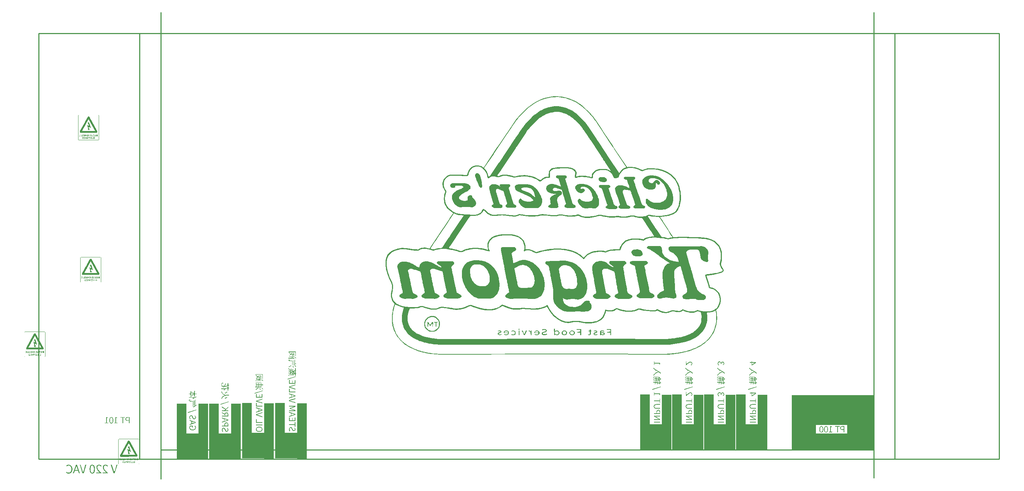
<source format=gbo>
G04 Layer: BottomSilkscreenLayer*
G04 EasyEDA v6.5.48, 2025-03-05 09:15:20*
G04 46f63332791e42a8a8f84cc4274b5eef,c1046fc99c6340e49b79c231b7c3a508,10*
G04 Gerber Generator version 0.2*
G04 Scale: 100 percent, Rotated: No, Reflected: No *
G04 Dimensions in millimeters *
G04 leading zeros omitted , absolute positions ,4 integer and 5 decimal *
%FSLAX45Y45*%
%MOMM*%

%ADD10C,0.2540*%

%LPD*%
G36*
X2069084Y-5841593D02*
G01*
X1598828Y-5841847D01*
X1596034Y-5845048D01*
X1593342Y-5845048D01*
X1589328Y-5849366D01*
X1587398Y-5851804D01*
X1586077Y-5854192D01*
X1586077Y-5860034D01*
X1590751Y-5860034D01*
X1592173Y-5852922D01*
X1597710Y-5849620D01*
X1599488Y-5845759D01*
X2068728Y-5845759D01*
X2071624Y-5848705D01*
X2073097Y-5849823D01*
X2074062Y-5850280D01*
X2076246Y-5852261D01*
X2081072Y-5857290D01*
X2081072Y-6427774D01*
X2077364Y-6429654D01*
X2074214Y-6435039D01*
X2069947Y-6435953D01*
X1598676Y-6435953D01*
X1596847Y-6434836D01*
X1595018Y-6433312D01*
X1591919Y-6430213D01*
X1590802Y-6424218D01*
X1590751Y-5860034D01*
X1586077Y-5860034D01*
X1586128Y-6428486D01*
X1587500Y-6433870D01*
X1592122Y-6436207D01*
X1592884Y-6439357D01*
X1598117Y-6441592D01*
X2073503Y-6441592D01*
X2075738Y-6440220D01*
X2078024Y-6438188D01*
X2082088Y-6433870D01*
X2082088Y-6431026D01*
X2084679Y-6429095D01*
X2086102Y-6425184D01*
X2086102Y-5858611D01*
X2084984Y-5855817D01*
X2083765Y-5853887D01*
X2081428Y-5851499D01*
X2081428Y-5848096D01*
X2079091Y-5845962D01*
X2073910Y-5845098D01*
X2071878Y-5843168D01*
X2070607Y-5842254D01*
G37*
G36*
X1835150Y-5877864D02*
G01*
X1831848Y-5878169D01*
X1821840Y-5880303D01*
X1814779Y-5888278D01*
X1812493Y-5891276D01*
X1810766Y-5894019D01*
X1808124Y-5899404D01*
X1806092Y-5902198D01*
X1802790Y-5908852D01*
X1801774Y-5910122D01*
X1798015Y-5917692D01*
X1795525Y-5921400D01*
X1792528Y-5927648D01*
X1789836Y-5931865D01*
X1787093Y-5937707D01*
X1784553Y-5941720D01*
X1781911Y-5947054D01*
X1780590Y-5948883D01*
X1779320Y-5950102D01*
X1776984Y-5956757D01*
X1773326Y-5961024D01*
X1771751Y-5966358D01*
X1767281Y-5971997D01*
X1766417Y-5976162D01*
X1764842Y-5977788D01*
X1759610Y-5987440D01*
X1758746Y-5988507D01*
X1757527Y-5990844D01*
X1755190Y-5996330D01*
X1751939Y-5999835D01*
X1750720Y-6003594D01*
X1749450Y-6006236D01*
X1746453Y-6011367D01*
X1744218Y-6015939D01*
X1743405Y-6016904D01*
X1738477Y-6026099D01*
X1737258Y-6027775D01*
X1734972Y-6032500D01*
X1730400Y-6040120D01*
X1727809Y-6045352D01*
X1726641Y-6046978D01*
X1722323Y-6055461D01*
X1720138Y-6058204D01*
X1717852Y-6064707D01*
X1714601Y-6068009D01*
X1713382Y-6071717D01*
X1708607Y-6079947D01*
X1706270Y-6084519D01*
X1705610Y-6085128D01*
X1704441Y-6087313D01*
X1702104Y-6092952D01*
X1698599Y-6096406D01*
X1697126Y-6102146D01*
X1694637Y-6105398D01*
X1692910Y-6108446D01*
X1690319Y-6113830D01*
X1686306Y-6121146D01*
X1683816Y-6125057D01*
X1682242Y-6128207D01*
X1680464Y-6133134D01*
X1678482Y-6133947D01*
X1675841Y-6140145D01*
X1674418Y-6142786D01*
X1673555Y-6143853D01*
X1669084Y-6152388D01*
X1667764Y-6154267D01*
X1664563Y-6160566D01*
X1661718Y-6165342D01*
X1659636Y-6170066D01*
X1655978Y-6175806D01*
X1654302Y-6179464D01*
X1651914Y-6183122D01*
X1648815Y-6189472D01*
X1646275Y-6193282D01*
X1643125Y-6199835D01*
X1640992Y-6202984D01*
X1638300Y-6208572D01*
X1636217Y-6211620D01*
X1632545Y-6218885D01*
X1681988Y-6218885D01*
X1681988Y-6216243D01*
X1686102Y-6209436D01*
X1687728Y-6206388D01*
X1688084Y-6205169D01*
X1692046Y-6198717D01*
X1694281Y-6194348D01*
X1696415Y-6191199D01*
X1699818Y-6184036D01*
X1702511Y-6179667D01*
X1705000Y-6174435D01*
X1707083Y-6171387D01*
X1713992Y-6158280D01*
X1717954Y-6151930D01*
X1720697Y-6146241D01*
X1723898Y-6141669D01*
X1725422Y-6137300D01*
X1726641Y-6134912D01*
X1729232Y-6130848D01*
X1732025Y-6125667D01*
X1733194Y-6123990D01*
X1737461Y-6115456D01*
X1738274Y-6114491D01*
X1742846Y-6106160D01*
X1744268Y-6103975D01*
X1746707Y-6098794D01*
X1748180Y-6096355D01*
X1750466Y-6093663D01*
X1752600Y-6087313D01*
X1754479Y-6085078D01*
X1757172Y-6079642D01*
X1761845Y-6071870D01*
X1764080Y-6067196D01*
X1764944Y-6066231D01*
X1768195Y-6060033D01*
X1772361Y-6053074D01*
X1772716Y-6051905D01*
X1773936Y-6049467D01*
X1775917Y-6046266D01*
X1780387Y-6037427D01*
X1781403Y-6036056D01*
X1784553Y-6029655D01*
X1787143Y-6025692D01*
X1789938Y-6019952D01*
X1792986Y-6015228D01*
X1795322Y-6010351D01*
X1797862Y-6006338D01*
X1800809Y-6000140D01*
X1802892Y-5996990D01*
X1806498Y-5990082D01*
X1809343Y-5985713D01*
X1810664Y-5982411D01*
X1814880Y-5975045D01*
X1816252Y-5971794D01*
X1818893Y-5967780D01*
X1821992Y-5962040D01*
X1824939Y-5957112D01*
X1827123Y-5951118D01*
X1829409Y-5948375D01*
X1831035Y-5945632D01*
X1832711Y-5941974D01*
X1833524Y-5941110D01*
X1834642Y-5941263D01*
X1839061Y-5943701D01*
X1842363Y-5950508D01*
X1843989Y-5953353D01*
X1844852Y-5954420D01*
X1849272Y-5963208D01*
X1851609Y-5966815D01*
X1851964Y-5968085D01*
X1857502Y-5978144D01*
X1857857Y-5979363D01*
X1858670Y-5980887D01*
X1860042Y-5982817D01*
X1865375Y-5992469D01*
X1866747Y-5994400D01*
X1867560Y-5995974D01*
X1867916Y-5997143D01*
X1871116Y-6002832D01*
X1875129Y-6010656D01*
X1876298Y-6012230D01*
X1877771Y-6014872D01*
X1879142Y-6017920D01*
X1880920Y-6021070D01*
X1882546Y-6023203D01*
X1883511Y-6024981D01*
X1883867Y-6026200D01*
X1885086Y-6028690D01*
X1888998Y-6035395D01*
X1892909Y-6042964D01*
X1898396Y-6052312D01*
X1901748Y-6059017D01*
X1904492Y-6063284D01*
X1905863Y-6066536D01*
X1910080Y-6073902D01*
X1911502Y-6077254D01*
X1914499Y-6081826D01*
X1917903Y-6088532D01*
X1919935Y-6091529D01*
X1922627Y-6097219D01*
X1925066Y-6100978D01*
X1927809Y-6106820D01*
X1930907Y-6111900D01*
X1933702Y-6117539D01*
X1938172Y-6125210D01*
X1943709Y-6135471D01*
X1947062Y-6141059D01*
X1949348Y-6145834D01*
X1951329Y-6148882D01*
X1952752Y-6151575D01*
X1954479Y-6156096D01*
X1956663Y-6158788D01*
X1958086Y-6161227D01*
X1959152Y-6163767D01*
X1961946Y-6168542D01*
X1965655Y-6175908D01*
X1966823Y-6177483D01*
X1971192Y-6185458D01*
X1972056Y-6186424D01*
X1974951Y-6192164D01*
X1979675Y-6200597D01*
X1980539Y-6202832D01*
X1983536Y-6207912D01*
X1987702Y-6215786D01*
X1989480Y-6217615D01*
X1988261Y-6220155D01*
X1983993Y-6221730D01*
X1684629Y-6221730D01*
X1681988Y-6218885D01*
X1632545Y-6218885D01*
X1631340Y-6220663D01*
X1629918Y-6222288D01*
X1627174Y-6232702D01*
X1627174Y-6244031D01*
X1629308Y-6252210D01*
X1635607Y-6259982D01*
X1637639Y-6260744D01*
X1640230Y-6262573D01*
X1642059Y-6264249D01*
X1647189Y-6265722D01*
X2026513Y-6265316D01*
X2036978Y-6257848D01*
X2043785Y-6245453D01*
X2043785Y-6229858D01*
X2039874Y-6222949D01*
X2038350Y-6219850D01*
X2037994Y-6218580D01*
X2036978Y-6216853D01*
X2034336Y-6213551D01*
X2033066Y-6209690D01*
X2031847Y-6207201D01*
X2030475Y-6205169D01*
X2028698Y-6201968D01*
X2026056Y-6196177D01*
X2024735Y-6196177D01*
X2021992Y-6189827D01*
X2020570Y-6187135D01*
X2019706Y-6186017D01*
X2015286Y-6177229D01*
X2014423Y-6176162D01*
X2013153Y-6173927D01*
X2011781Y-6170828D01*
X2010003Y-6167678D01*
X2007412Y-6164275D01*
X2006193Y-6159449D01*
X2002891Y-6155994D01*
X2000859Y-6151016D01*
X1996846Y-6144209D01*
X1995576Y-6141364D01*
X1994001Y-6138519D01*
X1992579Y-6136538D01*
X1991156Y-6133998D01*
X1990089Y-6131560D01*
X1987956Y-6128054D01*
X1986330Y-6125972D01*
X1984705Y-6120638D01*
X1982470Y-6117894D01*
X1978152Y-6109411D01*
X1976983Y-6107785D01*
X1972818Y-6099708D01*
X1969820Y-6094933D01*
X1968754Y-6092444D01*
X1964842Y-6085941D01*
X1963521Y-6082944D01*
X1961946Y-6080099D01*
X1960625Y-6078270D01*
X1959356Y-6075984D01*
X1957832Y-6072479D01*
X1954936Y-6067450D01*
X1951685Y-6059982D01*
X1950161Y-6059982D01*
X1947418Y-6053632D01*
X1946046Y-6050940D01*
X1945132Y-6049873D01*
X1939950Y-6040221D01*
X1938375Y-6038596D01*
X1937512Y-6034430D01*
X1933041Y-6028791D01*
X1931466Y-6023457D01*
X1929180Y-6020663D01*
X1927504Y-6017615D01*
X1926031Y-6014364D01*
X1924557Y-6011773D01*
X1923491Y-6010452D01*
X1921052Y-6005677D01*
X1918004Y-6000546D01*
X1914245Y-5993028D01*
X1913026Y-5991352D01*
X1908606Y-5982716D01*
X1907539Y-5981344D01*
X1903730Y-5973826D01*
X1901291Y-5969914D01*
X1900377Y-5967679D01*
X1899615Y-5965088D01*
X1896821Y-5962446D01*
X1894128Y-5956350D01*
X1892757Y-5953760D01*
X1891893Y-5952642D01*
X1886813Y-5943142D01*
X1886000Y-5942177D01*
X1883714Y-5937453D01*
X1881124Y-5933236D01*
X1876958Y-5924956D01*
X1875739Y-5923280D01*
X1871472Y-5914745D01*
X1870608Y-5913729D01*
X1866747Y-5906516D01*
X1864563Y-5903315D01*
X1861515Y-5896762D01*
X1859330Y-5893511D01*
X1855774Y-5886297D01*
X1853082Y-5885383D01*
X1850389Y-5881319D01*
X1843379Y-5879134D01*
X1838248Y-5878017D01*
G37*
G36*
X1844344Y-6013450D02*
G01*
X1842922Y-6014415D01*
X1836775Y-6020816D01*
X1827428Y-6024880D01*
X1818944Y-6024524D01*
X1816811Y-6024168D01*
X1815592Y-6030163D01*
X1818132Y-6034176D01*
X1819605Y-6037478D01*
X1820722Y-6040628D01*
X1822145Y-6043676D01*
X1824329Y-6046978D01*
X1826463Y-6054852D01*
X1829054Y-6057290D01*
X1831898Y-6066434D01*
X1834896Y-6070244D01*
X1836674Y-6075883D01*
X1838147Y-6079286D01*
X1840890Y-6084773D01*
X1841957Y-6087668D01*
X1846376Y-6096457D01*
X1847088Y-6098794D01*
X1845716Y-6102705D01*
X1841804Y-6101588D01*
X1837080Y-6099505D01*
X1834946Y-6098032D01*
X1808175Y-6083401D01*
X1805381Y-6083401D01*
X1802790Y-6085382D01*
X1805178Y-6097930D01*
X1807819Y-6103620D01*
X1810461Y-6116929D01*
X1813763Y-6124905D01*
X1816354Y-6137910D01*
X1818944Y-6143345D01*
X1821180Y-6155385D01*
X1824482Y-6163106D01*
X1826056Y-6172758D01*
X1823821Y-6175146D01*
X1815846Y-6174841D01*
X1811528Y-6177178D01*
X1843786Y-6210401D01*
X1846122Y-6208826D01*
X1846935Y-6207658D01*
X1847545Y-6205982D01*
X1848510Y-6200851D01*
X1851710Y-6195009D01*
X1853844Y-6183782D01*
X1856130Y-6179261D01*
X1858010Y-6172352D01*
X1859025Y-6165799D01*
X1854911Y-6164834D01*
X1850389Y-6169507D01*
X1846732Y-6168136D01*
X1843582Y-6161176D01*
X1840433Y-6142634D01*
X1837232Y-6132931D01*
X1837740Y-6128766D01*
X1838248Y-6126835D01*
X1839010Y-6125718D01*
X1841601Y-6127445D01*
X1847799Y-6130137D01*
X1851101Y-6131864D01*
X1853488Y-6133439D01*
X1856384Y-6134963D01*
X1859076Y-6136081D01*
X1861972Y-6137656D01*
X1865579Y-6140246D01*
X1871980Y-6142278D01*
X1873351Y-6143650D01*
X1875231Y-6144971D01*
X1880870Y-6147460D01*
X1882952Y-6147917D01*
X1884172Y-6147917D01*
X1885442Y-6149390D01*
X1886407Y-6150000D01*
X1887829Y-6150051D01*
X1883664Y-6132677D01*
X1880463Y-6126022D01*
X1878228Y-6114237D01*
X1875180Y-6107836D01*
X1872437Y-6096101D01*
X1869846Y-6092240D01*
X1867560Y-6080201D01*
X1864410Y-6073597D01*
X1862226Y-6063183D01*
X1859025Y-6056426D01*
X1856993Y-6046165D01*
X1853895Y-6039764D01*
X1851710Y-6028436D01*
X1849526Y-6023813D01*
X1846834Y-6016548D01*
X1845259Y-6013856D01*
G37*
G36*
X1946351Y-6305397D02*
G01*
X1943049Y-6306769D01*
X1937613Y-6312611D01*
X1937715Y-6313982D01*
X1938426Y-6315151D01*
X1940306Y-6317030D01*
X1949653Y-6311798D01*
X1952802Y-6311798D01*
X1955546Y-6314287D01*
X1954733Y-6320383D01*
X1952091Y-6321755D01*
X1946910Y-6323076D01*
X1944014Y-6324092D01*
X1940458Y-6325920D01*
X1937054Y-6330188D01*
X1936140Y-6335928D01*
X1936851Y-6340195D01*
X1937461Y-6342481D01*
X1938375Y-6344564D01*
X1941880Y-6346139D01*
X1943811Y-6347307D01*
X1945589Y-6348882D01*
X1955241Y-6349542D01*
X1960422Y-6345986D01*
X1961743Y-6345428D01*
X1964893Y-6342888D01*
X1964791Y-6341414D01*
X1963978Y-6339941D01*
X1961896Y-6337350D01*
X1952294Y-6342634D01*
X1950466Y-6343954D01*
X1943252Y-6337401D01*
X1944319Y-6335674D01*
X1945233Y-6334709D01*
X1957070Y-6328816D01*
X1962404Y-6326428D01*
X1964232Y-6321755D01*
X1964232Y-6313017D01*
X1957476Y-6306464D01*
X1954733Y-6305854D01*
X1951736Y-6305550D01*
G37*
G36*
X1908251Y-6305397D02*
G01*
X1905507Y-6307074D01*
X1903222Y-6309156D01*
X1899666Y-6313220D01*
X1899666Y-6314440D01*
X1900072Y-6315913D01*
X1901952Y-6319570D01*
X1902663Y-6320332D01*
X1905101Y-6317792D01*
X1907184Y-6315252D01*
X1910791Y-6313373D01*
X1912823Y-6312611D01*
X1914804Y-6312509D01*
X1920798Y-6319367D01*
X1921764Y-6329375D01*
X1920239Y-6337249D01*
X1913585Y-6341770D01*
X1907539Y-6339941D01*
X1905558Y-6336690D01*
X1906371Y-6335471D01*
X1911654Y-6331661D01*
X1911553Y-6330391D01*
X1909470Y-6327394D01*
X1902002Y-6327394D01*
X1897684Y-6330238D01*
X1897684Y-6343548D01*
X1899107Y-6344666D01*
X1901139Y-6345326D01*
X1905304Y-6346037D01*
X1910638Y-6348933D01*
X1917496Y-6348984D01*
X1921154Y-6346291D01*
X1922932Y-6345275D01*
X1923745Y-6345021D01*
X1924710Y-6344361D01*
X1926285Y-6342532D01*
X1928520Y-6331407D01*
X1928875Y-6327749D01*
X1928672Y-6324092D01*
X1926843Y-6313576D01*
X1918919Y-6306464D01*
X1914347Y-6305702D01*
G37*
G36*
X1871065Y-6305397D02*
G01*
X1865782Y-6307683D01*
X1861362Y-6313424D01*
X1859178Y-6316878D01*
X1857603Y-6320586D01*
X1857842Y-6330035D01*
X1866188Y-6330035D01*
X1866950Y-6319774D01*
X1868525Y-6316522D01*
X1869795Y-6314592D01*
X1871725Y-6312509D01*
X1876907Y-6312509D01*
X1880158Y-6318859D01*
X1881327Y-6322161D01*
X1882089Y-6325362D01*
X1882343Y-6330746D01*
X1880311Y-6335674D01*
X1878787Y-6338417D01*
X1876806Y-6340906D01*
X1870456Y-6340906D01*
X1867814Y-6337300D01*
X1866188Y-6330035D01*
X1857842Y-6330035D01*
X1858060Y-6337096D01*
X1863699Y-6344869D01*
X1866392Y-6346342D01*
X1870557Y-6349390D01*
X1876704Y-6349390D01*
X1880616Y-6347104D01*
X1883511Y-6344767D01*
X1887626Y-6340602D01*
X1889810Y-6335776D01*
X1889912Y-6319266D01*
X1887829Y-6314287D01*
X1881378Y-6306972D01*
X1877923Y-6305956D01*
G37*
G36*
X1653082Y-6305397D02*
G01*
X1650339Y-6307378D01*
X1650339Y-6342176D01*
X1652168Y-6344208D01*
X1653184Y-6345021D01*
X1654048Y-6345275D01*
X1659280Y-6348831D01*
X1667764Y-6349593D01*
X1672539Y-6347917D01*
X1678482Y-6343091D01*
X1680616Y-6337300D01*
X1680616Y-6308445D01*
X1678584Y-6306616D01*
X1673047Y-6306464D01*
X1671320Y-6310020D01*
X1671320Y-6336995D01*
X1669338Y-6340043D01*
X1663496Y-6342126D01*
X1656943Y-6337554D01*
X1656029Y-6336284D01*
X1655978Y-6308293D01*
G37*
G36*
X1820418Y-6305448D02*
G01*
X1817624Y-6305600D01*
X1812543Y-6306667D01*
X1805279Y-6313373D01*
X1804365Y-6319824D01*
X1806905Y-6322517D01*
X1812543Y-6320129D01*
X1817217Y-6312306D01*
X1822754Y-6313119D01*
X1825650Y-6316675D01*
X1826666Y-6322060D01*
X1827022Y-6326124D01*
X1827123Y-6332118D01*
X1825040Y-6339433D01*
X1823262Y-6340348D01*
X1821281Y-6340957D01*
X1817573Y-6341668D01*
X1811477Y-6335420D01*
X1807006Y-6333591D01*
X1804365Y-6336436D01*
X1806041Y-6342430D01*
X1812950Y-6347155D01*
X1817065Y-6349390D01*
X1823567Y-6349390D01*
X1826006Y-6347409D01*
X1829054Y-6345682D01*
X1833473Y-6340856D01*
X1835200Y-6338417D01*
X1836420Y-6336284D01*
X1836420Y-6318808D01*
X1835099Y-6316319D01*
X1828292Y-6307886D01*
X1823415Y-6305448D01*
G37*
G36*
X1700275Y-6305448D02*
G01*
X1695043Y-6308598D01*
X1688287Y-6319113D01*
X1688287Y-6328257D01*
X1696466Y-6328257D01*
X1697989Y-6317945D01*
X1700174Y-6313982D01*
X1703984Y-6312712D01*
X1707134Y-6312509D01*
X1710537Y-6317792D01*
X1712468Y-6319723D01*
X1713382Y-6329426D01*
X1711248Y-6337198D01*
X1706168Y-6341465D01*
X1700580Y-6340703D01*
X1698091Y-6337350D01*
X1696466Y-6328257D01*
X1688287Y-6328257D01*
X1688287Y-6336284D01*
X1690827Y-6339890D01*
X1693011Y-6344412D01*
X1695348Y-6348171D01*
X1688541Y-6352997D01*
X1688998Y-6354267D01*
X1690014Y-6355181D01*
X1692300Y-6356502D01*
X1696923Y-6356146D01*
X1699615Y-6351524D01*
X1710334Y-6347968D01*
X1717141Y-6342634D01*
X1719478Y-6337706D01*
X1720037Y-6320434D01*
X1717903Y-6312865D01*
X1711147Y-6306616D01*
X1707946Y-6305905D01*
X1705051Y-6305550D01*
G37*
G36*
X1745437Y-6305702D02*
G01*
X1737715Y-6306108D01*
X1733550Y-6309461D01*
X1730095Y-6312865D01*
X1727224Y-6326124D01*
X1735074Y-6326124D01*
X1736039Y-6318554D01*
X1741424Y-6312865D01*
X1742948Y-6312052D01*
X1744421Y-6312560D01*
X1749755Y-6316827D01*
X1751330Y-6320993D01*
X1750872Y-6336436D01*
X1749399Y-6338112D01*
X1747367Y-6339535D01*
X1743303Y-6341668D01*
X1740966Y-6340398D01*
X1735988Y-6336639D01*
X1735074Y-6326124D01*
X1727224Y-6326124D01*
X1729232Y-6337401D01*
X1730603Y-6342837D01*
X1732432Y-6344412D01*
X1739544Y-6349034D01*
X1748485Y-6348933D01*
X1750771Y-6346850D01*
X1755444Y-6344056D01*
X1758188Y-6335928D01*
X1759508Y-6331000D01*
X1760372Y-6325616D01*
X1756410Y-6312865D01*
X1749653Y-6306210D01*
G37*
G36*
X2052523Y-6305956D02*
G01*
X2031746Y-6306464D01*
X2023668Y-6313982D01*
X2022906Y-6319875D01*
X2023067Y-6320282D01*
X2033422Y-6320282D01*
X2033473Y-6317488D01*
X2034336Y-6314846D01*
X2035962Y-6313017D01*
X2041855Y-6311747D01*
X2044496Y-6314998D01*
X2045919Y-6318148D01*
X2046122Y-6321145D01*
X2042109Y-6325412D01*
X2035810Y-6324498D01*
X2034336Y-6322568D01*
X2033422Y-6320282D01*
X2023067Y-6320282D01*
X2024430Y-6323431D01*
X2026005Y-6326073D01*
X2028952Y-6329730D01*
X2028088Y-6336995D01*
X2025497Y-6343192D01*
X2025497Y-6347968D01*
X2031390Y-6347968D01*
X2035302Y-6339078D01*
X2036876Y-6336284D01*
X2040432Y-6332372D01*
X2041601Y-6331661D01*
X2042617Y-6332270D01*
X2046122Y-6335826D01*
X2046122Y-6343853D01*
X2050288Y-6347968D01*
X2052878Y-6347968D01*
X2054860Y-6342837D01*
X2054453Y-6308445D01*
G37*
G36*
X2008428Y-6306108D02*
G01*
X2006854Y-6307836D01*
X2006854Y-6343040D01*
X2008784Y-6347968D01*
X2010765Y-6347968D01*
X2014321Y-6343040D01*
X2013864Y-6308293D01*
X2011172Y-6306159D01*
G37*
G36*
X1993900Y-6306108D02*
G01*
X1971395Y-6306464D01*
X1969922Y-6308953D01*
X1971954Y-6312865D01*
X1983232Y-6312408D01*
X1987854Y-6315710D01*
X1989886Y-6319570D01*
X1986940Y-6322669D01*
X1977440Y-6323634D01*
X1975256Y-6324549D01*
X1974951Y-6326073D01*
X1976272Y-6328359D01*
X1977643Y-6330188D01*
X1983536Y-6329324D01*
X1988870Y-6333083D01*
X1989734Y-6336842D01*
X1988413Y-6339128D01*
X1983232Y-6340754D01*
X1971243Y-6340906D01*
X1969516Y-6342075D01*
X1972056Y-6348323D01*
X1994204Y-6347917D01*
X1996998Y-6342126D01*
X1996541Y-6308140D01*
G37*
G36*
X1768551Y-6306108D02*
G01*
X1767179Y-6308852D01*
X1767179Y-6343040D01*
X1769110Y-6347968D01*
X1770888Y-6347764D01*
X1771904Y-6347206D01*
X1772920Y-6346190D01*
X1775307Y-6342278D01*
X1774393Y-6336741D01*
X1775968Y-6333693D01*
X1777492Y-6331762D01*
X1780032Y-6329527D01*
X1785112Y-6329527D01*
X1787804Y-6332626D01*
X1788922Y-6336995D01*
X1788312Y-6342430D01*
X1790700Y-6347968D01*
X1792122Y-6347866D01*
X1793646Y-6347307D01*
X1796440Y-6345834D01*
X1796796Y-6344259D01*
X1796999Y-6338011D01*
X1796796Y-6307937D01*
X1791462Y-6306312D01*
X1789328Y-6307480D01*
X1788414Y-6315913D01*
X1789226Y-6319418D01*
X1786128Y-6323126D01*
X1779320Y-6323380D01*
X1774850Y-6320586D01*
X1774799Y-6308801D01*
X1771700Y-6306108D01*
G37*
G36*
X1616303Y-6306108D02*
G01*
X1613763Y-6308090D01*
X1615084Y-6312154D01*
X1624431Y-6312814D01*
X1628800Y-6313322D01*
X1631442Y-6314084D01*
X1633067Y-6317742D01*
X1633321Y-6319062D01*
X1633067Y-6320180D01*
X1631492Y-6322771D01*
X1619859Y-6323482D01*
X1618386Y-6326022D01*
X1620469Y-6329883D01*
X1625650Y-6329426D01*
X1631442Y-6331153D01*
X1632762Y-6334048D01*
X1633270Y-6335776D01*
X1633372Y-6337808D01*
X1630730Y-6340348D01*
X1615389Y-6341059D01*
X1614119Y-6342735D01*
X1615440Y-6348018D01*
X1637639Y-6347612D01*
X1640789Y-6342634D01*
X1640332Y-6308852D01*
X1637233Y-6306108D01*
G37*
G36*
X1891944Y-6367830D02*
G01*
X1888998Y-6370726D01*
X1889963Y-6372555D01*
X1892350Y-6375146D01*
X1903628Y-6374841D01*
X1907032Y-6378702D01*
X1907844Y-6382258D01*
X1904238Y-6385560D01*
X1896465Y-6385560D01*
X1893570Y-6388100D01*
X1896922Y-6391960D01*
X1903425Y-6391960D01*
X1907082Y-6396532D01*
X1908200Y-6398666D01*
X1907184Y-6400495D01*
X1905812Y-6401714D01*
X1903069Y-6403289D01*
X1890979Y-6403289D01*
X1890217Y-6405372D01*
X1891792Y-6410401D01*
X1913432Y-6410401D01*
X1915972Y-6407404D01*
X1916379Y-6370929D01*
X1913940Y-6368592D01*
X1895043Y-6368084D01*
G37*
G36*
X1860956Y-6367830D02*
G01*
X1858416Y-6369304D01*
X1855571Y-6371844D01*
X1851863Y-6375704D01*
X1851202Y-6381648D01*
X1854657Y-6384747D01*
X1855317Y-6384747D01*
X1856333Y-6383883D01*
X1862074Y-6377381D01*
X1864817Y-6374739D01*
X1866493Y-6374536D01*
X1870659Y-6377432D01*
X1873707Y-6382207D01*
X1873707Y-6396990D01*
X1871878Y-6401612D01*
X1865528Y-6404203D01*
X1860702Y-6401612D01*
X1856587Y-6397142D01*
X1855419Y-6396380D01*
X1854301Y-6396583D01*
X1851202Y-6399022D01*
X1852574Y-6404406D01*
X1853387Y-6406032D01*
X1854707Y-6407251D01*
X1862734Y-6411874D01*
X1870151Y-6411366D01*
X1873859Y-6408267D01*
X1876145Y-6408267D01*
X1878075Y-6405880D01*
X1880463Y-6401714D01*
X1883359Y-6395872D01*
X1883308Y-6384493D01*
X1878736Y-6374587D01*
X1874723Y-6370726D01*
X1870710Y-6367830D01*
G37*
G36*
X1737258Y-6367830D02*
G01*
X1732229Y-6370015D01*
X1727200Y-6377787D01*
X1725066Y-6382105D01*
X1726590Y-6383731D01*
X1733550Y-6383782D01*
X1736902Y-6376720D01*
X1740204Y-6374892D01*
X1744014Y-6375298D01*
X1749399Y-6383426D01*
X1750060Y-6393484D01*
X1748332Y-6398971D01*
X1743405Y-6404102D01*
X1736902Y-6402933D01*
X1733143Y-6396939D01*
X1726742Y-6396939D01*
X1725066Y-6399072D01*
X1730400Y-6407099D01*
X1735074Y-6409994D01*
X1737512Y-6411823D01*
X1744878Y-6411823D01*
X1755038Y-6404864D01*
X1757425Y-6397294D01*
X1757527Y-6383782D01*
X1755698Y-6376111D01*
X1748434Y-6368897D01*
X1745640Y-6368288D01*
X1742693Y-6367983D01*
G37*
G36*
X1700580Y-6367830D02*
G01*
X1696212Y-6369761D01*
X1692808Y-6374130D01*
X1690573Y-6377584D01*
X1687880Y-6382715D01*
X1687255Y-6390589D01*
X1696415Y-6390589D01*
X1697786Y-6379870D01*
X1700022Y-6376263D01*
X1702460Y-6375349D01*
X1704187Y-6374993D01*
X1706575Y-6374942D01*
X1712061Y-6384290D01*
X1712772Y-6392672D01*
X1710436Y-6399428D01*
X1707032Y-6403289D01*
X1700631Y-6403289D01*
X1698040Y-6400292D01*
X1696415Y-6390589D01*
X1687255Y-6390589D01*
X1687118Y-6392468D01*
X1688693Y-6399530D01*
X1693672Y-6407200D01*
X1698599Y-6410147D01*
X1700377Y-6411823D01*
X1707591Y-6411823D01*
X1712925Y-6407861D01*
X1715262Y-6405676D01*
X1717141Y-6403543D01*
X1719376Y-6399530D01*
X1720088Y-6385204D01*
X1718462Y-6377025D01*
X1711452Y-6369354D01*
X1708048Y-6368389D01*
X1705152Y-6367983D01*
G37*
G36*
X1769770Y-6367932D02*
G01*
X1769008Y-6368288D01*
X1766519Y-6370726D01*
X1766519Y-6404762D01*
X1767890Y-6408115D01*
X1768805Y-6409690D01*
X1770075Y-6410604D01*
X1773174Y-6406794D01*
X1773174Y-6370066D01*
X1770583Y-6368135D01*
G37*
G36*
X1977745Y-6368186D02*
G01*
X1955647Y-6368288D01*
X1953869Y-6370116D01*
X1953666Y-6371082D01*
X1953971Y-6372199D01*
X1956003Y-6375146D01*
X1968347Y-6374841D01*
X1972970Y-6380073D01*
X1972564Y-6383070D01*
X1967890Y-6385560D01*
X1960829Y-6385560D01*
X1958644Y-6387033D01*
X1958339Y-6387846D01*
X1958695Y-6389014D01*
X1961083Y-6392773D01*
X1966925Y-6391859D01*
X1971293Y-6394754D01*
X1973072Y-6398260D01*
X1972360Y-6399885D01*
X1970989Y-6401257D01*
X1967890Y-6403340D01*
X1955647Y-6402984D01*
X1954123Y-6404610D01*
X1955393Y-6408724D01*
X1956409Y-6410452D01*
X1978202Y-6410401D01*
X1980234Y-6406235D01*
X1980234Y-6370066D01*
G37*
G36*
X1844649Y-6368186D02*
G01*
X1822348Y-6368288D01*
X1819757Y-6370675D01*
X1821230Y-6373317D01*
X1822399Y-6374434D01*
X1823872Y-6375298D01*
X1828088Y-6376771D01*
X1830070Y-6380937D01*
X1830781Y-6407404D01*
X1833118Y-6409994D01*
X1833930Y-6410248D01*
X1834743Y-6409639D01*
X1837080Y-6405778D01*
X1837080Y-6381496D01*
X1839061Y-6376416D01*
X1845360Y-6374536D01*
X1847392Y-6370574D01*
G37*
G36*
X1792579Y-6368542D02*
G01*
X1790192Y-6369710D01*
X1787753Y-6371590D01*
X1783486Y-6375552D01*
X1783537Y-6381953D01*
X1791614Y-6381953D01*
X1793443Y-6378448D01*
X1794662Y-6376568D01*
X1796135Y-6375044D01*
X1802333Y-6374079D01*
X1804568Y-6377736D01*
X1805228Y-6383070D01*
X1802079Y-6388049D01*
X1798726Y-6387642D01*
X1796542Y-6386982D01*
X1793798Y-6385560D01*
X1791614Y-6381953D01*
X1783537Y-6381953D01*
X1783537Y-6387185D01*
X1786483Y-6389979D01*
X1787906Y-6391706D01*
X1788972Y-6393586D01*
X1787753Y-6399428D01*
X1784350Y-6404660D01*
X1785569Y-6410045D01*
X1790801Y-6409537D01*
X1793239Y-6407251D01*
X1795373Y-6398920D01*
X1799132Y-6395567D01*
X1801012Y-6394297D01*
X1802384Y-6394094D01*
X1805127Y-6397802D01*
X1805127Y-6405524D01*
X1807159Y-6409690D01*
X1812391Y-6409690D01*
X1813915Y-6406692D01*
X1814271Y-6370675D01*
X1813153Y-6369761D01*
X1811477Y-6369050D01*
X1801317Y-6368643D01*
G37*
G36*
X1940509Y-6368694D02*
G01*
X1939696Y-6368897D01*
X1938274Y-6370269D01*
X1938274Y-6398412D01*
X1936242Y-6402578D01*
X1933803Y-6403086D01*
X1923288Y-6403644D01*
X1923084Y-6405829D01*
X1923338Y-6407658D01*
X1924253Y-6410401D01*
X1940966Y-6410401D01*
X1945487Y-6408369D01*
X1946910Y-6405524D01*
X1946910Y-6370828D01*
X1945639Y-6369812D01*
X1944319Y-6369253D01*
G37*
G36*
X12985343Y-2004314D02*
G01*
X12879832Y-2006650D01*
X12823037Y-2011629D01*
X12787884Y-2017166D01*
X12736474Y-2026208D01*
X12658039Y-2047341D01*
X12647218Y-2052320D01*
X12625578Y-2058619D01*
X12568783Y-2080006D01*
X12495733Y-2113838D01*
X12452451Y-2136597D01*
X12409170Y-2161844D01*
X12319965Y-2221331D01*
X12284760Y-2248408D01*
X12227966Y-2294737D01*
X12176556Y-2340406D01*
X12089790Y-2427325D01*
X12032996Y-2492248D01*
X11992610Y-2540965D01*
X11957456Y-2586939D01*
X11954713Y-2589631D01*
X11921744Y-2635605D01*
X11590020Y-3133344D01*
X11586413Y-3136036D01*
X11571630Y-3160369D01*
X11552682Y-3187649D01*
X11538204Y-3210001D01*
X11210899Y-3698341D01*
X11201450Y-3704031D01*
X11189258Y-3696258D01*
X11151412Y-3673297D01*
X11113516Y-3660190D01*
X11089182Y-3652672D01*
X11010747Y-3652672D01*
X10986414Y-3660038D01*
X10975594Y-3664305D01*
X10956645Y-3671062D01*
X10926876Y-3687267D01*
X10894415Y-3711701D01*
X10863427Y-3747312D01*
X10845647Y-3777081D01*
X10828375Y-3814978D01*
X10817352Y-3856786D01*
X10817352Y-3866692D01*
X10805617Y-3879240D01*
X10645597Y-3875735D01*
X10404856Y-3875074D01*
X10372394Y-3883151D01*
X10340949Y-3897528D01*
X10312857Y-3916375D01*
X10278618Y-3950208D01*
X10250119Y-3993489D01*
X10236149Y-4028643D01*
X10228122Y-4052976D01*
X10225959Y-4069232D01*
X10253980Y-4069232D01*
X10260228Y-4044899D01*
X10266781Y-4023258D01*
X10287050Y-3986225D01*
X10314127Y-3952900D01*
X10339933Y-3930954D01*
X10369702Y-3914343D01*
X10407548Y-3902100D01*
X10615828Y-3903116D01*
X10734852Y-3908196D01*
X10806887Y-3908298D01*
X10833201Y-3896969D01*
X10841278Y-3879900D01*
X10844682Y-3863644D01*
X10850524Y-3842004D01*
X10861395Y-3809542D01*
X10878312Y-3777081D01*
X10901832Y-3745382D01*
X10924133Y-3723690D01*
X10947044Y-3707942D01*
X10988548Y-3688537D01*
X11019790Y-3681222D01*
X11062157Y-3678682D01*
X11094618Y-3683660D01*
X11121644Y-3692194D01*
X11156797Y-3708908D01*
X11180358Y-3724859D01*
X11223091Y-3724859D01*
X11223091Y-3709822D01*
X11233150Y-3698646D01*
X11446052Y-3379470D01*
X11449100Y-3376777D01*
X11721896Y-2968294D01*
X11872264Y-2744774D01*
X11872264Y-2742184D01*
X11937695Y-2644343D01*
X11990933Y-2573426D01*
X12014250Y-2543048D01*
X12035891Y-2516936D01*
X12094972Y-2448966D01*
X12203633Y-2340610D01*
X12246914Y-2302510D01*
X12311786Y-2250541D01*
X12336729Y-2231847D01*
X12401092Y-2188768D01*
X12464846Y-2150414D01*
X12552527Y-2107488D01*
X12571476Y-2099106D01*
X12614757Y-2081784D01*
X12679680Y-2060295D01*
X12741910Y-2044192D01*
X12785191Y-2036673D01*
X12823037Y-2030730D01*
X12852806Y-2025396D01*
X12988036Y-2023414D01*
X13034010Y-2027732D01*
X13077291Y-2033828D01*
X13134086Y-2044344D01*
X13155726Y-2049475D01*
X13196316Y-2060549D01*
X13246963Y-2077262D01*
X13309904Y-2102408D01*
X13401903Y-2149246D01*
X13458698Y-2184298D01*
X13512800Y-2221484D01*
X13550646Y-2250440D01*
X13606780Y-2297023D01*
X13677798Y-2363012D01*
X13737640Y-2427325D01*
X13791387Y-2489708D01*
X13848232Y-2563012D01*
X13861745Y-2580843D01*
X13884910Y-2613964D01*
X13947749Y-2708656D01*
X13997686Y-2784398D01*
X14218767Y-3117900D01*
X14252701Y-3168497D01*
X14262049Y-3181400D01*
X14272869Y-3199028D01*
X14283334Y-3214471D01*
X14307870Y-3252317D01*
X14311985Y-3257753D01*
X14545411Y-3609390D01*
X14598243Y-3688587D01*
X14602002Y-3700373D01*
X14592046Y-3707942D01*
X14583968Y-3708146D01*
X14532559Y-3734257D01*
X14508480Y-3749446D01*
X14470329Y-3788054D01*
X14444522Y-3822446D01*
X14439900Y-3830675D01*
X14431111Y-3827322D01*
X14203730Y-3484981D01*
X13963853Y-3122523D01*
X13905230Y-3033217D01*
X13901775Y-3030524D01*
X13894663Y-3017012D01*
X13712596Y-2743657D01*
X13667536Y-2681579D01*
X13613282Y-2613964D01*
X13558774Y-2551938D01*
X13483031Y-2476398D01*
X13428827Y-2430018D01*
X13407288Y-2412796D01*
X13380262Y-2392527D01*
X13310006Y-2346198D01*
X13282879Y-2331110D01*
X13209828Y-2295753D01*
X13199008Y-2291080D01*
X13142213Y-2271217D01*
X13074599Y-2253488D01*
X13025932Y-2247087D01*
X12993014Y-2242058D01*
X12887604Y-2242058D01*
X12858191Y-2246985D01*
X12806832Y-2253589D01*
X12725654Y-2274976D01*
X12714833Y-2279548D01*
X12679680Y-2291486D01*
X12636398Y-2310434D01*
X12595809Y-2329738D01*
X12552527Y-2353462D01*
X12517374Y-2375509D01*
X12479731Y-2400300D01*
X12471400Y-2406751D01*
X12436246Y-2432761D01*
X12428118Y-2439060D01*
X12376708Y-2481275D01*
X12344298Y-2511196D01*
X12285522Y-2567990D01*
X12222429Y-2638298D01*
X12192812Y-2673705D01*
X12150598Y-2727604D01*
X12143181Y-2736646D01*
X12114377Y-2778048D01*
X12099899Y-2800604D01*
X12094718Y-2806446D01*
X12079681Y-2830372D01*
X12044426Y-2884373D01*
X12039904Y-2889859D01*
X11967921Y-2998063D01*
X11958472Y-3013303D01*
X11951004Y-3022396D01*
X11573611Y-3587750D01*
X11570512Y-3590442D01*
X11368532Y-3893413D01*
X11358811Y-3901795D01*
X11531447Y-3901795D01*
X11531447Y-3897680D01*
X11546890Y-3871772D01*
X11570665Y-3837178D01*
X11589613Y-3808171D01*
X11615928Y-3768953D01*
X11626646Y-3753612D01*
X11708993Y-3631031D01*
X11970816Y-3238804D01*
X11975338Y-3233420D01*
X12006173Y-3186836D01*
X12191492Y-2908808D01*
X12208662Y-2881782D01*
X12241022Y-2835757D01*
X12302642Y-2754782D01*
X12369190Y-2678887D01*
X12447066Y-2602585D01*
X12476683Y-2576118D01*
X12483744Y-2569565D01*
X12541707Y-2524302D01*
X12576302Y-2500376D01*
X12609372Y-2479395D01*
X12628270Y-2468372D01*
X12663474Y-2448814D01*
X12685115Y-2438958D01*
X12705384Y-2428798D01*
X12758115Y-2408885D01*
X12801396Y-2395778D01*
X12833858Y-2388971D01*
X12874447Y-2382367D01*
X12903758Y-2377287D01*
X12982651Y-2377998D01*
X13047573Y-2388412D01*
X13074599Y-2393950D01*
X13088112Y-2398369D01*
X13120573Y-2407818D01*
X13174116Y-2428951D01*
X13228777Y-2457653D01*
X13249503Y-2469388D01*
X13299135Y-2502611D01*
X13342366Y-2535529D01*
X13345109Y-2538222D01*
X13380262Y-2567584D01*
X13478103Y-2665374D01*
X13542670Y-2743809D01*
X13566901Y-2776270D01*
X13569645Y-2778963D01*
X13602716Y-2824937D01*
X13689787Y-2957474D01*
X13699439Y-2970834D01*
X13711123Y-2991053D01*
X13717117Y-2998063D01*
X13745159Y-3041345D01*
X13749375Y-3046780D01*
X13977366Y-3390290D01*
X14021866Y-3457905D01*
X14048384Y-3497478D01*
X14059357Y-3515715D01*
X14067688Y-3525520D01*
X14096746Y-3571494D01*
X14102486Y-3577640D01*
X14117269Y-3601262D01*
X14236750Y-3781653D01*
X14233398Y-3785006D01*
X14222120Y-3777945D01*
X14202562Y-3767074D01*
X14197126Y-3763060D01*
X14153845Y-3746398D01*
X14134947Y-3740861D01*
X14092631Y-3735171D01*
X14010487Y-3735324D01*
X13956385Y-3743045D01*
X13937488Y-3748176D01*
X13907719Y-3757168D01*
X13872565Y-3773779D01*
X13840104Y-3795776D01*
X13815771Y-3821226D01*
X13797584Y-3851351D01*
X13789558Y-3874465D01*
X13784275Y-3904234D01*
X13780465Y-3931259D01*
X13761669Y-3930345D01*
X13740028Y-3923893D01*
X13729207Y-3919677D01*
X13699439Y-3914089D01*
X13661593Y-3907840D01*
X13642644Y-3903268D01*
X13593318Y-3897477D01*
X13518489Y-3897477D01*
X13472210Y-3903522D01*
X13461390Y-3907536D01*
X13423544Y-3917187D01*
X13407999Y-3919829D01*
X13410793Y-3898798D01*
X13417092Y-3877157D01*
X13422680Y-3855516D01*
X13420090Y-3814826D01*
X13407796Y-3787901D01*
X13386663Y-3759860D01*
X13358622Y-3738575D01*
X13334288Y-3725418D01*
X13299135Y-3713175D01*
X13288314Y-3708603D01*
X13253110Y-3702456D01*
X13226084Y-3697478D01*
X13188188Y-3693363D01*
X13047573Y-3693261D01*
X12977215Y-3699916D01*
X12925806Y-3705402D01*
X12890652Y-3710584D01*
X12866319Y-3715664D01*
X12833858Y-3724554D01*
X12804444Y-3741928D01*
X12776047Y-3768953D01*
X12758369Y-3801414D01*
X12756642Y-3912362D01*
X12754051Y-3924147D01*
X12695885Y-3926179D01*
X12663474Y-3935425D01*
X12620193Y-3957065D01*
X12582296Y-3985158D01*
X12574168Y-3993692D01*
X12558572Y-4005681D01*
X12547650Y-4005681D01*
X12530886Y-3993032D01*
X12503353Y-3973728D01*
X12455194Y-3949242D01*
X12425426Y-3935831D01*
X12384836Y-3921201D01*
X12330734Y-3907536D01*
X12319914Y-3903218D01*
X12301016Y-3900170D01*
X12230658Y-3891787D01*
X12187377Y-3886047D01*
X12122454Y-3888790D01*
X12057532Y-3894582D01*
X12016994Y-3900322D01*
X11992610Y-3905097D01*
X11949328Y-3916324D01*
X11929262Y-3916375D01*
X11903354Y-3907993D01*
X11892534Y-3903167D01*
X11841175Y-3891279D01*
X11830354Y-3887012D01*
X11811406Y-3883914D01*
X11754612Y-3875989D01*
X11659920Y-3876090D01*
X11621211Y-3883050D01*
X11570360Y-3908298D01*
X11549430Y-3908298D01*
X11531447Y-3901795D01*
X11358811Y-3901795D01*
X11351564Y-3908044D01*
X11328704Y-3919880D01*
X11321034Y-3913530D01*
X11318341Y-3898798D01*
X11309553Y-3866337D01*
X11304219Y-3854196D01*
X11299393Y-3842004D01*
X11278006Y-3796029D01*
X11253368Y-3758133D01*
X11223091Y-3724859D01*
X11180358Y-3724859D01*
X11186566Y-3729075D01*
X11223396Y-3766261D01*
X11255552Y-3813200D01*
X11265662Y-3836619D01*
X11277041Y-3860952D01*
X11292992Y-3909618D01*
X11299393Y-3946194D01*
X11314531Y-3962400D01*
X11328247Y-3962400D01*
X11359692Y-3933444D01*
X11378590Y-3925265D01*
X11393728Y-3919118D01*
X11475618Y-3919118D01*
X11492230Y-3924198D01*
X11535511Y-3933698D01*
X11577980Y-3935780D01*
X11594998Y-3928821D01*
X11617502Y-3914648D01*
X11649100Y-3907637D01*
X11666321Y-3902557D01*
X11751818Y-3902710D01*
X11776252Y-3907993D01*
X11822226Y-3914343D01*
X11900662Y-3935374D01*
X11911482Y-3940048D01*
X11926620Y-3946144D01*
X11952071Y-3946093D01*
X11979097Y-3937457D01*
X12000738Y-3932580D01*
X12033199Y-3927094D01*
X12076480Y-3921404D01*
X12098121Y-3919067D01*
X12162282Y-3913022D01*
X12241479Y-3919372D01*
X12268555Y-3924350D01*
X12306401Y-3930294D01*
X12333478Y-3936085D01*
X12363196Y-3945534D01*
X12390272Y-3952392D01*
X12395657Y-3956202D01*
X12422733Y-3965905D01*
X12468707Y-3987292D01*
X12509296Y-4011726D01*
X12536779Y-4032656D01*
X12553696Y-4036060D01*
X12571476Y-4032707D01*
X12609372Y-3999687D01*
X12639090Y-3979367D01*
X12666167Y-3965244D01*
X12704013Y-3951579D01*
X12768935Y-3951427D01*
X12780467Y-3942079D01*
X12786512Y-3930294D01*
X12786512Y-3809898D01*
X12797790Y-3786682D01*
X12825476Y-3761790D01*
X12844678Y-3752037D01*
X12871754Y-3742690D01*
X12942062Y-3731869D01*
X12979908Y-3727196D01*
X13066471Y-3721201D01*
X13220649Y-3723690D01*
X13245033Y-3729532D01*
X13299135Y-3741267D01*
X13348309Y-3764229D01*
X13380516Y-3796029D01*
X13391083Y-3817670D01*
X13390930Y-3866337D01*
X13384022Y-3893413D01*
X13379653Y-3917137D01*
X13383869Y-3935831D01*
X13396061Y-3948836D01*
X13419378Y-3948836D01*
X13458698Y-3936187D01*
X13485774Y-3930040D01*
X13551103Y-3924604D01*
X13626388Y-3929837D01*
X13666978Y-3935628D01*
X13685926Y-3940403D01*
X13710259Y-3945890D01*
X13740028Y-3952087D01*
X13758926Y-3958082D01*
X13764107Y-3962400D01*
X13797229Y-3962400D01*
X13808456Y-3950208D01*
X13811351Y-3906926D01*
X13814755Y-3887978D01*
X13819276Y-3877157D01*
X13826236Y-3858260D01*
X13846251Y-3828338D01*
X13868298Y-3810355D01*
X13894206Y-3793845D01*
X13926667Y-3780485D01*
X13951000Y-3773576D01*
X13988846Y-3767378D01*
X14011910Y-3762197D01*
X14087500Y-3762197D01*
X14110563Y-3767277D01*
X14155216Y-3775557D01*
X14185138Y-3789273D01*
X14187932Y-3789273D01*
X14226895Y-3815791D01*
X14257274Y-3847439D01*
X14279422Y-3880612D01*
X14295882Y-3916527D01*
X14295882Y-3924198D01*
X14301266Y-3927551D01*
X14301266Y-3937609D01*
X14323923Y-3956964D01*
X14364868Y-3957015D01*
X14413331Y-3944823D01*
X14430095Y-3928059D01*
X14442643Y-3888282D01*
X14463369Y-3846779D01*
X14486280Y-3812235D01*
X14524431Y-3774033D01*
X14543735Y-3760012D01*
X14578533Y-3741572D01*
X14616430Y-3729075D01*
X14627250Y-3724656D01*
X14667788Y-3717899D01*
X14757044Y-3717950D01*
X14800326Y-3724706D01*
X14816582Y-3729380D01*
X14838222Y-3734917D01*
X14876068Y-3746195D01*
X14886889Y-3750868D01*
X14905837Y-3757777D01*
X14940991Y-3773271D01*
X14973452Y-3790289D01*
X15005913Y-3790340D01*
X15032990Y-3775964D01*
X15087041Y-3756914D01*
X15130322Y-3750970D01*
X15153030Y-3745992D01*
X15239796Y-3745992D01*
X15276423Y-3751173D01*
X15354858Y-3759860D01*
X15375178Y-3762806D01*
X15378176Y-3767632D01*
X15389047Y-3767632D01*
X15435986Y-3778961D01*
X15500908Y-3800601D01*
X15506039Y-3805478D01*
X15514624Y-3805478D01*
X15594584Y-3845763D01*
X15649244Y-3882136D01*
X15687548Y-3914546D01*
X15716453Y-3942079D01*
X15755721Y-3988054D01*
X15793923Y-4046067D01*
X15826841Y-4113936D01*
X15826841Y-4118356D01*
X15841014Y-4153103D01*
X15851530Y-4190949D01*
X15856305Y-4207154D01*
X15864840Y-4245051D01*
X15870682Y-4274820D01*
X15875203Y-4299153D01*
X15880943Y-4345432D01*
X15880892Y-4472279D01*
X15873272Y-4529074D01*
X15864636Y-4572355D01*
X15858794Y-4596688D01*
X15853359Y-4612894D01*
X15848888Y-4623714D01*
X15842234Y-4645355D01*
X15820644Y-4688636D01*
X15793567Y-4729226D01*
X15751759Y-4770323D01*
X15717316Y-4789220D01*
X15698368Y-4796129D01*
X15676727Y-4805578D01*
X15655086Y-4812080D01*
X15644266Y-4816602D01*
X15628061Y-4822596D01*
X15592907Y-4830419D01*
X15571266Y-4836464D01*
X15542818Y-4841544D01*
X15495524Y-4847183D01*
X15433294Y-4853279D01*
X15325090Y-4853228D01*
X15257475Y-4847183D01*
X15205049Y-4841443D01*
X15170912Y-4835550D01*
X15132202Y-4832959D01*
X15097861Y-4848910D01*
X15078963Y-4857242D01*
X15054884Y-4863592D01*
X15037540Y-4866894D01*
X15125852Y-4866894D01*
X15140076Y-4860391D01*
X15163241Y-4860391D01*
X15166340Y-4863541D01*
X15230398Y-4873853D01*
X15388386Y-4883404D01*
X15393568Y-4888839D01*
X15579344Y-5169103D01*
X15611805Y-5220868D01*
X15642945Y-5269026D01*
X15642945Y-5271820D01*
X15669971Y-5311902D01*
X15669971Y-5314746D01*
X15696234Y-5354066D01*
X15702635Y-5366258D01*
X15690240Y-5371592D01*
X15660522Y-5376773D01*
X15638881Y-5382209D01*
X15610941Y-5388508D01*
X15565831Y-5379364D01*
X15555010Y-5374792D01*
X15511729Y-5368493D01*
X15485770Y-5363514D01*
X15465755Y-5363464D01*
X15444114Y-5356199D01*
X15408605Y-5302656D01*
X15345410Y-5206695D01*
X15345410Y-5201666D01*
X15340888Y-5199888D01*
X15296845Y-5132273D01*
X15285719Y-5116017D01*
X15128087Y-4878019D01*
X15125852Y-4866894D01*
X15037540Y-4866894D01*
X14992400Y-4875123D01*
X14905837Y-4874869D01*
X14869160Y-4870500D01*
X14866315Y-4865827D01*
X14851735Y-4865725D01*
X14800326Y-4851704D01*
X14767864Y-4846116D01*
X14740839Y-4845761D01*
X14702942Y-4851958D01*
X14678609Y-4858054D01*
X14619122Y-4865928D01*
X14594128Y-4871567D01*
X14485264Y-4871923D01*
X14478457Y-4866487D01*
X14405508Y-4859629D01*
X14318843Y-4864455D01*
X14189049Y-4863998D01*
X14134947Y-4856988D01*
X14107871Y-4852517D01*
X14080845Y-4847234D01*
X14032128Y-4838496D01*
X14021307Y-4833924D01*
X13991590Y-4827422D01*
X13953693Y-4830165D01*
X13934744Y-4833721D01*
X13923924Y-4838598D01*
X13886078Y-4846624D01*
X13864437Y-4852670D01*
X13842796Y-4857750D01*
X13810335Y-4863490D01*
X13775182Y-4868773D01*
X13726464Y-4875022D01*
X13637209Y-4875123D01*
X13599363Y-4870805D01*
X13588542Y-4866233D01*
X13563650Y-4863338D01*
X13537133Y-4854651D01*
X13510107Y-4842052D01*
X13491159Y-4833975D01*
X13472566Y-4826863D01*
X13427913Y-4826863D01*
X13415416Y-4832705D01*
X13401903Y-4838039D01*
X13355929Y-4843983D01*
X13285012Y-4850384D01*
X13247725Y-4846878D01*
X13177367Y-4841443D01*
X13147649Y-4836312D01*
X13120573Y-4830368D01*
X13066471Y-4822748D01*
X13004292Y-4822748D01*
X12966395Y-4830876D01*
X12942062Y-4837023D01*
X12817652Y-4836668D01*
X12774371Y-4831080D01*
X12660731Y-4819091D01*
X12612065Y-4816602D01*
X12509296Y-4830318D01*
X12482220Y-4836363D01*
X12428118Y-4843983D01*
X12287453Y-4843932D01*
X12214453Y-4836210D01*
X12184684Y-4831029D01*
X12125147Y-4818888D01*
X12049455Y-4818735D01*
X12014250Y-4827625D01*
X11985091Y-4838598D01*
X11941556Y-4844948D01*
X11876328Y-4841240D01*
X11833047Y-4836160D01*
X11795150Y-4831029D01*
X11689689Y-4818989D01*
X11624767Y-4819142D01*
X11592306Y-4825085D01*
X11434419Y-4828743D01*
X11392560Y-4821986D01*
X11378590Y-4816348D01*
X11355679Y-4806289D01*
X11353596Y-4806289D01*
X11323015Y-4787900D01*
X11297462Y-4767376D01*
X11235283Y-4712970D01*
X11221720Y-4700473D01*
X11199063Y-4686960D01*
X11183315Y-4695139D01*
X11174374Y-4708753D01*
X11174272Y-4715713D01*
X11150396Y-4756658D01*
X11120424Y-4786680D01*
X11089182Y-4805222D01*
X11056721Y-4817567D01*
X11047882Y-4822190D01*
X10994491Y-4828844D01*
X10772698Y-4819345D01*
X10691571Y-4814824D01*
X10607700Y-4809490D01*
X10577931Y-4800295D01*
X10567162Y-4795875D01*
X10545470Y-4789474D01*
X10479836Y-4757775D01*
X10431881Y-4725568D01*
X10391292Y-4691634D01*
X10354462Y-4653483D01*
X10331094Y-4620920D01*
X10312501Y-4585868D01*
X10298328Y-4548428D01*
X10287558Y-4499305D01*
X10281412Y-4445203D01*
X10289692Y-4385716D01*
X10298226Y-4345127D01*
X10315549Y-4301845D01*
X10315600Y-4263745D01*
X10281970Y-4214672D01*
X10263225Y-4172000D01*
X10254284Y-4134154D01*
X10253980Y-4069232D01*
X10225959Y-4069232D01*
X10221417Y-4103370D01*
X10228122Y-4150360D01*
X10233863Y-4169308D01*
X10244226Y-4199077D01*
X10261396Y-4234230D01*
X10290556Y-4278630D01*
X10287508Y-4293717D01*
X10267594Y-4350512D01*
X10260736Y-4385716D01*
X10253726Y-4451654D01*
X10260584Y-4512818D01*
X10266019Y-4539894D01*
X10282428Y-4588560D01*
X10303814Y-4629048D01*
X10327284Y-4664303D01*
X10362082Y-4705096D01*
X10404856Y-4740351D01*
X10442702Y-4767326D01*
X10468000Y-4781956D01*
X10476534Y-4790490D01*
X10476534Y-4795266D01*
X10394238Y-4918557D01*
X10389971Y-4923993D01*
X10323677Y-5023205D01*
X10308285Y-5048402D01*
X10297972Y-5059578D01*
X10297972Y-5063794D01*
X10288524Y-5076190D01*
X10281869Y-5086299D01*
X10268661Y-5105196D01*
X10253827Y-5129580D01*
X10250474Y-5132273D01*
X9924034Y-5621832D01*
X9914178Y-5632246D01*
X9877399Y-5625744D01*
X9850323Y-5620308D01*
X9804349Y-5614619D01*
X9728606Y-5617210D01*
X9715093Y-5622544D01*
X9685324Y-5632196D01*
X9672842Y-5638800D01*
X9940950Y-5638800D01*
X9940950Y-5629046D01*
X10055910Y-5456834D01*
X10065562Y-5443321D01*
X10128300Y-5348630D01*
X10155986Y-5308041D01*
X10161422Y-5299049D01*
X10249306Y-5168595D01*
X10249306Y-5163820D01*
X10253827Y-5161991D01*
X10488015Y-4810353D01*
X10496296Y-4800904D01*
X10504932Y-4801260D01*
X10521137Y-4808829D01*
X10548213Y-4820615D01*
X10583367Y-4831130D01*
X10602315Y-4836566D01*
X10632033Y-4841036D01*
X10681258Y-4841494D01*
X10723168Y-4844999D01*
X10725810Y-4851908D01*
X10410444Y-5324297D01*
X10406126Y-5329732D01*
X10379405Y-5370271D01*
X10375087Y-5375808D01*
X10326420Y-5449366D01*
X10213949Y-5616905D01*
X10172192Y-5623255D01*
X10143083Y-5623204D01*
X10123525Y-5628233D01*
X10120913Y-5628589D01*
X10379151Y-5628589D01*
X10379151Y-5614568D01*
X10391038Y-5597499D01*
X10394086Y-5594807D01*
X10422585Y-5551119D01*
X10688523Y-5153914D01*
X10826546Y-4948326D01*
X10884408Y-4861560D01*
X10893094Y-4854295D01*
X10999927Y-4857750D01*
X11032388Y-4852619D01*
X11048593Y-4849164D01*
X11059414Y-4845050D01*
X11096244Y-4833162D01*
X11134902Y-4810353D01*
X11179810Y-4765802D01*
X11179810Y-4760112D01*
X11185652Y-4753559D01*
X11200079Y-4726889D01*
X11205514Y-4725263D01*
X11278565Y-4788712D01*
X11305590Y-4810556D01*
X11327231Y-4824984D01*
X11368786Y-4844186D01*
X11377320Y-4844186D01*
X11386718Y-4848860D01*
X11405666Y-4855362D01*
X11492230Y-4858105D01*
X11597690Y-4852416D01*
X11622074Y-4849266D01*
X11633504Y-4843678D01*
X11689689Y-4846624D01*
X11724843Y-4852111D01*
X11827611Y-4863439D01*
X11862816Y-4868672D01*
X11914174Y-4873650D01*
X11975236Y-4870450D01*
X11978081Y-4865827D01*
X11989358Y-4865827D01*
X12027814Y-4854752D01*
X12038634Y-4850231D01*
X12060275Y-4843780D01*
X12122454Y-4846218D01*
X12141403Y-4850282D01*
X12146788Y-4854244D01*
X12198197Y-4860798D01*
X12209018Y-4863541D01*
X12246914Y-4868773D01*
X12301016Y-4873345D01*
X12414605Y-4873447D01*
X12460579Y-4868824D01*
X12487656Y-4863693D01*
X12541707Y-4854702D01*
X12560655Y-4849825D01*
X12603937Y-4845608D01*
X12655346Y-4845812D01*
X12709448Y-4852060D01*
X12820345Y-4863134D01*
X12882575Y-4868773D01*
X12898780Y-4868672D01*
X12947446Y-4863490D01*
X13006984Y-4851400D01*
X13074599Y-4851400D01*
X13169290Y-4868722D01*
X13209828Y-4873498D01*
X13309904Y-4877409D01*
X13385647Y-4870602D01*
X13391083Y-4866487D01*
X13407288Y-4863592D01*
X13442492Y-4854549D01*
X13476427Y-4857089D01*
X13520928Y-4878832D01*
X13561466Y-4892649D01*
X13610183Y-4898644D01*
X13636294Y-4903673D01*
X13726160Y-4903673D01*
X13756233Y-4898491D01*
X13826591Y-4890414D01*
X13848232Y-4885029D01*
X13872565Y-4879441D01*
X13915847Y-4868824D01*
X13937488Y-4862779D01*
X13959128Y-4857953D01*
X13998905Y-4857699D01*
X14037563Y-4866386D01*
X14048384Y-4870805D01*
X14134947Y-4884978D01*
X14170101Y-4890008D01*
X14226895Y-4895291D01*
X14302638Y-4895392D01*
X14359432Y-4889093D01*
X14418970Y-4889042D01*
X14473072Y-4895748D01*
X14527123Y-4900980D01*
X14624507Y-4895392D01*
X14659711Y-4890160D01*
X14678609Y-4887112D01*
X14689429Y-4882591D01*
X14730018Y-4875276D01*
X14784120Y-4875885D01*
X14808454Y-4882286D01*
X14819274Y-4886706D01*
X14838222Y-4892649D01*
X14886889Y-4898542D01*
X14909952Y-4903673D01*
X14976144Y-4903825D01*
X14987727Y-4913172D01*
X15184424Y-5210606D01*
X15188692Y-5216093D01*
X15269667Y-5339283D01*
X15269667Y-5346801D01*
X15222321Y-5350306D01*
X15170912Y-5355488D01*
X15146578Y-5358688D01*
X15141448Y-5363514D01*
X15128900Y-5363514D01*
X15089784Y-5374081D01*
X15049754Y-5390591D01*
X15014803Y-5412638D01*
X14981580Y-5409946D01*
X14922042Y-5401259D01*
X14891969Y-5395976D01*
X14765782Y-5395976D01*
X14746224Y-5401056D01*
X14692630Y-5407304D01*
X14684044Y-5411673D01*
X14662404Y-5417566D01*
X14625828Y-5428945D01*
X14593011Y-5444845D01*
X14556790Y-5468721D01*
X14518843Y-5505551D01*
X14497304Y-5532577D01*
X14477390Y-5565444D01*
X14459204Y-5605627D01*
X14446605Y-5644337D01*
X14435175Y-5649976D01*
X14310766Y-5652871D01*
X14272869Y-5658053D01*
X14240408Y-5663387D01*
X14189049Y-5672175D01*
X14178229Y-5676595D01*
X14140332Y-5688939D01*
X14119148Y-5699506D01*
X14088973Y-5696356D01*
X14053769Y-5689803D01*
X13926667Y-5689955D01*
X13883386Y-5693664D01*
X13856309Y-5698642D01*
X13815771Y-5704789D01*
X13796822Y-5710529D01*
X13786002Y-5714746D01*
X13748867Y-5726277D01*
X13685926Y-5758992D01*
X13683183Y-5762904D01*
X13648588Y-5786221D01*
X13590930Y-5844997D01*
X13585850Y-5844844D01*
X13561466Y-5823000D01*
X13507415Y-5782462D01*
X13498372Y-5775096D01*
X13485774Y-5768441D01*
X13483031Y-5765190D01*
X13472210Y-5758688D01*
X13437057Y-5738418D01*
X13401903Y-5720943D01*
X13361314Y-5702046D01*
X13345109Y-5698185D01*
X13339673Y-5694426D01*
X13323468Y-5688482D01*
X13282879Y-5676747D01*
X13272058Y-5672074D01*
X13228777Y-5663133D01*
X13207136Y-5658053D01*
X13182803Y-5653176D01*
X13144906Y-5647486D01*
X13093547Y-5641898D01*
X13028625Y-5635599D01*
X12893395Y-5635701D01*
X12836550Y-5641746D01*
X12787325Y-5647283D01*
X12747294Y-5653024D01*
X12693192Y-5663539D01*
X12660731Y-5669432D01*
X12641834Y-5672328D01*
X12631013Y-5676900D01*
X12574168Y-5688431D01*
X12544450Y-5698540D01*
X12511989Y-5705195D01*
X12506858Y-5709767D01*
X12495479Y-5709767D01*
X12489942Y-5715304D01*
X12454636Y-5718606D01*
X12406477Y-5694476D01*
X12395657Y-5688279D01*
X12349683Y-5667146D01*
X12298273Y-5648909D01*
X12202261Y-5649315D01*
X12202261Y-5571896D01*
X12185446Y-5497779D01*
X12180773Y-5489295D01*
X12165279Y-5454142D01*
X12144451Y-5421680D01*
X12100814Y-5378145D01*
X12062968Y-5353761D01*
X12015927Y-5331053D01*
X12010136Y-5331053D01*
X11987225Y-5320385D01*
X11952071Y-5311648D01*
X11935815Y-5308752D01*
X11930430Y-5304637D01*
X11870893Y-5298440D01*
X11824309Y-5293207D01*
X11676583Y-5293207D01*
X11643715Y-5298186D01*
X11576050Y-5304637D01*
X11570665Y-5308803D01*
X11551716Y-5311597D01*
X11511178Y-5320334D01*
X11501780Y-5325668D01*
X11491163Y-5325668D01*
X11488267Y-5330393D01*
X11471402Y-5333746D01*
X11421872Y-5358180D01*
X11390376Y-5377535D01*
X11340490Y-5427421D01*
X11321948Y-5459577D01*
X11314480Y-5475782D01*
X11309858Y-5486603D01*
X11298529Y-5521756D01*
X11295532Y-5586679D01*
X11301984Y-5635396D01*
X11304778Y-5658459D01*
X11301831Y-5666130D01*
X11281257Y-5660796D01*
X11270437Y-5655970D01*
X11223498Y-5644845D01*
X11212576Y-5644845D01*
X11209578Y-5640019D01*
X11189258Y-5637072D01*
X11154105Y-5631180D01*
X11113516Y-5625846D01*
X11056721Y-5619445D01*
X10959338Y-5619394D01*
X10905236Y-5625846D01*
X10867390Y-5630926D01*
X10837621Y-5636310D01*
X10818672Y-5641746D01*
X10764570Y-5656427D01*
X10759186Y-5660136D01*
X10724032Y-5672531D01*
X10718088Y-5677255D01*
X10678668Y-5693511D01*
X10647172Y-5693511D01*
X10634776Y-5688482D01*
X10596880Y-5677103D01*
X10586059Y-5671921D01*
X10550906Y-5663438D01*
X10534700Y-5658815D01*
X10504932Y-5650992D01*
X10469778Y-5644540D01*
X10450830Y-5639816D01*
X10421061Y-5634075D01*
X10382148Y-5628589D01*
X10120913Y-5628589D01*
X10080244Y-5634177D01*
X10061295Y-5640171D01*
X10050475Y-5644489D01*
X10031323Y-5650280D01*
X9980168Y-5650992D01*
X9955834Y-5644591D01*
X9940950Y-5638800D01*
X9672842Y-5638800D01*
X9669068Y-5640781D01*
X9652355Y-5652719D01*
X9626701Y-5661456D01*
X9610140Y-5655665D01*
X9587941Y-5655716D01*
X9533839Y-5649925D01*
X9468916Y-5641898D01*
X9439198Y-5636869D01*
X9347200Y-5625185D01*
X9252559Y-5622798D01*
X9222790Y-5628436D01*
X9167114Y-5634939D01*
X9164320Y-5639409D01*
X9151061Y-5639409D01*
X9141663Y-5644337D01*
X9117279Y-5650534D01*
X9060484Y-5672937D01*
X9010446Y-5698744D01*
X8978849Y-5720232D01*
X8947759Y-5748578D01*
X8913825Y-5792266D01*
X8894470Y-5830112D01*
X8882837Y-5859881D01*
X8875674Y-5881522D01*
X8870035Y-5911291D01*
X8863177Y-5957265D01*
X8863177Y-6027572D01*
X8865007Y-6042355D01*
X8890914Y-6042355D01*
X8891219Y-5943752D01*
X8899042Y-5905855D01*
X8909558Y-5868009D01*
X8923832Y-5833414D01*
X8949436Y-5789574D01*
X8995562Y-5743092D01*
X9028023Y-5721350D01*
X9065920Y-5702249D01*
X9095638Y-5688482D01*
X9160560Y-5667044D01*
X9198457Y-5660644D01*
X9217355Y-5655919D01*
X9249816Y-5651855D01*
X9339122Y-5651957D01*
X9495993Y-5674360D01*
X9579813Y-5682386D01*
X9634931Y-5688634D01*
X9664700Y-5679948D01*
X9679940Y-5667400D01*
X9701580Y-5656376D01*
X9715093Y-5650433D01*
X9747199Y-5644845D01*
X9820554Y-5645099D01*
X9897719Y-5656224D01*
X9900716Y-5661050D01*
X9912858Y-5661050D01*
X9958527Y-5672531D01*
X9963962Y-5676849D01*
X10008514Y-5682945D01*
X10042398Y-5676849D01*
X10047782Y-5672632D01*
X10061295Y-5669534D01*
X10085679Y-5663285D01*
X10115397Y-5658154D01*
X10142474Y-5652820D01*
X10199268Y-5647893D01*
X10293959Y-5647944D01*
X10353446Y-5652871D01*
X10385907Y-5657951D01*
X10399420Y-5660796D01*
X10442702Y-5666638D01*
X10467035Y-5672226D01*
X10485983Y-5677103D01*
X10540085Y-5688431D01*
X10550906Y-5692800D01*
X10569854Y-5698337D01*
X10596880Y-5705195D01*
X10602315Y-5708853D01*
X10634776Y-5719216D01*
X10694263Y-5719216D01*
X10729417Y-5702147D01*
X10753801Y-5692698D01*
X10759186Y-5688888D01*
X10829493Y-5666536D01*
X10875518Y-5657900D01*
X10907979Y-5652922D01*
X10964773Y-5647893D01*
X11054029Y-5647944D01*
X11113516Y-5652871D01*
X11145977Y-5658053D01*
X11178438Y-5663590D01*
X11205514Y-5669534D01*
X11221720Y-5672582D01*
X11227155Y-5676392D01*
X11259616Y-5683300D01*
X11273129Y-5687517D01*
X11297462Y-5694070D01*
X11309400Y-5698744D01*
X11336629Y-5702350D01*
X11344808Y-5695594D01*
X11344808Y-5681167D01*
X11333835Y-5649976D01*
X11325860Y-5608320D01*
X11326012Y-5538012D01*
X11331244Y-5513628D01*
X11337798Y-5491988D01*
X11358118Y-5451449D01*
X11393424Y-5412790D01*
X11430000Y-5385663D01*
X11473281Y-5363616D01*
X11479225Y-5363514D01*
X11497208Y-5354574D01*
X11535511Y-5344058D01*
X11549024Y-5341467D01*
X11559844Y-5336895D01*
X11605818Y-5330850D01*
X11622074Y-5327751D01*
X11665356Y-5322468D01*
X11830354Y-5320639D01*
X11843867Y-5325110D01*
X11874906Y-5325668D01*
X11897969Y-5330850D01*
X11943943Y-5338673D01*
X11998045Y-5354675D01*
X12044019Y-5375351D01*
X12087707Y-5404154D01*
X12112193Y-5427573D01*
X12134342Y-5457596D01*
X12153544Y-5493816D01*
X12164974Y-5535269D01*
X12169343Y-5546090D01*
X12175236Y-5585002D01*
X12175083Y-5638088D01*
X12163806Y-5696102D01*
X12177623Y-5702401D01*
X12206071Y-5684062D01*
X12227966Y-5677357D01*
X12285268Y-5677306D01*
X12325350Y-5687568D01*
X12363196Y-5704433D01*
X12374016Y-5710631D01*
X12449759Y-5747715D01*
X12479832Y-5747613D01*
X12501168Y-5737606D01*
X12536322Y-5730595D01*
X12541707Y-5726734D01*
X12555270Y-5723636D01*
X12620193Y-5707430D01*
X12660731Y-5699048D01*
X12683794Y-5693511D01*
X12696952Y-5693511D01*
X12699847Y-5688838D01*
X12725654Y-5685840D01*
X12801396Y-5674360D01*
X12836550Y-5669381D01*
X12893395Y-5664047D01*
X13023189Y-5664047D01*
X13090804Y-5669330D01*
X13166547Y-5679592D01*
X13199008Y-5685231D01*
X13220649Y-5688533D01*
X13231469Y-5693003D01*
X13285571Y-5705043D01*
X13291007Y-5708802D01*
X13315340Y-5716016D01*
X13372134Y-5737707D01*
X13442492Y-5774029D01*
X13477646Y-5796483D01*
X13492886Y-5805779D01*
X13534440Y-5837021D01*
X13590269Y-5888990D01*
X13602055Y-5882589D01*
X13615568Y-5863539D01*
X13643406Y-5829858D01*
X13688618Y-5791860D01*
X13710259Y-5779008D01*
X13712951Y-5775706D01*
X13758926Y-5753862D01*
X13777874Y-5747105D01*
X13802207Y-5737606D01*
X13840104Y-5730849D01*
X13852499Y-5725972D01*
X13870381Y-5725972D01*
X13886078Y-5720842D01*
X13991590Y-5715101D01*
X14075410Y-5720689D01*
X14092732Y-5726328D01*
X14127175Y-5727293D01*
X14153845Y-5714238D01*
X14166037Y-5709767D01*
X14178229Y-5704535D01*
X14245844Y-5690666D01*
X14299946Y-5682792D01*
X14375688Y-5677357D01*
X14454886Y-5677306D01*
X14470938Y-5662320D01*
X14479930Y-5629960D01*
X14485213Y-5620562D01*
X14485264Y-5613755D01*
X14511578Y-5561888D01*
X14541347Y-5521756D01*
X14573148Y-5491988D01*
X14591080Y-5478475D01*
X14633752Y-5456428D01*
X14656968Y-5449468D01*
X14667788Y-5445201D01*
X14684044Y-5439359D01*
X14762480Y-5424678D01*
X14897709Y-5424728D01*
X14924786Y-5428691D01*
X14943683Y-5433517D01*
X14992400Y-5439714D01*
X15009977Y-5445760D01*
X15030246Y-5438597D01*
X15041067Y-5428792D01*
X15078963Y-5408066D01*
X15116810Y-5396636D01*
X15160091Y-5385562D01*
X15211501Y-5379821D01*
X15241269Y-5376976D01*
X15308884Y-5373725D01*
X15352166Y-5379516D01*
X15454934Y-5387848D01*
X15487396Y-5393080D01*
X15549626Y-5403748D01*
X15573959Y-5409184D01*
X15595600Y-5415534D01*
X15619374Y-5418226D01*
X15641574Y-5411266D01*
X15647009Y-5407558D01*
X15703804Y-5398363D01*
X15738957Y-5392978D01*
X15782239Y-5388102D01*
X15918180Y-5381955D01*
X16198799Y-5388305D01*
X16288054Y-5393283D01*
X16447211Y-5404205D01*
X16493642Y-5409336D01*
X16523360Y-5414518D01*
X16563949Y-5422442D01*
X16622420Y-5441746D01*
X16653205Y-5455970D01*
X16693794Y-5477814D01*
X16743476Y-5515254D01*
X16784777Y-5559145D01*
X16805198Y-5589371D01*
X16826788Y-5629960D01*
X16833748Y-5648909D01*
X16842181Y-5667857D01*
X16852392Y-5708396D01*
X16860977Y-5743549D01*
X16860520Y-5873800D01*
X16851833Y-5930188D01*
X16846550Y-5954572D01*
X16838625Y-6000140D01*
X16844060Y-6038392D01*
X16850360Y-6062776D01*
X16868800Y-6097930D01*
X16875658Y-6106007D01*
X16898010Y-6147511D01*
X16898010Y-6161227D01*
X16892320Y-6173673D01*
X16874185Y-6185560D01*
X16831767Y-6197244D01*
X16820946Y-6201460D01*
X16799306Y-6207455D01*
X16756024Y-6215888D01*
X16734383Y-6221120D01*
X16637000Y-6237173D01*
X16550436Y-6248044D01*
X16509847Y-6251600D01*
X16492931Y-6258661D01*
X16489984Y-6266281D01*
X16499890Y-6303467D01*
X16508069Y-6327851D01*
X16514267Y-6352184D01*
X16530319Y-6406286D01*
X16536162Y-6427927D01*
X16540327Y-6438747D01*
X16546220Y-6460388D01*
X16562425Y-6514490D01*
X16570401Y-6544208D01*
X16575430Y-6560769D01*
X16583863Y-6577025D01*
X16604538Y-6585661D01*
X16628872Y-6591300D01*
X16657574Y-6597599D01*
X16689832Y-6613194D01*
X16692321Y-6613194D01*
X16723563Y-6632956D01*
X16758208Y-6660337D01*
X16789603Y-6699859D01*
X16808856Y-6734302D01*
X16817289Y-6760616D01*
X16821810Y-6771436D01*
X16825214Y-6784949D01*
X16832935Y-6836359D01*
X16832935Y-6879640D01*
X16825163Y-6931050D01*
X16820184Y-6949948D01*
X16810939Y-6977024D01*
X16794937Y-7008825D01*
X16774058Y-7039559D01*
X16747693Y-7066280D01*
X16733113Y-7078319D01*
X16699179Y-7098893D01*
X16661333Y-7116114D01*
X16620744Y-7126274D01*
X16593718Y-7132218D01*
X16530167Y-7138619D01*
X16447617Y-7132472D01*
X16409771Y-7126579D01*
X16350284Y-7113981D01*
X16328644Y-7107885D01*
X16307003Y-7102449D01*
X16288715Y-7105853D01*
X16269055Y-7118908D01*
X16231260Y-7131812D01*
X16198443Y-7137958D01*
X16136924Y-7137958D01*
X16104107Y-7131913D01*
X16036493Y-7115911D01*
X16020288Y-7110374D01*
X16009467Y-7106056D01*
X15974263Y-7094016D01*
X15968878Y-7089902D01*
X15952216Y-7086346D01*
X15936417Y-7092340D01*
X15925596Y-7102094D01*
X15901060Y-7115556D01*
X15865652Y-7121753D01*
X15809264Y-7121652D01*
X15761817Y-7113879D01*
X15756534Y-7110577D01*
X15698368Y-7110628D01*
X15668599Y-7118705D01*
X15652343Y-7123684D01*
X15622625Y-7137095D01*
X15587472Y-7143750D01*
X15564815Y-7148779D01*
X15535148Y-7148779D01*
X15509036Y-7143750D01*
X15473883Y-7137653D01*
X15441422Y-7126579D01*
X15354655Y-7083856D01*
X15337536Y-7083856D01*
X15322397Y-7090359D01*
X15308884Y-7099350D01*
X15281808Y-7105142D01*
X15236901Y-7111593D01*
X15087041Y-7097369D01*
X15057323Y-7092594D01*
X14995093Y-7081266D01*
X14951811Y-7069734D01*
X14917724Y-7063028D01*
X14889988Y-7068058D01*
X14854428Y-7085736D01*
X14813889Y-7099655D01*
X14781428Y-7105954D01*
X14759787Y-7110475D01*
X14721890Y-7116775D01*
X14608301Y-7114235D01*
X14575840Y-7108494D01*
X14543379Y-7103059D01*
X14516303Y-7097775D01*
X14497405Y-7092340D01*
X14456816Y-7081723D01*
X14445996Y-7077964D01*
X14435175Y-7073087D01*
X14389201Y-7056831D01*
X14370913Y-7056831D01*
X14337792Y-7073646D01*
X14324076Y-7083399D01*
X14294510Y-7099503D01*
X14247571Y-7110933D01*
X14180921Y-7110882D01*
X14143024Y-7102906D01*
X14113408Y-7095134D01*
X14103857Y-7100265D01*
X14096644Y-7114946D01*
X14089735Y-7152843D01*
X14082725Y-7174484D01*
X14067637Y-7212330D01*
X14051534Y-7242098D01*
X14029842Y-7274559D01*
X13980769Y-7323226D01*
X13942872Y-7345578D01*
X13912037Y-7359548D01*
X13886078Y-7367524D01*
X13856309Y-7375601D01*
X13831976Y-7381240D01*
X13783310Y-7386726D01*
X13737793Y-7392212D01*
X13667587Y-7392212D01*
X13618311Y-7386269D01*
X13561466Y-7378242D01*
X13534440Y-7373162D01*
X13477646Y-7364780D01*
X13339673Y-7364526D01*
X13288314Y-7373112D01*
X13248335Y-7381798D01*
X13169290Y-7379411D01*
X13107060Y-7363104D01*
X13063778Y-7345883D01*
X13016179Y-7321854D01*
X12969087Y-7290003D01*
X12915036Y-7244791D01*
X12855498Y-7185304D01*
X12819786Y-7139330D01*
X12770307Y-7065416D01*
X12770307Y-7061708D01*
X12759436Y-7046417D01*
X12742468Y-7014870D01*
X12726162Y-6983882D01*
X12715951Y-6980631D01*
X12668453Y-7013194D01*
X12636398Y-7027621D01*
X12582296Y-7045350D01*
X12555270Y-7051090D01*
X12487656Y-7061911D01*
X12395657Y-7065111D01*
X12271248Y-7059472D01*
X12222530Y-7054545D01*
X12176556Y-7047382D01*
X12122454Y-7047331D01*
X12065660Y-7056983D01*
X12039549Y-7062216D01*
X11933428Y-7062216D01*
X11903354Y-7057034D01*
X11865508Y-7051090D01*
X11838432Y-7045350D01*
X11784330Y-7027672D01*
X11703202Y-6994093D01*
X11676024Y-6981698D01*
X11651742Y-6973468D01*
X11638280Y-6976059D01*
X11611254Y-7000189D01*
X11566652Y-7029754D01*
X11564366Y-7029754D01*
X11524691Y-7048347D01*
X11497614Y-7057085D01*
X11486794Y-7061860D01*
X11467896Y-7067397D01*
X11421872Y-7076490D01*
X11389410Y-7081316D01*
X11310975Y-7084517D01*
X11248796Y-7078065D01*
X11227155Y-7073442D01*
X11186566Y-7067397D01*
X11162233Y-7061860D01*
X11143284Y-7057136D01*
X11118951Y-7051649D01*
X11083798Y-7042861D01*
X11029696Y-7027519D01*
X10980978Y-7010349D01*
X10952429Y-6997293D01*
X10950041Y-6997293D01*
X10914583Y-6981088D01*
X10872774Y-6981088D01*
X10851743Y-6986930D01*
X10775391Y-7023455D01*
X10745673Y-7034987D01*
X10694263Y-7050836D01*
X10661802Y-7057237D01*
X10642854Y-7061860D01*
X10596880Y-7068210D01*
X10504932Y-7065365D01*
X10445394Y-7053834D01*
X10350754Y-7038238D01*
X10277703Y-7029805D01*
X10234168Y-7024370D01*
X10201605Y-7024370D01*
X10153091Y-7034733D01*
X10123525Y-7047992D01*
X10093756Y-7056424D01*
X10066731Y-7063536D01*
X9961219Y-7063333D01*
X9936886Y-7057288D01*
X9899040Y-7050735D01*
X9871964Y-7043674D01*
X9825990Y-7029297D01*
X9785400Y-7014209D01*
X9758375Y-7008164D01*
X9732111Y-7003237D01*
X9693452Y-7010400D01*
X9674504Y-7016699D01*
X9628530Y-7029246D01*
X9577120Y-7036257D01*
X9447276Y-7035952D01*
X9368840Y-7026909D01*
X9285020Y-7013244D01*
X9271457Y-7008672D01*
X9230918Y-6996938D01*
X9214662Y-6991248D01*
X9193022Y-6981799D01*
X9179509Y-6977583D01*
X9138158Y-6956755D01*
X9105239Y-6932015D01*
X9074810Y-6898589D01*
X9054693Y-6868820D01*
X9038082Y-6833666D01*
X9029293Y-6807504D01*
X9023705Y-6771436D01*
X9020505Y-6737451D01*
X9027210Y-6687616D01*
X9035186Y-6649720D01*
X9040368Y-6628079D01*
X9046210Y-6582105D01*
X9043263Y-6509054D01*
X9029903Y-6457696D01*
X9026093Y-6446875D01*
X9017762Y-6427927D01*
X8978798Y-6344056D01*
X8955684Y-6284569D01*
X8948775Y-6268313D01*
X8929268Y-6210249D01*
X8912352Y-6147968D01*
X8908491Y-6133084D01*
X8901836Y-6100622D01*
X8897213Y-6081674D01*
X8890914Y-6042355D01*
X8865007Y-6042355D01*
X8872169Y-6100622D01*
X8878468Y-6130391D01*
X8883040Y-6149289D01*
X8899042Y-6208826D01*
X8918702Y-6268313D01*
X8923629Y-6279134D01*
X8932214Y-6305651D01*
X8945524Y-6334760D01*
X8945524Y-6339027D01*
X8961780Y-6372555D01*
X8961780Y-6375298D01*
X8983624Y-6422491D01*
X8993632Y-6441440D01*
X9008364Y-6482029D01*
X9015831Y-6519875D01*
X9015831Y-6603746D01*
X9008211Y-6641592D01*
X9000236Y-6671360D01*
X8994241Y-6723684D01*
X8994241Y-6767169D01*
X9000185Y-6809333D01*
X9007246Y-6830974D01*
X9022181Y-6868820D01*
X9032087Y-6883196D01*
X9032087Y-6887057D01*
X9055760Y-6920230D01*
X9081668Y-6947255D01*
X9081668Y-6961479D01*
X9070340Y-6990537D01*
X9055963Y-7036511D01*
X9039758Y-7098741D01*
X9035034Y-7120381D01*
X9024010Y-7189368D01*
X9021368Y-7206945D01*
X9015882Y-7276033D01*
X9015831Y-7334046D01*
X9020151Y-7380071D01*
X9036151Y-7380071D01*
X9036202Y-7228586D01*
X9042603Y-7193432D01*
X9048750Y-7150150D01*
X9053880Y-7120381D01*
X9058960Y-7101433D01*
X9070238Y-7052767D01*
X9080144Y-7022998D01*
X9089644Y-6990537D01*
X9097619Y-6970268D01*
X9106458Y-6970572D01*
X9176816Y-7007606D01*
X9211970Y-7019442D01*
X9222790Y-7023862D01*
X9233611Y-7027621D01*
X9274200Y-7038136D01*
X9294977Y-7042658D01*
X9302343Y-7050074D01*
X9288576Y-7096048D01*
X9283242Y-7114946D01*
X9267342Y-7185304D01*
X9258706Y-7239406D01*
X9258273Y-7345375D01*
X9394545Y-7345375D01*
X9394545Y-7260691D01*
X9402724Y-7201509D01*
X9407550Y-7179868D01*
X9421622Y-7125766D01*
X9427565Y-7109561D01*
X9432036Y-7098741D01*
X9440824Y-7070750D01*
X9448850Y-7064095D01*
X9516313Y-7067499D01*
X9604197Y-7062266D01*
X9633915Y-7056272D01*
X9669119Y-7048144D01*
X9709658Y-7034123D01*
X9755682Y-7034326D01*
X9815169Y-7054646D01*
X9831374Y-7061860D01*
X9877399Y-7073493D01*
X9888220Y-7077964D01*
X9920681Y-7083704D01*
X9961219Y-7090206D01*
X10069423Y-7090460D01*
X10107320Y-7083450D01*
X10123525Y-7077811D01*
X10145166Y-7068261D01*
X10172192Y-7058914D01*
X10201960Y-7051598D01*
X10234422Y-7051344D01*
X10277703Y-7057085D01*
X10312857Y-7062266D01*
X10380472Y-7070953D01*
X10499496Y-7092696D01*
X10553598Y-7097064D01*
X10615828Y-7094372D01*
X10637469Y-7089648D01*
X10680750Y-7083145D01*
X10707776Y-7076033D01*
X10748365Y-7064298D01*
X10802162Y-7042912D01*
X10860176Y-7013854D01*
X10892942Y-7007047D01*
X10921492Y-7014362D01*
X10953953Y-7029196D01*
X10991799Y-7043978D01*
X11032388Y-7057085D01*
X11040516Y-7060387D01*
X11097310Y-7076033D01*
X11116259Y-7080554D01*
X11194694Y-7097369D01*
X11254181Y-7105396D01*
X11290808Y-7110933D01*
X11376355Y-7110933D01*
X11405666Y-7105802D01*
X11454333Y-7099503D01*
X11481409Y-7092340D01*
X11511178Y-7083602D01*
X11527383Y-7077811D01*
X11546332Y-7069886D01*
X11594998Y-7045248D01*
X11651030Y-7005421D01*
X11657228Y-7005624D01*
X11684254Y-7015429D01*
X11715546Y-7029754D01*
X11718137Y-7029754D01*
X11759996Y-7048296D01*
X11789765Y-7060082D01*
X11814098Y-7067397D01*
X11846560Y-7076287D01*
X11868200Y-7081062D01*
X11930430Y-7089241D01*
X12041327Y-7089241D01*
X12098121Y-7081367D01*
X12127890Y-7074966D01*
X12171172Y-7074763D01*
X12206325Y-7081266D01*
X12249607Y-7086650D01*
X12401092Y-7092340D01*
X12490348Y-7088987D01*
X12533630Y-7083653D01*
X12566091Y-7078116D01*
X12625578Y-7061962D01*
X12656159Y-7048703D01*
X12660731Y-7048652D01*
X12703302Y-7024370D01*
X12715036Y-7024370D01*
X12736372Y-7060895D01*
X12744450Y-7077100D01*
X12751511Y-7084364D01*
X12760299Y-7101433D01*
X12798247Y-7158228D01*
X12801650Y-7160971D01*
X12814655Y-7179868D01*
X12817652Y-7182612D01*
X12845542Y-7215428D01*
X12901472Y-7269734D01*
X12923113Y-7288377D01*
X12963702Y-7321143D01*
X13006578Y-7349134D01*
X13063778Y-7376668D01*
X13074599Y-7380884D01*
X13093547Y-7387336D01*
X13104368Y-7391653D01*
X13120573Y-7397292D01*
X13153034Y-7403338D01*
X13169290Y-7408113D01*
X13228777Y-7411364D01*
X13266674Y-7406131D01*
X13309904Y-7398105D01*
X13352272Y-7391806D01*
X13465048Y-7391806D01*
X13504672Y-7397597D01*
X13561466Y-7406233D01*
X13588542Y-7411059D01*
X13658850Y-7419187D01*
X13753541Y-7418984D01*
X13821156Y-7411313D01*
X13845489Y-7406436D01*
X13888770Y-7397242D01*
X13910411Y-7390028D01*
X13948308Y-7374940D01*
X13980769Y-7356094D01*
X14010081Y-7334554D01*
X14031417Y-7315301D01*
X14062506Y-7277252D01*
X14084757Y-7240828D01*
X14103146Y-7201509D01*
X14112849Y-7169048D01*
X14116456Y-7163663D01*
X14123669Y-7132320D01*
X14128191Y-7129525D01*
X14173962Y-7138111D01*
X14251889Y-7138466D01*
X14283690Y-7132218D01*
X14326260Y-7115454D01*
X14366240Y-7089394D01*
X14381073Y-7085482D01*
X14391894Y-7087057D01*
X14408150Y-7094372D01*
X14464944Y-7114082D01*
X14473072Y-7116216D01*
X14540687Y-7132320D01*
X14619122Y-7144105D01*
X14730018Y-7143902D01*
X14781428Y-7135418D01*
X14803069Y-7132116D01*
X14816582Y-7127748D01*
X14840915Y-7121093D01*
X14857120Y-7115606D01*
X14900401Y-7095286D01*
X14922754Y-7092035D01*
X14946426Y-7097064D01*
X14992400Y-7108596D01*
X15016734Y-7113828D01*
X15046502Y-7118908D01*
X15122245Y-7129881D01*
X15211501Y-7137653D01*
X15259151Y-7137958D01*
X15298064Y-7132269D01*
X15342006Y-7113625D01*
X15350642Y-7113625D01*
X15419781Y-7148118D01*
X15454934Y-7160158D01*
X15465755Y-7164425D01*
X15487396Y-7170115D01*
X15545917Y-7176820D01*
X15606877Y-7170166D01*
X15630753Y-7162749D01*
X15676727Y-7145528D01*
X15703804Y-7138009D01*
X15748355Y-7137958D01*
X15774111Y-7143851D01*
X15792602Y-7149439D01*
X15882467Y-7149592D01*
X15903956Y-7142581D01*
X15925596Y-7134910D01*
X15947237Y-7120432D01*
X15971570Y-7120890D01*
X15995904Y-7132218D01*
X16036493Y-7143648D01*
X16047313Y-7148271D01*
X16071646Y-7153757D01*
X16104107Y-7159802D01*
X16127171Y-7164984D01*
X16210178Y-7164984D01*
X16260978Y-7152436D01*
X16303396Y-7132574D01*
X16310356Y-7132574D01*
X16363797Y-7146594D01*
X16375634Y-7149338D01*
X16383609Y-7158228D01*
X16391839Y-7198817D01*
X16400627Y-7251293D01*
X16398240Y-7347610D01*
X16392804Y-7377328D01*
X16383457Y-7415225D01*
X16378682Y-7420356D01*
X16378580Y-7428738D01*
X16352164Y-7483652D01*
X16329101Y-7517993D01*
X16293439Y-7560564D01*
X16244773Y-7603896D01*
X16189604Y-7641031D01*
X16169030Y-7652918D01*
X16125748Y-7675321D01*
X16079774Y-7694879D01*
X16041878Y-7709052D01*
X15985490Y-7728051D01*
X15906648Y-7748422D01*
X15868802Y-7754924D01*
X15849854Y-7759598D01*
X15822777Y-7765135D01*
X15776803Y-7771130D01*
X15747085Y-7776057D01*
X15706496Y-7781544D01*
X15647009Y-7786928D01*
X15564561Y-7793380D01*
X14083538Y-7789875D01*
X12847370Y-7786268D01*
X10653674Y-7795259D01*
X10228072Y-7798816D01*
X10128961Y-7792364D01*
X10061295Y-7786928D01*
X10007193Y-7781290D01*
X9982860Y-7776718D01*
X9950399Y-7771130D01*
X9912553Y-7765084D01*
X9820554Y-7743291D01*
X9785400Y-7732623D01*
X9720478Y-7710728D01*
X9669119Y-7688529D01*
X9606991Y-7656626D01*
X9558223Y-7624013D01*
X9531146Y-7602067D01*
X9486138Y-7558582D01*
X9455200Y-7517993D01*
X9435795Y-7485532D01*
X9418777Y-7449362D01*
X9407550Y-7415225D01*
X9402572Y-7396276D01*
X9394545Y-7345375D01*
X9258273Y-7345375D01*
X9258198Y-7363815D01*
X9264904Y-7404404D01*
X9270492Y-7428738D01*
X9275267Y-7447686D01*
X9286646Y-7485532D01*
X9294469Y-7502601D01*
X9294469Y-7506462D01*
X9318752Y-7556703D01*
X9346387Y-7601712D01*
X9382150Y-7647838D01*
X9433763Y-7699451D01*
X9474352Y-7732268D01*
X9531146Y-7770063D01*
X9574428Y-7794599D01*
X9636658Y-7824165D01*
X9682632Y-7841742D01*
X9693452Y-7846466D01*
X9752939Y-7866176D01*
X9793528Y-7876794D01*
X9812477Y-7882229D01*
X9885476Y-7898434D01*
X9912553Y-7903718D01*
X9945014Y-7908950D01*
X10018014Y-7919364D01*
X10080244Y-7925358D01*
X10150551Y-7930845D01*
X10348061Y-7933842D01*
X11262309Y-7926578D01*
X15633446Y-7926120D01*
X15692983Y-7919720D01*
X15736265Y-7914589D01*
X15803880Y-7905902D01*
X15839033Y-7900466D01*
X15860674Y-7895691D01*
X15893135Y-7889951D01*
X15930981Y-7882077D01*
X15977006Y-7871206D01*
X16046551Y-7851952D01*
X16112236Y-7829753D01*
X16117620Y-7825740D01*
X16139261Y-7818831D01*
X16174466Y-7802930D01*
X16225824Y-7777276D01*
X16258286Y-7759293D01*
X16315080Y-7721346D01*
X16355669Y-7688834D01*
X16415512Y-7628890D01*
X16437305Y-7601864D01*
X16471595Y-7550556D01*
X16502380Y-7485532D01*
X16513251Y-7453071D01*
X16524224Y-7415225D01*
X16527170Y-7401712D01*
X16536009Y-7342174D01*
X16536111Y-7242098D01*
X16526560Y-7169658D01*
X16535552Y-7163053D01*
X16593718Y-7159345D01*
X16628872Y-7153960D01*
X16653205Y-7148271D01*
X16664025Y-7143953D01*
X16698518Y-7132015D01*
X16725595Y-7116064D01*
X16734028Y-7117689D01*
X16740479Y-7144715D01*
X16746880Y-7193432D01*
X16752874Y-7228586D01*
X16753027Y-7355687D01*
X16746880Y-7390892D01*
X16740327Y-7434173D01*
X16733266Y-7466584D01*
X16719397Y-7517993D01*
X16713504Y-7534249D01*
X16709034Y-7545070D01*
X16702481Y-7566710D01*
X16686784Y-7601864D01*
X16664940Y-7645146D01*
X16648176Y-7674864D01*
X16615765Y-7723581D01*
X16581221Y-7766862D01*
X16539616Y-7812836D01*
X16488206Y-7860131D01*
X16431412Y-7904835D01*
X16382746Y-7937601D01*
X16350284Y-7955381D01*
X16344849Y-7959750D01*
X16271798Y-7997190D01*
X16223132Y-8017764D01*
X16201491Y-8027314D01*
X16150082Y-8046313D01*
X16082467Y-8067903D01*
X16058134Y-8074507D01*
X16044621Y-8079079D01*
X15995904Y-8090255D01*
X15977006Y-8095183D01*
X15952622Y-8100568D01*
X15917468Y-8106664D01*
X15898520Y-8111388D01*
X15866059Y-8116925D01*
X15820085Y-8122869D01*
X15793059Y-8127796D01*
X15749778Y-8133181D01*
X15625368Y-8144256D01*
X15536062Y-8150047D01*
X14919350Y-8146897D01*
X14375688Y-8143849D01*
X12000738Y-8143900D01*
X11419179Y-8149386D01*
X10131653Y-8150606D01*
X10077551Y-8144509D01*
X10012629Y-8138515D01*
X9961219Y-8133130D01*
X9926066Y-8127796D01*
X9899040Y-8122716D01*
X9861143Y-8116671D01*
X9823297Y-8109051D01*
X9774580Y-8098586D01*
X9752939Y-8093100D01*
X9734042Y-8087766D01*
X9693452Y-8077047D01*
X9647478Y-8062671D01*
X9625838Y-8054340D01*
X9595205Y-8044484D01*
X9564827Y-8030565D01*
X9560509Y-8030565D01*
X9528454Y-8015325D01*
X9509506Y-8007807D01*
X9458096Y-7981391D01*
X9409430Y-7953857D01*
X9352635Y-7916062D01*
X9330994Y-7899400D01*
X9328302Y-7896707D01*
X9303918Y-7877911D01*
X9282277Y-7859166D01*
X9214662Y-7791145D01*
X9173667Y-7739786D01*
X9146540Y-7699248D01*
X9125153Y-7663942D01*
X9094927Y-7601864D01*
X9086799Y-7582916D01*
X9080246Y-7563967D01*
X9075623Y-7553147D01*
X9067342Y-7527594D01*
X9055963Y-7485532D01*
X9051188Y-7466584D01*
X9042755Y-7415225D01*
X9036151Y-7380071D01*
X9020151Y-7380071D01*
X9021419Y-7393584D01*
X9032443Y-7463891D01*
X9038082Y-7490968D01*
X9055963Y-7553147D01*
X9071914Y-7596428D01*
X9083903Y-7623505D01*
X9107576Y-7670139D01*
X9123375Y-7696504D01*
X9141815Y-7726273D01*
X9160560Y-7752791D01*
X9195663Y-7796631D01*
X9225483Y-7828635D01*
X9234068Y-7837170D01*
X9282277Y-7883347D01*
X9336379Y-7926831D01*
X9370822Y-7950809D01*
X9393174Y-7964881D01*
X9437979Y-7992567D01*
X9525762Y-8035290D01*
X9544659Y-8043672D01*
X9569043Y-8052816D01*
X9586417Y-8060486D01*
X9617710Y-8070596D01*
X9639350Y-8078876D01*
X9709658Y-8100364D01*
X9761067Y-8114334D01*
X9790836Y-8120380D01*
X9812477Y-8125561D01*
X9834118Y-8130184D01*
X9899040Y-8141258D01*
X9931501Y-8147253D01*
X9972040Y-8152384D01*
X10072116Y-8162950D01*
X10174935Y-8169909D01*
X10502239Y-8169808D01*
X12273940Y-8161985D01*
X13718387Y-8162036D01*
X15588488Y-8166658D01*
X15706496Y-8155178D01*
X15771418Y-8149386D01*
X15806572Y-8144002D01*
X15836341Y-8138972D01*
X15882315Y-8132927D01*
X15922904Y-8124596D01*
X15936417Y-8122259D01*
X15958057Y-8117484D01*
X15993211Y-8111236D01*
X16006724Y-8106968D01*
X16028365Y-8101126D01*
X16060826Y-8093151D01*
X16112236Y-8078724D01*
X16123056Y-8074202D01*
X16174466Y-8057438D01*
X16185286Y-8052511D01*
X16258286Y-8024266D01*
X16361105Y-7971942D01*
X16398951Y-7948625D01*
X16447617Y-7916062D01*
X16450360Y-7912658D01*
X16469258Y-7899450D01*
X16479621Y-7891272D01*
X16542308Y-7836712D01*
X16593972Y-7780375D01*
X16626586Y-7739786D01*
X16659148Y-7691120D01*
X16680383Y-7655966D01*
X16705478Y-7604556D01*
X16716248Y-7580223D01*
X16735450Y-7528814D01*
X16749522Y-7477404D01*
X16757396Y-7439558D01*
X16768063Y-7377328D01*
X16774363Y-7291781D01*
X16767911Y-7209637D01*
X16762831Y-7174484D01*
X16751960Y-7108444D01*
X16751960Y-7100671D01*
X16799661Y-7052767D01*
X16821150Y-7020306D01*
X16838269Y-6985152D01*
X16849547Y-6947255D01*
X16854220Y-6928307D01*
X16860164Y-6895541D01*
X16860012Y-6820153D01*
X16852442Y-6779564D01*
X16843298Y-6744411D01*
X16822674Y-6699910D01*
X16795140Y-6660032D01*
X16753281Y-6619544D01*
X16711625Y-6591553D01*
X16708170Y-6591553D01*
X16693794Y-6581546D01*
X16682974Y-6578600D01*
X16646499Y-6565036D01*
X16608653Y-6558229D01*
X16601287Y-6549644D01*
X16594328Y-6522567D01*
X16581882Y-6482029D01*
X16572636Y-6449568D01*
X16546118Y-6360312D01*
X16540175Y-6338671D01*
X16532301Y-6314287D01*
X16524579Y-6284976D01*
X16529913Y-6279642D01*
X16561257Y-6275070D01*
X16607231Y-6269583D01*
X16682974Y-6258712D01*
X16712742Y-6253683D01*
X16739768Y-6248095D01*
X16793870Y-6237630D01*
X16812818Y-6232144D01*
X16850664Y-6223355D01*
X16861485Y-6218631D01*
X16895064Y-6206845D01*
X16916857Y-6188202D01*
X16926204Y-6168440D01*
X16925848Y-6140958D01*
X16909796Y-6108750D01*
X16882262Y-6064504D01*
X16870680Y-6031788D01*
X16867784Y-5995111D01*
X16873270Y-5965393D01*
X16881195Y-5927496D01*
X16888460Y-5878830D01*
X16888561Y-5743549D01*
X16881398Y-5708396D01*
X16875709Y-5684062D01*
X16860062Y-5635396D01*
X16827500Y-5570372D01*
X16799509Y-5532577D01*
X16761409Y-5492851D01*
X16708424Y-5452770D01*
X16703649Y-5452770D01*
X16696486Y-5445861D01*
X16645077Y-5421020D01*
X16609923Y-5407101D01*
X16569385Y-5395417D01*
X16558564Y-5390896D01*
X16520668Y-5385511D01*
X16499027Y-5381904D01*
X16450360Y-5377434D01*
X16317823Y-5366054D01*
X16193363Y-5360873D01*
X16020288Y-5354421D01*
X15876879Y-5354218D01*
X15779546Y-5360720D01*
X15736265Y-5365699D01*
X15723819Y-5362854D01*
X15697047Y-5323179D01*
X15697047Y-5320639D01*
X15675508Y-5288229D01*
X15659862Y-5262118D01*
X15610687Y-5183632D01*
X15606217Y-5178247D01*
X15593110Y-5156606D01*
X15488056Y-4996992D01*
X15467787Y-4967274D01*
X15424150Y-4901336D01*
X15415717Y-4885080D01*
X15420238Y-4882286D01*
X15479268Y-4876596D01*
X15549626Y-4868824D01*
X15573959Y-4863846D01*
X15582087Y-4860950D01*
X15622625Y-4854143D01*
X15628061Y-4850485D01*
X15660522Y-4841189D01*
X15711881Y-4821732D01*
X15736265Y-4811217D01*
X15757906Y-4800142D01*
X15786709Y-4778298D01*
X15819119Y-4742891D01*
X15841980Y-4710277D01*
X15864332Y-4664303D01*
X15875457Y-4639970D01*
X15883331Y-4610201D01*
X15889478Y-4591253D01*
X15896488Y-4558792D01*
X15902940Y-4512818D01*
X15907969Y-4485792D01*
X15911220Y-4388408D01*
X15905226Y-4318101D01*
X15900400Y-4282897D01*
X15894253Y-4245051D01*
X15889630Y-4220718D01*
X15875203Y-4166615D01*
X15858845Y-4117898D01*
X15848990Y-4096258D01*
X15819018Y-4034078D01*
X15804743Y-4010050D01*
X15783864Y-3979316D01*
X15751149Y-3938168D01*
X15725444Y-3910482D01*
X15674035Y-3866337D01*
X15652394Y-3849776D01*
X15622625Y-3830726D01*
X15595600Y-3814064D01*
X15546882Y-3790137D01*
X15506344Y-3773322D01*
X15463062Y-3757574D01*
X15435986Y-3750868D01*
X15425166Y-3746500D01*
X15400832Y-3740658D01*
X15354858Y-3731818D01*
X15327782Y-3726891D01*
X15243962Y-3719169D01*
X15149626Y-3718915D01*
X15100604Y-3724757D01*
X15087041Y-3729126D01*
X15062707Y-3735882D01*
X15030246Y-3746449D01*
X14995601Y-3762806D01*
X14977770Y-3759911D01*
X14927478Y-3735933D01*
X14908530Y-3727551D01*
X14843353Y-3705860D01*
X14811146Y-3699459D01*
X14789505Y-3694226D01*
X14743531Y-3688740D01*
X14646148Y-3690975D01*
X14633295Y-3697833D01*
X14621814Y-3691534D01*
X14599361Y-3658057D01*
X14348104Y-3279394D01*
X14289278Y-3190138D01*
X14285163Y-3184702D01*
X14068044Y-2857398D01*
X14014500Y-2776270D01*
X13981074Y-2724861D01*
X13895628Y-2596489D01*
X13842796Y-2525115D01*
X13807998Y-2481427D01*
X13791387Y-2462326D01*
X13767054Y-2432812D01*
X13709700Y-2370531D01*
X13669670Y-2330500D01*
X13607237Y-2273147D01*
X13591235Y-2259431D01*
X13539825Y-2218791D01*
X13504672Y-2193188D01*
X13466826Y-2167280D01*
X13410031Y-2132939D01*
X13377570Y-2115718D01*
X13334288Y-2093671D01*
X13274751Y-2068779D01*
X13263930Y-2063800D01*
X13199008Y-2042617D01*
X13153034Y-2030526D01*
X13139521Y-2026259D01*
X13101675Y-2019858D01*
X13071906Y-2014372D01*
X13049199Y-2009444D01*
X12998856Y-2008886D01*
G37*
G36*
X11027765Y-3843375D02*
G01*
X11010138Y-3861003D01*
X11001298Y-3891534D01*
X11001298Y-3900881D01*
X11007293Y-3923131D01*
X11011763Y-3933951D01*
X11023346Y-3969156D01*
X11030407Y-3985361D01*
X11034471Y-3998874D01*
X11046866Y-4026052D01*
X11058347Y-4055262D01*
X11068913Y-4078376D01*
X11068913Y-4081678D01*
X11094415Y-4142282D01*
X11110468Y-4166615D01*
X11123574Y-4178096D01*
X11144554Y-4185005D01*
X11166144Y-4175302D01*
X11174374Y-4162755D01*
X11174272Y-4131462D01*
X11165941Y-4088180D01*
X11161369Y-4066540D01*
X11150041Y-4004310D01*
X11144859Y-3982669D01*
X11136020Y-3939387D01*
X11130381Y-3920439D01*
X11113719Y-3877208D01*
X11090300Y-3853840D01*
X11067542Y-3843477D01*
G37*
G36*
X15176347Y-3892143D02*
G01*
X15138450Y-3897376D01*
X15114117Y-3903370D01*
X15103297Y-3907790D01*
X15078963Y-3916883D01*
X15036342Y-3942079D01*
X15006675Y-3974541D01*
X14987422Y-4012437D01*
X14986965Y-4077360D01*
X14994382Y-4096258D01*
X15004542Y-4119219D01*
X15004542Y-4122267D01*
X15025674Y-4153357D01*
X15060015Y-4185158D01*
X15099944Y-4211218D01*
X15104719Y-4211218D01*
X15127630Y-4221530D01*
X15146578Y-4228033D01*
X15225013Y-4230776D01*
X15256357Y-4224883D01*
X15274493Y-4216298D01*
X15295727Y-4198112D01*
X15314269Y-4163872D01*
X15313151Y-4078833D01*
X15324734Y-4070705D01*
X15331948Y-4076750D01*
X15340177Y-4093565D01*
X15346730Y-4101896D01*
X15363799Y-4113834D01*
X15387319Y-4113834D01*
X15403982Y-4103674D01*
X15415717Y-4078732D01*
X15415717Y-4073448D01*
X15402966Y-4044594D01*
X15385135Y-4024274D01*
X15362986Y-4012641D01*
X15344038Y-4005732D01*
X15315082Y-4005681D01*
X15287244Y-4019600D01*
X15274442Y-4031335D01*
X15252293Y-4063796D01*
X15241269Y-4072991D01*
X15215869Y-4081373D01*
X15206065Y-4081272D01*
X15174722Y-4070756D01*
X15158466Y-4059174D01*
X15145105Y-4038041D01*
X15138907Y-4011218D01*
X15145156Y-3990390D01*
X15165069Y-3970477D01*
X15192552Y-3962806D01*
X15236393Y-3957269D01*
X15276423Y-3962501D01*
X15313507Y-3968394D01*
X15363748Y-3988815D01*
X15394635Y-4005783D01*
X15419527Y-4022902D01*
X15468955Y-4072636D01*
X15501315Y-4112514D01*
X15523413Y-4145279D01*
X15550946Y-4199432D01*
X15550946Y-4205884D01*
X15555722Y-4215282D01*
X15561259Y-4228795D01*
X15566948Y-4253179D01*
X15572435Y-4280204D01*
X15578023Y-4305604D01*
X15578023Y-4364075D01*
X15570352Y-4399229D01*
X15561563Y-4427575D01*
X15544393Y-4456023D01*
X15520974Y-4484217D01*
X15487904Y-4509363D01*
X15446806Y-4530344D01*
X15439999Y-4530394D01*
X15430601Y-4535170D01*
X15411653Y-4540910D01*
X15369336Y-4546650D01*
X15307919Y-4546650D01*
X15265603Y-4540910D01*
X15246654Y-4535068D01*
X15235834Y-4531156D01*
X15214193Y-4524400D01*
X15184424Y-4509566D01*
X15146578Y-4484878D01*
X15113203Y-4449267D01*
X15093746Y-4449267D01*
X15075611Y-4461154D01*
X15069464Y-4478070D01*
X15069566Y-4520946D01*
X15077186Y-4549597D01*
X15094610Y-4583125D01*
X15114879Y-4610201D01*
X15133066Y-4626610D01*
X15155570Y-4643882D01*
X15203119Y-4668367D01*
X15207945Y-4668367D01*
X15227706Y-4677054D01*
X15238526Y-4681524D01*
X15279116Y-4693259D01*
X15289936Y-4697730D01*
X15327782Y-4703775D01*
X15341346Y-4706416D01*
X15381884Y-4712563D01*
X15457627Y-4712462D01*
X15498216Y-4706518D01*
X15527985Y-4701336D01*
X15564561Y-4692040D01*
X15567507Y-4687316D01*
X15576651Y-4687214D01*
X15619933Y-4665218D01*
X15647568Y-4643932D01*
X15677134Y-4612894D01*
X15695930Y-4583176D01*
X15707106Y-4558792D01*
X15718180Y-4526330D01*
X15725292Y-4496612D01*
X15724936Y-4412742D01*
X15718129Y-4361332D01*
X15702330Y-4301845D01*
X15696387Y-4285640D01*
X15689376Y-4269384D01*
X15679877Y-4245051D01*
X15649143Y-4185513D01*
X15626791Y-4150360D01*
X15622371Y-4144975D01*
X15599308Y-4110939D01*
X15559786Y-4063796D01*
X15514421Y-4020210D01*
X15468447Y-3984751D01*
X15410637Y-3946702D01*
X15358363Y-3921251D01*
X15303449Y-3903522D01*
X15287244Y-3899458D01*
X15235834Y-3892702D01*
G37*
G36*
X12955574Y-3894785D02*
G01*
X12936728Y-3904234D01*
X12929971Y-3917746D01*
X12929870Y-3935831D01*
X12939064Y-3951376D01*
X12969087Y-3962806D01*
X12986512Y-3970324D01*
X12999974Y-3990797D01*
X13006019Y-4015130D01*
X13008711Y-4028643D01*
X13013334Y-4039463D01*
X13025424Y-4088180D01*
X13029488Y-4096258D01*
X13041071Y-4136847D01*
X13046202Y-4149293D01*
X13046202Y-4157116D01*
X13034975Y-4157116D01*
X12977215Y-4129633D01*
X12947446Y-4118864D01*
X12936626Y-4114596D01*
X12917728Y-4108704D01*
X12879832Y-4102658D01*
X12860274Y-4097629D01*
X12808254Y-4097629D01*
X12782448Y-4103878D01*
X12754051Y-4111548D01*
X12746329Y-4119270D01*
X12741757Y-4119270D01*
X12721132Y-4139285D01*
X12706350Y-4161180D01*
X12700406Y-4177436D01*
X12697714Y-4200804D01*
X12702082Y-4231538D01*
X12712090Y-4254500D01*
X12716205Y-4254500D01*
X12716205Y-4261662D01*
X12744602Y-4290364D01*
X12793370Y-4313529D01*
X12836550Y-4322876D01*
X12869011Y-4328464D01*
X12928549Y-4328515D01*
X12952222Y-4324045D01*
X12949834Y-4331208D01*
X12942062Y-4335576D01*
X12905384Y-4351883D01*
X12899796Y-4351883D01*
X12834874Y-4381754D01*
X12807594Y-4407255D01*
X12797993Y-4428998D01*
X12791490Y-4446117D01*
X12794081Y-4510125D01*
X12799669Y-4534458D01*
X12805714Y-4558385D01*
X12802362Y-4573625D01*
X12761010Y-4602073D01*
X12748666Y-4620463D01*
X12748666Y-4635093D01*
X12760807Y-4652975D01*
X12785191Y-4665218D01*
X12804495Y-4671060D01*
X12950698Y-4671060D01*
X12969087Y-4665167D01*
X12987172Y-4645355D01*
X12984480Y-4602073D01*
X12978841Y-4580432D01*
X12975488Y-4564227D01*
X12970865Y-4553407D01*
X12967411Y-4537151D01*
X12959232Y-4485792D01*
X12961823Y-4439818D01*
X12971830Y-4412742D01*
X13004292Y-4380230D01*
X13049046Y-4356404D01*
X13067995Y-4339742D01*
X13078561Y-4310380D01*
X13069976Y-4280916D01*
X13051688Y-4263136D01*
X13022122Y-4253839D01*
X13004292Y-4257497D01*
X12915544Y-4267454D01*
X12887960Y-4263644D01*
X12868351Y-4254195D01*
X12856311Y-4241444D01*
X12856565Y-4213250D01*
X12868351Y-4200702D01*
X12886791Y-4191965D01*
X12931394Y-4191812D01*
X12952882Y-4195419D01*
X12969087Y-4200956D01*
X12979908Y-4205427D01*
X13020497Y-4220057D01*
X13062864Y-4232808D01*
X13067436Y-4235653D01*
X13089178Y-4304538D01*
X13095478Y-4328922D01*
X13100100Y-4339742D01*
X13111683Y-4382973D01*
X13116001Y-4393793D01*
X13124637Y-4424934D01*
X13133628Y-4456023D01*
X13137438Y-4461459D01*
X13141350Y-4483100D01*
X13153593Y-4520946D01*
X13165226Y-4562398D01*
X13165226Y-4575911D01*
X13147192Y-4594453D01*
X13132307Y-4614011D01*
X13132307Y-4639056D01*
X13141909Y-4649622D01*
X13174675Y-4665065D01*
X13203377Y-4671060D01*
X13349224Y-4671060D01*
X13381431Y-4662119D01*
X13397687Y-4646218D01*
X13401040Y-4628286D01*
X13397128Y-4615637D01*
X13386866Y-4601057D01*
X13374827Y-4597501D01*
X13346531Y-4583938D01*
X13327227Y-4561535D01*
X13322096Y-4554982D01*
X13322096Y-4547717D01*
X13317474Y-4542586D01*
X13310666Y-4515561D01*
X13300913Y-4485792D01*
X13297052Y-4466844D01*
X13286435Y-4434382D01*
X13275665Y-4393793D01*
X13272668Y-4380280D01*
X13268655Y-4374896D01*
X13259307Y-4337151D01*
X13243610Y-4289094D01*
X13240257Y-4267911D01*
X13235533Y-4265015D01*
X13235533Y-4252874D01*
X13231113Y-4247743D01*
X13224357Y-4217974D01*
X13219836Y-4207154D01*
X13208254Y-4166615D01*
X13191998Y-4112514D01*
X13186257Y-4090873D01*
X13181990Y-4080052D01*
X13176453Y-4063796D01*
X13169595Y-4034078D01*
X13166191Y-4028643D01*
X13159181Y-4004310D01*
X13154406Y-3988612D01*
X13154406Y-3968445D01*
X13171678Y-3961282D01*
X13189559Y-3945585D01*
X13189559Y-3917594D01*
X13181177Y-3905605D01*
X13169290Y-3899204D01*
X13153034Y-3895293D01*
G37*
G36*
X14568779Y-3924503D02*
G01*
X14552930Y-3932732D01*
X14544751Y-3948582D01*
X14544751Y-3961028D01*
X14554911Y-3977690D01*
X14574164Y-3986834D01*
X14600174Y-3992473D01*
X14614753Y-3995420D01*
X14631263Y-4029659D01*
X14631263Y-4035196D01*
X14653564Y-4096258D01*
X14663369Y-4120591D01*
X14674900Y-4155795D01*
X14679422Y-4166615D01*
X14685924Y-4183837D01*
X14682063Y-4190085D01*
X14670481Y-4187444D01*
X14638070Y-4175556D01*
X14616430Y-4165752D01*
X14573148Y-4148277D01*
X14535251Y-4137609D01*
X14510918Y-4131868D01*
X14421662Y-4131665D01*
X14402714Y-4137406D01*
X14377974Y-4148734D01*
X14355622Y-4170426D01*
X14345412Y-4190949D01*
X14338554Y-4216196D01*
X14341246Y-4239615D01*
X14346783Y-4258564D01*
X14355470Y-4291025D01*
X14365935Y-4315358D01*
X14374063Y-4339742D01*
X14401749Y-4418177D01*
X14411604Y-4450638D01*
X14418157Y-4466844D01*
X14428012Y-4499305D01*
X14447672Y-4556099D01*
X14458188Y-4582058D01*
X14458188Y-4601006D01*
X14441271Y-4610201D01*
X14425828Y-4622800D01*
X14419580Y-4643526D01*
X14423237Y-4658004D01*
X14437868Y-4671771D01*
X14456816Y-4679950D01*
X14483842Y-4687366D01*
X14659711Y-4687265D01*
X14685213Y-4678781D01*
X14698929Y-4662525D01*
X14702180Y-4649419D01*
X14698929Y-4636312D01*
X14685314Y-4620209D01*
X14648586Y-4609033D01*
X14628164Y-4591558D01*
X14609622Y-4552594D01*
X14609622Y-4545025D01*
X14605101Y-4539894D01*
X14593062Y-4499305D01*
X14583054Y-4474972D01*
X14568779Y-4431690D01*
X14558518Y-4399229D01*
X14525498Y-4304538D01*
X14520367Y-4274820D01*
X14523719Y-4251706D01*
X14538350Y-4236059D01*
X14562328Y-4229506D01*
X14600174Y-4235145D01*
X14624507Y-4241088D01*
X14678609Y-4249623D01*
X14705685Y-4256278D01*
X14711934Y-4269384D01*
X14717318Y-4282897D01*
X14722601Y-4299153D01*
X14729612Y-4323486D01*
X14733168Y-4328922D01*
X14745258Y-4369460D01*
X14750135Y-4380280D01*
X14761514Y-4418177D01*
X14766188Y-4428998D01*
X14799310Y-4529074D01*
X14804034Y-4539894D01*
X14817394Y-4583176D01*
X14821103Y-4592370D01*
X14794941Y-4610201D01*
X14777364Y-4628184D01*
X14777364Y-4649927D01*
X14788692Y-4665878D01*
X14811146Y-4675835D01*
X14830094Y-4683252D01*
X15022525Y-4683252D01*
X15048738Y-4669790D01*
X15059050Y-4646472D01*
X15055596Y-4630775D01*
X15044775Y-4617008D01*
X15016276Y-4608728D01*
X14987778Y-4591253D01*
X14976144Y-4569612D01*
X14972639Y-4566920D01*
X14936520Y-4461459D01*
X14926310Y-4428998D01*
X14882520Y-4301845D01*
X14872360Y-4269384D01*
X14852802Y-4212590D01*
X14848078Y-4201769D01*
X14836698Y-4163872D01*
X14831618Y-4153103D01*
X14820239Y-4115206D01*
X14815515Y-4104386D01*
X14803678Y-4066540D01*
X14793925Y-4042156D01*
X14780768Y-3998874D01*
X14783409Y-3992016D01*
X14809774Y-3980687D01*
X14820646Y-3963111D01*
X14820646Y-3948785D01*
X14813889Y-3936898D01*
X14808454Y-3930904D01*
X14797633Y-3924655D01*
G37*
G36*
X14053769Y-3930040D02*
G01*
X13991590Y-3932224D01*
X13972286Y-3938015D01*
X13950391Y-3956710D01*
X13943380Y-3981805D01*
X13952677Y-4011269D01*
X13969644Y-4030573D01*
X13996974Y-4043019D01*
X14013230Y-4046524D01*
X14048384Y-4052214D01*
X14103705Y-4049522D01*
X14128496Y-4034993D01*
X14138960Y-4017822D01*
X14139011Y-3984853D01*
X14130731Y-3968292D01*
X14109496Y-3949090D01*
X14083538Y-3937000D01*
G37*
G36*
X10762335Y-4075988D02*
G01*
X10456214Y-4076090D01*
X10434624Y-4083608D01*
X10414203Y-4100728D01*
X10406176Y-4119930D01*
X10406176Y-4135577D01*
X10417657Y-4159961D01*
X10435285Y-4177588D01*
X10461294Y-4190949D01*
X10499496Y-4190593D01*
X10517022Y-4181348D01*
X10524591Y-4169308D01*
X10527995Y-4149953D01*
X10534904Y-4140504D01*
X10675315Y-4140098D01*
X10699699Y-4147362D01*
X10719968Y-4159910D01*
X10719968Y-4177741D01*
X10705084Y-4191762D01*
X10668101Y-4211218D01*
X10663123Y-4211218D01*
X10637469Y-4222699D01*
X10621213Y-4229709D01*
X10596880Y-4239412D01*
X10559034Y-4259072D01*
X10537393Y-4271873D01*
X10534700Y-4275074D01*
X10515752Y-4287723D01*
X10477855Y-4326991D01*
X10460837Y-4361332D01*
X10453522Y-4380280D01*
X10453573Y-4442510D01*
X10460685Y-4472279D01*
X10465155Y-4483100D01*
X10477601Y-4515561D01*
X10493654Y-4545279D01*
X10513923Y-4575048D01*
X10545470Y-4605426D01*
X10578490Y-4627422D01*
X10610748Y-4643069D01*
X10644581Y-4650232D01*
X10721340Y-4645609D01*
X10851134Y-4645558D01*
X10932566Y-4650232D01*
X10962081Y-4643170D01*
X10986414Y-4629861D01*
X11004346Y-4612894D01*
X11014913Y-4595926D01*
X11022838Y-4569612D01*
X11022939Y-4543145D01*
X11011712Y-4505502D01*
X10994847Y-4477664D01*
X10972850Y-4450791D01*
X10944402Y-4421327D01*
X10936376Y-4405172D01*
X10936376Y-4390542D01*
X10924032Y-4372254D01*
X10910671Y-4365142D01*
X10870742Y-4368088D01*
X10849508Y-4374489D01*
X10829086Y-4394860D01*
X10822381Y-4417364D01*
X10826140Y-4470552D01*
X10822584Y-4484776D01*
X10805160Y-4491990D01*
X10743438Y-4498492D01*
X10707776Y-4494936D01*
X10673080Y-4486452D01*
X10647680Y-4471466D01*
X10635691Y-4461459D01*
X10621924Y-4438192D01*
X10621924Y-4403547D01*
X10636046Y-4379468D01*
X10661802Y-4356709D01*
X10684967Y-4340707D01*
X10713212Y-4325569D01*
X10772292Y-4292396D01*
X10773511Y-4292396D01*
X10810595Y-4269943D01*
X10851134Y-4242968D01*
X10871962Y-4223410D01*
X10886948Y-4201769D01*
X10893196Y-4172610D01*
X10889640Y-4153103D01*
X10879988Y-4134154D01*
X10853877Y-4109161D01*
X10822686Y-4092397D01*
X10791647Y-4083659D01*
X10765282Y-4078884D01*
G37*
G36*
X13495477Y-4092194D02*
G01*
X13466826Y-4099763D01*
X13434771Y-4111091D01*
X13414806Y-4124909D01*
X13403783Y-4136847D01*
X13391337Y-4158487D01*
X13391083Y-4204462D01*
X13403224Y-4230116D01*
X13403224Y-4233722D01*
X13426033Y-4263999D01*
X13437057Y-4274972D01*
X13467283Y-4297781D01*
X13470940Y-4297781D01*
X13508990Y-4315053D01*
X13553389Y-4315358D01*
X13577722Y-4301032D01*
X13593572Y-4282897D01*
X13619632Y-4254093D01*
X13619632Y-4230370D01*
X13600887Y-4211574D01*
X13575995Y-4207865D01*
X13534440Y-4211370D01*
X13516863Y-4200499D01*
X13516863Y-4185259D01*
X13534440Y-4169054D01*
X13550188Y-4161180D01*
X13616127Y-4161180D01*
X13629132Y-4167428D01*
X13661593Y-4179773D01*
X13699439Y-4205325D01*
X13727328Y-4234230D01*
X13759535Y-4282897D01*
X13782395Y-4331614D01*
X13786967Y-4342434D01*
X13798143Y-4378706D01*
X13798143Y-4388866D01*
X13802207Y-4392930D01*
X13808252Y-4428998D01*
X13803579Y-4463084D01*
X13795806Y-4477664D01*
X13782497Y-4491736D01*
X13748105Y-4508093D01*
X13710259Y-4514545D01*
X13683183Y-4520082D01*
X13637209Y-4517694D01*
X13596924Y-4511040D01*
X13572286Y-4502861D01*
X13543432Y-4488992D01*
X13537133Y-4483100D01*
X13505586Y-4454652D01*
X13475766Y-4454652D01*
X13460577Y-4465523D01*
X13451941Y-4490821D01*
X13452043Y-4507433D01*
X13462863Y-4550460D01*
X13466826Y-4553407D01*
X13479983Y-4577740D01*
X13496290Y-4599381D01*
X13537438Y-4640224D01*
X13569594Y-4658766D01*
X13598906Y-4671060D01*
X13606170Y-4671060D01*
X13615568Y-4675987D01*
X13645337Y-4682439D01*
X13680490Y-4679492D01*
X13721080Y-4672990D01*
X13777874Y-4672736D01*
X13823848Y-4679645D01*
X13850416Y-4682490D01*
X13872565Y-4675784D01*
X13900556Y-4663236D01*
X13925092Y-4638700D01*
X13944396Y-4608474D01*
X13952982Y-4577740D01*
X13958417Y-4537151D01*
X13958468Y-4518253D01*
X13952626Y-4474972D01*
X13943838Y-4434789D01*
X13933881Y-4412742D01*
X13927226Y-4391101D01*
X13911580Y-4355947D01*
X13889228Y-4312666D01*
X13868654Y-4279036D01*
X13838732Y-4238548D01*
X13792809Y-4190288D01*
X13761669Y-4166615D01*
X13758926Y-4163517D01*
X13734389Y-4146854D01*
X13688618Y-4123283D01*
X13664285Y-4113428D01*
X13653465Y-4108805D01*
X13618311Y-4099814D01*
X13591895Y-4095140D01*
X13589000Y-4092194D01*
G37*
G36*
X11454333Y-4100423D02*
G01*
X11408359Y-4105300D01*
X11381333Y-4114495D01*
X11353444Y-4132986D01*
X11336680Y-4165701D01*
X11336680Y-4221734D01*
X11341506Y-4224731D01*
X11344452Y-4242358D01*
X11354714Y-4285640D01*
X11357762Y-4293717D01*
X11366246Y-4323486D01*
X11369598Y-4339742D01*
X11375085Y-4355947D01*
X11379454Y-4366768D01*
X11391290Y-4412742D01*
X11396167Y-4423562D01*
X11409273Y-4472279D01*
X11423446Y-4518253D01*
X11429644Y-4539894D01*
X11433098Y-4545279D01*
X11439804Y-4568698D01*
X11431168Y-4581906D01*
X11408359Y-4598416D01*
X11401806Y-4610201D01*
X11401602Y-4632452D01*
X11413134Y-4647133D01*
X11440820Y-4659782D01*
X11462461Y-4666792D01*
X11613946Y-4666996D01*
X11638280Y-4659071D01*
X11656923Y-4641748D01*
X11656923Y-4614316D01*
X11641734Y-4598466D01*
X11608562Y-4586071D01*
X11586464Y-4563313D01*
X11574729Y-4527600D01*
X11574729Y-4517186D01*
X11569954Y-4514240D01*
X11567109Y-4499305D01*
X11552986Y-4447895D01*
X11548414Y-4437075D01*
X11542877Y-4418177D01*
X11536324Y-4391101D01*
X11532209Y-4380280D01*
X11526520Y-4361332D01*
X11519611Y-4331614D01*
X11515191Y-4326483D01*
X11515191Y-4314901D01*
X11511280Y-4310989D01*
X11501018Y-4272076D01*
X11498529Y-4232605D01*
X11505336Y-4224426D01*
X11523980Y-4216654D01*
X11562842Y-4216654D01*
X11567972Y-4220972D01*
X11589613Y-4227931D01*
X11622582Y-4243476D01*
X11654536Y-4254906D01*
X11679936Y-4265066D01*
X11685879Y-4288332D01*
X11696903Y-4323486D01*
X11706656Y-4361332D01*
X11714886Y-4385716D01*
X11726316Y-4428998D01*
X11731091Y-4439818D01*
X11742978Y-4485792D01*
X11747804Y-4496612D01*
X11761825Y-4547971D01*
X11766956Y-4572355D01*
X11749176Y-4587494D01*
X11732361Y-4603191D01*
X11728754Y-4625695D01*
X11738356Y-4644593D01*
X11757304Y-4654143D01*
X11770817Y-4659782D01*
X11789765Y-4665878D01*
X11947855Y-4665726D01*
X11972442Y-4654194D01*
X11983262Y-4640427D01*
X11986463Y-4627778D01*
X11982856Y-4613402D01*
X11964771Y-4595317D01*
X11955018Y-4595317D01*
X11927433Y-4578604D01*
X11913057Y-4555845D01*
X11896699Y-4505909D01*
X11888063Y-4472279D01*
X11875363Y-4431690D01*
X11861546Y-4385716D01*
X11847474Y-4336999D01*
X11833860Y-4288332D01*
X11829034Y-4277512D01*
X11816080Y-4228795D01*
X11807444Y-4204462D01*
X11807342Y-4181754D01*
X11813082Y-4169308D01*
X11831980Y-4155795D01*
X11837111Y-4143248D01*
X11837009Y-4126026D01*
X11834063Y-4115104D01*
X11816029Y-4102760D01*
X11608308Y-4104386D01*
X11593423Y-4114139D01*
X11587835Y-4128719D01*
X11593880Y-4148988D01*
X11624310Y-4168444D01*
X11632184Y-4176318D01*
X11629288Y-4179214D01*
X11616639Y-4172559D01*
X11567972Y-4140301D01*
X11557152Y-4130649D01*
X11513870Y-4109262D01*
X11481409Y-4103014D01*
X11457076Y-4101287D01*
G37*
G36*
X12040362Y-4103014D02*
G01*
X11998045Y-4108653D01*
X11973915Y-4120591D01*
X11955526Y-4138980D01*
X11948007Y-4156964D01*
X11948007Y-4181246D01*
X11954103Y-4196334D01*
X11957267Y-4202887D01*
X12099696Y-4202887D01*
X12110313Y-4192320D01*
X12114377Y-4192066D01*
X12138710Y-4186529D01*
X12165736Y-4180890D01*
X12249607Y-4179265D01*
X12271248Y-4184700D01*
X12309094Y-4195572D01*
X12344247Y-4214571D01*
X12376353Y-4242358D01*
X12401397Y-4280712D01*
X12408458Y-4299153D01*
X12417907Y-4320794D01*
X12427051Y-4364075D01*
X12432588Y-4388408D01*
X12435433Y-4411421D01*
X12424562Y-4411421D01*
X12411811Y-4396536D01*
X12359538Y-4353255D01*
X12344349Y-4342434D01*
X12306401Y-4318914D01*
X12271248Y-4300982D01*
X12225274Y-4281017D01*
X12200890Y-4270044D01*
X12133021Y-4243527D01*
X12105436Y-4219397D01*
X12099696Y-4202887D01*
X11957267Y-4202887D01*
X11969851Y-4228947D01*
X11992610Y-4253890D01*
X12035231Y-4281576D01*
X12039904Y-4281576D01*
X12073382Y-4297781D01*
X12079173Y-4297934D01*
X12111532Y-4314037D01*
X12115850Y-4314037D01*
X12154916Y-4332325D01*
X12168428Y-4336288D01*
X12187377Y-4345990D01*
X12211710Y-4355033D01*
X12230658Y-4363466D01*
X12282068Y-4387596D01*
X12314529Y-4407052D01*
X12336170Y-4423460D01*
X12379858Y-4466844D01*
X12392101Y-4484624D01*
X12386259Y-4491634D01*
X12344196Y-4511395D01*
X12317222Y-4517694D01*
X12246914Y-4520031D01*
X12217146Y-4513732D01*
X12192812Y-4508144D01*
X12138710Y-4482185D01*
X12103709Y-4451807D01*
X12087809Y-4443831D01*
X12075007Y-4443831D01*
X12051944Y-4466894D01*
X12039244Y-4507128D01*
X12045391Y-4524044D01*
X12045391Y-4532122D01*
X12056973Y-4556099D01*
X12082526Y-4593996D01*
X12108434Y-4622749D01*
X12140946Y-4644847D01*
X12177166Y-4662932D01*
X12206325Y-4669129D01*
X12487656Y-4670145D01*
X12518898Y-4660087D01*
X12530886Y-4650790D01*
X12558877Y-4621530D01*
X12566091Y-4607509D01*
X12572238Y-4600956D01*
X12589967Y-4558792D01*
X12596977Y-4523638D01*
X12597180Y-4469180D01*
X12591542Y-4437075D01*
X12585750Y-4420870D01*
X12578842Y-4404614D01*
X12574879Y-4391101D01*
X12537490Y-4315968D01*
X12526873Y-4301032D01*
X12526873Y-4297426D01*
X12509754Y-4272076D01*
X12479680Y-4231538D01*
X12425426Y-4177233D01*
X12377267Y-4143095D01*
X12330988Y-4119270D01*
X12323927Y-4119270D01*
X12314529Y-4114393D01*
X12292787Y-4107992D01*
X12241479Y-4103827D01*
G37*
G36*
X13978026Y-4121962D02*
G01*
X13959179Y-4131462D01*
X13952118Y-4144975D01*
X13954607Y-4165803D01*
X13966393Y-4178350D01*
X13983462Y-4184650D01*
X13991793Y-4188917D01*
X14014856Y-4192828D01*
X14025372Y-4204157D01*
X14025372Y-4212844D01*
X14029944Y-4217974D01*
X14041932Y-4258564D01*
X14046809Y-4269384D01*
X14058239Y-4307281D01*
X14063065Y-4318101D01*
X14074495Y-4355947D01*
X14084604Y-4382973D01*
X14112443Y-4469536D01*
X14117167Y-4480356D01*
X14128546Y-4518253D01*
X14133322Y-4529074D01*
X14145107Y-4566920D01*
X14155877Y-4595317D01*
X14148460Y-4604816D01*
X14141348Y-4609287D01*
X14122450Y-4625949D01*
X14112036Y-4646320D01*
X14119910Y-4665167D01*
X14139011Y-4680915D01*
X14199920Y-4698593D01*
X14243151Y-4695139D01*
X14291818Y-4694834D01*
X14331137Y-4698746D01*
X14345919Y-4693259D01*
X14378381Y-4683810D01*
X14398650Y-4662728D01*
X14398650Y-4641494D01*
X14380768Y-4623562D01*
X14356740Y-4616551D01*
X14334693Y-4605883D01*
X14315440Y-4587240D01*
X14301825Y-4558792D01*
X14273885Y-4469536D01*
X14269212Y-4458716D01*
X14257782Y-4420870D01*
X14247622Y-4393793D01*
X14236192Y-4355947D01*
X14231315Y-4345127D01*
X14219224Y-4304538D01*
X14215465Y-4299153D01*
X14203730Y-4261256D01*
X14198854Y-4250436D01*
X14181988Y-4199636D01*
X14184579Y-4192879D01*
X14214856Y-4178096D01*
X14225524Y-4163060D01*
X14225524Y-4144772D01*
X14210690Y-4126941D01*
X14191742Y-4122521D01*
G37*
G36*
X15408960Y-5574385D02*
G01*
X15127630Y-5576366D01*
X15112746Y-5582513D01*
X15101976Y-5600192D01*
X15101976Y-5616448D01*
X15111933Y-5632805D01*
X15170912Y-5661964D01*
X15205303Y-5682691D01*
X15207640Y-5682691D01*
X15265603Y-5721350D01*
X15303449Y-5748680D01*
X15395448Y-5816904D01*
X15414345Y-5829960D01*
X15420187Y-5835548D01*
X15517113Y-5900470D01*
X15522549Y-5904687D01*
X15637510Y-5980226D01*
X15637510Y-5983732D01*
X15628061Y-5990894D01*
X15619323Y-5991098D01*
X15590164Y-6002883D01*
X15567761Y-6018022D01*
X15534436Y-6051296D01*
X15513710Y-6081877D01*
X15493593Y-6123686D01*
X15488767Y-6142532D01*
X15482925Y-6162852D01*
X15475356Y-6208826D01*
X15475356Y-6308902D01*
X15483382Y-6419799D01*
X15491358Y-6500926D01*
X15497048Y-6579412D01*
X15502788Y-6627114D01*
X15496489Y-6642303D01*
X15473883Y-6651802D01*
X15441422Y-6668262D01*
X15422473Y-6678726D01*
X15387319Y-6703618D01*
X15359684Y-6731101D01*
X15344444Y-6755231D01*
X15344241Y-6787692D01*
X15355671Y-6809333D01*
X15368371Y-6820865D01*
X15386710Y-6830110D01*
X15430601Y-6827367D01*
X15479268Y-6815632D01*
X15503601Y-6810400D01*
X15557703Y-6806234D01*
X15622625Y-6810654D01*
X15687548Y-6821576D01*
X15728137Y-6826453D01*
X15767100Y-6822135D01*
X15787319Y-6811670D01*
X15797733Y-6797700D01*
X15801898Y-6775043D01*
X15797580Y-6744411D01*
X15788690Y-6703822D01*
X15778734Y-6674053D01*
X15775178Y-6655155D01*
X15769691Y-6609130D01*
X15764814Y-6533388D01*
X15759379Y-6390030D01*
X15753486Y-6292646D01*
X15750590Y-6184493D01*
X15762020Y-6154166D01*
X15778124Y-6129883D01*
X15812007Y-6095695D01*
X15847161Y-6073495D01*
X15894100Y-6049568D01*
X15902584Y-6056630D01*
X15902584Y-6066485D01*
X15907359Y-6069431D01*
X15910204Y-6084417D01*
X15921024Y-6124956D01*
X15929559Y-6152032D01*
X15943630Y-6200698D01*
X15948151Y-6216954D01*
X15957042Y-6252108D01*
X15961664Y-6262928D01*
X15975025Y-6314287D01*
X15983102Y-6338671D01*
X15989807Y-6365697D01*
X15997885Y-6390030D01*
X16008451Y-6430619D01*
X16035477Y-6525310D01*
X16040455Y-6546951D01*
X16046297Y-6568592D01*
X16051631Y-6590233D01*
X16057270Y-6619951D01*
X16054425Y-6667601D01*
X16041065Y-6690309D01*
X16028365Y-6702094D01*
X15984423Y-6723786D01*
X15954552Y-6752742D01*
X15945764Y-6782206D01*
X15952216Y-6810959D01*
X15972485Y-6834022D01*
X15993211Y-6840016D01*
X16029025Y-6845808D01*
X16104107Y-6845706D01*
X16125748Y-6840575D01*
X16205504Y-6833920D01*
X16259606Y-6840677D01*
X16277234Y-6846265D01*
X16288054Y-6851192D01*
X16320516Y-6859473D01*
X16355669Y-6865823D01*
X16420592Y-6866026D01*
X16455745Y-6859828D01*
X16482822Y-6850684D01*
X16498163Y-6836359D01*
X16508476Y-6816293D01*
X16508476Y-6789674D01*
X16500144Y-6769709D01*
X16476980Y-6746544D01*
X16401643Y-6709511D01*
X16365575Y-6686042D01*
X16324681Y-6645554D01*
X16303650Y-6614566D01*
X16281907Y-6571284D01*
X16274745Y-6549644D01*
X16271341Y-6544208D01*
X16259098Y-6498234D01*
X16254374Y-6487414D01*
X16241217Y-6438747D01*
X16227145Y-6390030D01*
X16216426Y-6354876D01*
X16202355Y-6306210D01*
X16187115Y-6252108D01*
X16173094Y-6203391D01*
X16162934Y-6170930D01*
X16156381Y-6143904D01*
X16152215Y-6133084D01*
X16146272Y-6114135D01*
X16138245Y-6084417D01*
X16115842Y-6008674D01*
X16100653Y-5954572D01*
X16092169Y-5927496D01*
X16053816Y-5800394D01*
X16048126Y-5778754D01*
X16043910Y-5770372D01*
X16037153Y-5740196D01*
X16040811Y-5715711D01*
X16056813Y-5691479D01*
X16078301Y-5677306D01*
X16083229Y-5677306D01*
X16098621Y-5669330D01*
X16127628Y-5663285D01*
X16304260Y-5665165D01*
X16331336Y-5678932D01*
X16350945Y-5708396D01*
X16367658Y-5776010D01*
X16373551Y-5840933D01*
X16379393Y-5859881D01*
X16392550Y-5886094D01*
X16415156Y-5910630D01*
X16444925Y-5930392D01*
X16469258Y-5942330D01*
X16515283Y-5958586D01*
X16540530Y-5958636D01*
X16557040Y-5944717D01*
X16562120Y-5926277D01*
X16551757Y-5884875D01*
X16551757Y-5829198D01*
X16556888Y-5803087D01*
X16563746Y-5765190D01*
X16563594Y-5711139D01*
X16556431Y-5689447D01*
X16543731Y-5661609D01*
X16524681Y-5636564D01*
X16507155Y-5620562D01*
X16474694Y-5599176D01*
X16434104Y-5585866D01*
X16396207Y-5579313D01*
X16344849Y-5583275D01*
X15652394Y-5587034D01*
X15636748Y-5591505D01*
X15616478Y-5611774D01*
X15612668Y-5639308D01*
X15616377Y-5662422D01*
X15629331Y-5684926D01*
X15658795Y-5711190D01*
X15709747Y-5736793D01*
X15713506Y-5736793D01*
X15753638Y-5763869D01*
X15784169Y-5794959D01*
X15809569Y-5832856D01*
X15823844Y-5857595D01*
X15840963Y-5900470D01*
X15848634Y-5925972D01*
X15849854Y-5954572D01*
X15822777Y-5953048D01*
X15749778Y-5941974D01*
X15738957Y-5937402D01*
X15725444Y-5934659D01*
X15690240Y-5924346D01*
X15668599Y-5915863D01*
X15644266Y-5906820D01*
X15587472Y-5877052D01*
X15538805Y-5839968D01*
X15513710Y-5813907D01*
X15493847Y-5787339D01*
X15475356Y-5748477D01*
X15466517Y-5716524D01*
X15461640Y-5686755D01*
X15456306Y-5625338D01*
X15445994Y-5602071D01*
X15429839Y-5585155D01*
G37*
G36*
X11655806Y-5601563D02*
G01*
X11631218Y-5613095D01*
X11618569Y-5629960D01*
X11615216Y-5651601D01*
X11620449Y-5686755D01*
X11625884Y-5711139D01*
X11637162Y-5773318D01*
X11642140Y-5794959D01*
X11653672Y-5859881D01*
X11656263Y-5876086D01*
X11660682Y-5886907D01*
X11669877Y-5943752D01*
X11679682Y-5989726D01*
X11691315Y-6051956D01*
X11696242Y-6073597D01*
X11701932Y-6105245D01*
X11942572Y-6105245D01*
X11962892Y-6096609D01*
X11986615Y-6082690D01*
X12025071Y-6057036D01*
X12062968Y-6039916D01*
X12093905Y-6031992D01*
X12144095Y-6029350D01*
X12181992Y-6034024D01*
X12206325Y-6040577D01*
X12211456Y-6045149D01*
X12219533Y-6045149D01*
X12269724Y-6072987D01*
X12318593Y-6121146D01*
X12318593Y-6125921D01*
X12325451Y-6133084D01*
X12346889Y-6162598D01*
X12356490Y-6179058D01*
X12380518Y-6226606D01*
X12391948Y-6260236D01*
X12396470Y-6271056D01*
X12402210Y-6287262D01*
X12416282Y-6352184D01*
X12421565Y-6400850D01*
X12418364Y-6446875D01*
X12412573Y-6465773D01*
X12407849Y-6475171D01*
X12407849Y-6483451D01*
X12396012Y-6509054D01*
X12375896Y-6539128D01*
X12357201Y-6557772D01*
X12333478Y-6571284D01*
X12171172Y-6571742D01*
X12103354Y-6576110D01*
X12068352Y-6563817D01*
X12053570Y-6556298D01*
X12034723Y-6539738D01*
X12018518Y-6511442D01*
X12009882Y-6465773D01*
X12005056Y-6444132D01*
X11993473Y-6381953D01*
X11983669Y-6335928D01*
X11972594Y-6276441D01*
X11966854Y-6252108D01*
X11956389Y-6192570D01*
X11950700Y-6168237D01*
X11942673Y-6122263D01*
X11942572Y-6105245D01*
X11701932Y-6105245D01*
X11707469Y-6135776D01*
X11712448Y-6157417D01*
X11723420Y-6219647D01*
X11729161Y-6243980D01*
X11740235Y-6303467D01*
X11750141Y-6349492D01*
X11761165Y-6408978D01*
X11766804Y-6433312D01*
X11777878Y-6492849D01*
X11782806Y-6514490D01*
X11796877Y-6592925D01*
X11801449Y-6603746D01*
X11807799Y-6647027D01*
X11813844Y-6673037D01*
X11808155Y-6682130D01*
X11756491Y-6717334D01*
X11728348Y-6741109D01*
X11718086Y-6757924D01*
X11718086Y-6780885D01*
X11737187Y-6802018D01*
X11776252Y-6821271D01*
X11814098Y-6830161D01*
X11833047Y-6835343D01*
X11995353Y-6833057D01*
X12062968Y-6825691D01*
X12171172Y-6825792D01*
X12217146Y-6832244D01*
X12292888Y-6840220D01*
X12385802Y-6840423D01*
X12428118Y-6834936D01*
X12449759Y-6828891D01*
X12482220Y-6818274D01*
X12522606Y-6799224D01*
X12555270Y-6777126D01*
X12590830Y-6741668D01*
X12609677Y-6714642D01*
X12628981Y-6678879D01*
X12643713Y-6638899D01*
X12648742Y-6618071D01*
X12654280Y-6584797D01*
X12660426Y-6541516D01*
X12660477Y-6446875D01*
X12654330Y-6406286D01*
X12645745Y-6352184D01*
X12641021Y-6341364D01*
X12629235Y-6300774D01*
X12612522Y-6257493D01*
X12585750Y-6203594D01*
X12552934Y-6149289D01*
X12549835Y-6146596D01*
X12531394Y-6119571D01*
X12498527Y-6078982D01*
X12479528Y-6057341D01*
X12455194Y-6033008D01*
X12432487Y-6012789D01*
X12384887Y-5976874D01*
X12376708Y-5973876D01*
X12374016Y-5970168D01*
X12325350Y-5945581D01*
X12292888Y-5931966D01*
X12256566Y-5920740D01*
X12246610Y-5920740D01*
X12241479Y-5915914D01*
X12189155Y-5909919D01*
X12141250Y-5909919D01*
X12095429Y-5915304D01*
X12073788Y-5921349D01*
X12062968Y-5925566D01*
X12039041Y-5932068D01*
X12008866Y-5945682D01*
X11923928Y-5985611D01*
X11916003Y-5982563D01*
X11910517Y-5957265D01*
X11904370Y-5922111D01*
X11899544Y-5903163D01*
X11896344Y-5886907D01*
X11886082Y-5830112D01*
X11880342Y-5805779D01*
X11871350Y-5753608D01*
X11877852Y-5738164D01*
X11900560Y-5722061D01*
X11935714Y-5703722D01*
X11965584Y-5683351D01*
X11974525Y-5673242D01*
X11981230Y-5650534D01*
X11974372Y-5625947D01*
X11960301Y-5611876D01*
X11941251Y-5601817D01*
G37*
G36*
X14884196Y-5656122D02*
G01*
X14803069Y-5657494D01*
X14781428Y-5662980D01*
X14759787Y-5672175D01*
X14741753Y-5689447D01*
X14736368Y-5699302D01*
X14728748Y-5728614D01*
X14733371Y-5740857D01*
X14740128Y-5762498D01*
X14756485Y-5784138D01*
X14779091Y-5801156D01*
X14813889Y-5812180D01*
X14837918Y-5819190D01*
X14940991Y-5819292D01*
X14970760Y-5804001D01*
X14980919Y-5794959D01*
X14993061Y-5775909D01*
X14998039Y-5751677D01*
X14992350Y-5727344D01*
X14982291Y-5707075D01*
X14965324Y-5688685D01*
X14937587Y-5672429D01*
X14897709Y-5660593D01*
G37*
G36*
X11102695Y-5915558D02*
G01*
X10970158Y-5917438D01*
X10940440Y-5922924D01*
X10899851Y-5931814D01*
X10859262Y-5947054D01*
X10813796Y-5969914D01*
X10783519Y-5991961D01*
X10744962Y-6031280D01*
X10719968Y-6072886D01*
X10719968Y-6074968D01*
X10703966Y-6111443D01*
X10697870Y-6135776D01*
X10687100Y-6181750D01*
X10685794Y-6224016D01*
X10882274Y-6224016D01*
X10882376Y-6130391D01*
X10895584Y-6090564D01*
X10912297Y-6064504D01*
X10935258Y-6043371D01*
X10967466Y-6024626D01*
X10983671Y-6018377D01*
X11015776Y-6012688D01*
X11081054Y-6013348D01*
X11124336Y-6020155D01*
X11140592Y-6025489D01*
X11178438Y-6040577D01*
X11181130Y-6043828D01*
X11200079Y-6054140D01*
X11237061Y-6084062D01*
X11272266Y-6122263D01*
X11298428Y-6160617D01*
X11316462Y-6195314D01*
X11326266Y-6219647D01*
X11331194Y-6230467D01*
X11339931Y-6262928D01*
X11344910Y-6284569D01*
X11350752Y-6325108D01*
X11347907Y-6419799D01*
X11333886Y-6457289D01*
X11317528Y-6482842D01*
X11292078Y-6506464D01*
X11265001Y-6523278D01*
X11235232Y-6531559D01*
X11212982Y-6537452D01*
X11162842Y-6537452D01*
X11127079Y-6531609D01*
X11078413Y-6520586D01*
X11044428Y-6504990D01*
X11041532Y-6504990D01*
X11008055Y-6482689D01*
X10964773Y-6438646D01*
X10936732Y-6397802D01*
X10914380Y-6354876D01*
X10893856Y-6292646D01*
X10887202Y-6246672D01*
X10882274Y-6224016D01*
X10685794Y-6224016D01*
X10684306Y-6273749D01*
X10690098Y-6325108D01*
X10694924Y-6349492D01*
X10703966Y-6392773D01*
X10708589Y-6406286D01*
X10720324Y-6446875D01*
X10737138Y-6490106D01*
X10752632Y-6525310D01*
X10774781Y-6568592D01*
X10794085Y-6601053D01*
X10823651Y-6644335D01*
X10845749Y-6671513D01*
X10872774Y-6703110D01*
X10932312Y-6754520D01*
X10978286Y-6785508D01*
X11026952Y-6808419D01*
X11051336Y-6818426D01*
X11086490Y-6827418D01*
X11116259Y-6833565D01*
X11167618Y-6833158D01*
X11197386Y-6825742D01*
X11270437Y-6825894D01*
X11313718Y-6832803D01*
X11369294Y-6829399D01*
X11381333Y-6824776D01*
X11405666Y-6817817D01*
X11438128Y-6801815D01*
X11470589Y-6779920D01*
X11504879Y-6747103D01*
X11531498Y-6711950D01*
X11553545Y-6665925D01*
X11558219Y-6655155D01*
X11574170Y-6606438D01*
X11580418Y-6568592D01*
X11585549Y-6545529D01*
X11585549Y-6458000D01*
X11580215Y-6427927D01*
X11571986Y-6365697D01*
X11568938Y-6346748D01*
X11564721Y-6335928D01*
X11552478Y-6284569D01*
X11548668Y-6279134D01*
X11541252Y-6254800D01*
X11520576Y-6206134D01*
X11514277Y-6195314D01*
X11499189Y-6166764D01*
X11465814Y-6116828D01*
X11435943Y-6080048D01*
X11397538Y-6041898D01*
X11367058Y-6015075D01*
X11329314Y-5988964D01*
X11302898Y-5973927D01*
X11278514Y-5961989D01*
X11251844Y-5949899D01*
X11224412Y-5942126D01*
X11213592Y-5937707D01*
X11194694Y-5932017D01*
X11154105Y-5925820D01*
X11134547Y-5920740D01*
X11113516Y-5920384D01*
G37*
G36*
X13065861Y-5926175D02*
G01*
X12955574Y-5931357D01*
X12858191Y-5934202D01*
X12704267Y-5937808D01*
X12686893Y-5948070D01*
X12678308Y-5961126D01*
X12678359Y-5987034D01*
X12689840Y-6005830D01*
X12698628Y-6012738D01*
X12752730Y-6051753D01*
X12756743Y-6057341D01*
X12762687Y-6076289D01*
X12767767Y-6100622D01*
X12772914Y-6131204D01*
X13002514Y-6131204D01*
X13008965Y-6114135D01*
X13021513Y-6086348D01*
X13050926Y-6056172D01*
X13085419Y-6040424D01*
X13107669Y-6034328D01*
X13177367Y-6034887D01*
X13196316Y-6040170D01*
X13234212Y-6051245D01*
X13269366Y-6067755D01*
X13307212Y-6096050D01*
X13329056Y-6119571D01*
X13354557Y-6152337D01*
X13354557Y-6158788D01*
X13359993Y-6158788D01*
X13359993Y-6163614D01*
X13380618Y-6198006D01*
X13387984Y-6216954D01*
X13402360Y-6249416D01*
X13409168Y-6276441D01*
X13413435Y-6287262D01*
X13419632Y-6308902D01*
X13428319Y-6363004D01*
X13432840Y-6408978D01*
X13436396Y-6486753D01*
X13429742Y-6517182D01*
X13424407Y-6530695D01*
X13410031Y-6559448D01*
X13393928Y-6575907D01*
X13371118Y-6591604D01*
X13336981Y-6600647D01*
X13301827Y-6600901D01*
X13247725Y-6594094D01*
X13177824Y-6601409D01*
X13147649Y-6596735D01*
X13126008Y-6586067D01*
X13112445Y-6573875D01*
X13090245Y-6546951D01*
X13070789Y-6509054D01*
X13064744Y-6484721D01*
X13059918Y-6463080D01*
X13048742Y-6406286D01*
X13045795Y-6384645D01*
X13041223Y-6373825D01*
X13027507Y-6292646D01*
X13021767Y-6265621D01*
X13011200Y-6200698D01*
X13005054Y-6173673D01*
X13002514Y-6131204D01*
X12772914Y-6131204D01*
X12778232Y-6162852D01*
X12783972Y-6189878D01*
X12794640Y-6252108D01*
X12799822Y-6276441D01*
X12805765Y-6306210D01*
X12811302Y-6341364D01*
X12813893Y-6360312D01*
X12818567Y-6371132D01*
X12831572Y-6449568D01*
X12834823Y-6457696D01*
X12848590Y-6536131D01*
X12854432Y-6563156D01*
X12862610Y-6619951D01*
X12859664Y-6814718D01*
X12864592Y-6849872D01*
X12868097Y-6866128D01*
X12872364Y-6876948D01*
X12884353Y-6914794D01*
X12901218Y-6949948D01*
X12930784Y-6993229D01*
X12966039Y-7032802D01*
X13006984Y-7066889D01*
X13048792Y-7094880D01*
X13093547Y-7115657D01*
X13142569Y-7132472D01*
X13209828Y-7143800D01*
X13307212Y-7140651D01*
X13464438Y-7137450D01*
X13573150Y-7143140D01*
X13666978Y-7135469D01*
X13685926Y-7131964D01*
X13707922Y-7124852D01*
X13738860Y-7110171D01*
X13768578Y-7077354D01*
X13777112Y-7047941D01*
X13774674Y-6995972D01*
X13765377Y-6968896D01*
X13748512Y-6936435D01*
X13739520Y-6920230D01*
X13732662Y-6891629D01*
X13713358Y-6876948D01*
X13663625Y-6877456D01*
X13618311Y-6892391D01*
X13588542Y-6910324D01*
X13512800Y-6988302D01*
X13474293Y-7010653D01*
X13450569Y-7018172D01*
X13428929Y-7024166D01*
X13374776Y-7030466D01*
X13309904Y-7027113D01*
X13277443Y-7022185D01*
X13239597Y-7013600D01*
X13223392Y-7007555D01*
X13212572Y-7003084D01*
X13174726Y-6985558D01*
X13136829Y-6947255D01*
X13128599Y-6936435D01*
X13119811Y-6917486D01*
X13108940Y-6893153D01*
X13102793Y-6870141D01*
X13097814Y-6836359D01*
X13094258Y-6818782D01*
X13104621Y-6818782D01*
X13129717Y-6834682D01*
X13163854Y-6845452D01*
X13185495Y-6851599D01*
X13253110Y-6849414D01*
X13296392Y-6841794D01*
X13358622Y-6841794D01*
X13401903Y-6849313D01*
X13456005Y-6851700D01*
X13485774Y-6845401D01*
X13507415Y-6839813D01*
X13523620Y-6834428D01*
X13547953Y-6823049D01*
X13579297Y-6802170D01*
X13610183Y-6771386D01*
X13629030Y-6744411D01*
X13637006Y-6728155D01*
X13640307Y-6725462D01*
X13649909Y-6701129D01*
X13657783Y-6676745D01*
X13662609Y-6665925D01*
X13668654Y-6625386D01*
X13674293Y-6592925D01*
X13674191Y-6476593D01*
X13668654Y-6452260D01*
X13662101Y-6393891D01*
X13657529Y-6391097D01*
X13657529Y-6380226D01*
X13649401Y-6353556D01*
X13641069Y-6325108D01*
X13636396Y-6314287D01*
X13629843Y-6295390D01*
X13621715Y-6276441D01*
X13596975Y-6225032D01*
X13559790Y-6162852D01*
X13539317Y-6135776D01*
X13531748Y-6124397D01*
X13507415Y-6095542D01*
X13477341Y-6065469D01*
X13442492Y-6034887D01*
X13389660Y-5999886D01*
X13339673Y-5975248D01*
X13320725Y-5967120D01*
X13293699Y-5958332D01*
X13282879Y-5953810D01*
X13261238Y-5947613D01*
X13223392Y-5939231D01*
X13199008Y-5934049D01*
X13139521Y-5926785D01*
G37*
G36*
X15051887Y-5929274D02*
G01*
X14762480Y-5931712D01*
X14727326Y-5937605D01*
X14713762Y-5943498D01*
X14703856Y-5951728D01*
X14696186Y-5970117D01*
X14696186Y-5979414D01*
X14704466Y-5995924D01*
X14721890Y-6009233D01*
X14749576Y-6023254D01*
X14800326Y-6040374D01*
X14809571Y-6048502D01*
X14815616Y-6078982D01*
X14820239Y-6097930D01*
X14826183Y-6127648D01*
X14833955Y-6170930D01*
X14839543Y-6195314D01*
X14850363Y-6254800D01*
X14855799Y-6279134D01*
X14866315Y-6335928D01*
X14872309Y-6363004D01*
X14877237Y-6387338D01*
X14888616Y-6446875D01*
X14893086Y-6468465D01*
X14904415Y-6528003D01*
X14909901Y-6552336D01*
X14920976Y-6611874D01*
X14925903Y-6633514D01*
X14933117Y-6674205D01*
X14930018Y-6687616D01*
X14876068Y-6724243D01*
X14859558Y-6739788D01*
X14852396Y-6761378D01*
X14864791Y-6783425D01*
X14893594Y-6802526D01*
X14896236Y-6802526D01*
X14930170Y-6818020D01*
X14965324Y-6824014D01*
X15200680Y-6822287D01*
X15219629Y-6818071D01*
X15260066Y-6799630D01*
X15272867Y-6787692D01*
X15280487Y-6773062D01*
X15280487Y-6755942D01*
X15268701Y-6735013D01*
X15249347Y-6722262D01*
X15189047Y-6694017D01*
X15167863Y-6675881D01*
X15161463Y-6655155D01*
X15152776Y-6609130D01*
X15147696Y-6587490D01*
X15137130Y-6530695D01*
X15131643Y-6506362D01*
X15120264Y-6446875D01*
X15115794Y-6425234D01*
X15109698Y-6398158D01*
X15098877Y-6341364D01*
X15094305Y-6319723D01*
X15082926Y-6260236D01*
X15077338Y-6235852D01*
X15066772Y-6179058D01*
X15061133Y-6154724D01*
X15050058Y-6095238D01*
X15039797Y-6047384D01*
X15044877Y-6037884D01*
X15070836Y-6027978D01*
X15100604Y-6011976D01*
X15118080Y-5995517D01*
X15124226Y-5976874D01*
X15118130Y-5956401D01*
X15098623Y-5939332D01*
X15084348Y-5933592D01*
G37*
G36*
X14015923Y-5931001D02*
G01*
X13972641Y-5934202D01*
X13942872Y-5939383D01*
X13915847Y-5944920D01*
X13896898Y-5950153D01*
X13883386Y-5954166D01*
X13850924Y-5973064D01*
X13819784Y-6005322D01*
X13819784Y-6012688D01*
X13814958Y-6012688D01*
X13800124Y-6049213D01*
X13794536Y-6070854D01*
X13794181Y-6138468D01*
X13805611Y-6203391D01*
X13814958Y-6265621D01*
X13819378Y-6276441D01*
X13822527Y-6298082D01*
X13833144Y-6363004D01*
X13838732Y-6390030D01*
X13849807Y-6457696D01*
X13854734Y-6482029D01*
X13865707Y-6549644D01*
X13868755Y-6565849D01*
X13873581Y-6584797D01*
X13885011Y-6660540D01*
X13890853Y-6680352D01*
X13887551Y-6693458D01*
X13876223Y-6707886D01*
X13850924Y-6722465D01*
X13819276Y-6746443D01*
X13809014Y-6763308D01*
X13808963Y-6781749D01*
X13822781Y-6799884D01*
X13850924Y-6817715D01*
X13883386Y-6830110D01*
X13894206Y-6834581D01*
X13913104Y-6838492D01*
X14121384Y-6839966D01*
X14163395Y-6834378D01*
X14166342Y-6829602D01*
X14174012Y-6829602D01*
X14204238Y-6815785D01*
X14225269Y-6796786D01*
X14231619Y-6777532D01*
X14225676Y-6757771D01*
X14199869Y-6738213D01*
X14137843Y-6705041D01*
X14125092Y-6693103D01*
X14117980Y-6676745D01*
X14112494Y-6660540D01*
X14106245Y-6622694D01*
X14098117Y-6571284D01*
X14093240Y-6546951D01*
X14081963Y-6479286D01*
X14076984Y-6454952D01*
X14065757Y-6384645D01*
X14060728Y-6360312D01*
X14049451Y-6292646D01*
X14044676Y-6265621D01*
X14035684Y-6219647D01*
X14034871Y-6157417D01*
X14044168Y-6140399D01*
X14066469Y-6121298D01*
X14104061Y-6114592D01*
X14156588Y-6121196D01*
X14175486Y-6126683D01*
X14199869Y-6136436D01*
X14273479Y-6172708D01*
X14294510Y-6178143D01*
X14310766Y-6181191D01*
X14322907Y-6189167D01*
X14322907Y-6197600D01*
X14327987Y-6214211D01*
X14333626Y-6243980D01*
X14342160Y-6300774D01*
X14347037Y-6325108D01*
X14358112Y-6392773D01*
X14363039Y-6417106D01*
X14374317Y-6484721D01*
X14384477Y-6538823D01*
X14390979Y-6579412D01*
X14395754Y-6606438D01*
X14401546Y-6633514D01*
X14409267Y-6682181D01*
X14409470Y-6691934D01*
X14391894Y-6709867D01*
X14375688Y-6718757D01*
X14348612Y-6738061D01*
X14335912Y-6749796D01*
X14328343Y-6764426D01*
X14328343Y-6778802D01*
X14339519Y-6798513D01*
X14362125Y-6812127D01*
X14389201Y-6825132D01*
X14401342Y-6829602D01*
X14413534Y-6834631D01*
X14448688Y-6839610D01*
X14670481Y-6838594D01*
X14697557Y-6829044D01*
X14730018Y-6813651D01*
X14750135Y-6793992D01*
X14753793Y-6774383D01*
X14743531Y-6755384D01*
X14712035Y-6733336D01*
X14663674Y-6709765D01*
X14644217Y-6688226D01*
X14634057Y-6665366D01*
X14628113Y-6628079D01*
X14623491Y-6603746D01*
X14620595Y-6590233D01*
X14609470Y-6519875D01*
X14602002Y-6482029D01*
X14590471Y-6411671D01*
X14585645Y-6387338D01*
X14574215Y-6317030D01*
X14569338Y-6292646D01*
X14557806Y-6222339D01*
X14553031Y-6198006D01*
X14547646Y-6168237D01*
X14542262Y-6135776D01*
X14536013Y-6106007D01*
X14533473Y-6070142D01*
X14545462Y-6046673D01*
X14560397Y-6033008D01*
X14593874Y-6008878D01*
X14604238Y-5988608D01*
X14604085Y-5973470D01*
X14592046Y-5949950D01*
X14567712Y-5935624D01*
X14217497Y-5935624D01*
X14197126Y-5955995D01*
X14197126Y-5986068D01*
X14219072Y-6005931D01*
X14270177Y-6039764D01*
X14280896Y-6046520D01*
X14301266Y-6066180D01*
X14301266Y-6077610D01*
X14285772Y-6077610D01*
X14256664Y-6065570D01*
X14221510Y-6044387D01*
X14218767Y-6040831D01*
X14200225Y-6027877D01*
X14186306Y-6013907D01*
X14153845Y-5986576D01*
X14127632Y-5968796D01*
X14089278Y-5949594D01*
X14051076Y-5939078D01*
X14019022Y-5934202D01*
G37*
G36*
X9818674Y-5941568D02*
G01*
X9771888Y-5948273D01*
X9752939Y-5954522D01*
X9722612Y-5970778D01*
X9703866Y-5987389D01*
X9687356Y-6011367D01*
X9678111Y-6038392D01*
X9674504Y-6084417D01*
X9658604Y-6083249D01*
X9615017Y-6065672D01*
X9577120Y-6046063D01*
X9557816Y-6034989D01*
X9506813Y-6003290D01*
X9479737Y-5988354D01*
X9458096Y-5978144D01*
X9433763Y-5967374D01*
X9390481Y-5953963D01*
X9358020Y-5946444D01*
X9260636Y-5946444D01*
X9233611Y-5954064D01*
X9202420Y-5969558D01*
X9190482Y-5978906D01*
X9173210Y-5996381D01*
X9157106Y-6024880D01*
X9150604Y-6062776D01*
X9159240Y-6116828D01*
X9164015Y-6138468D01*
X9180423Y-6216954D01*
X9194647Y-6287262D01*
X9205061Y-6330543D01*
X9213900Y-6376517D01*
X9218066Y-6395466D01*
X9232849Y-6468465D01*
X9237167Y-6482029D01*
X9243060Y-6514490D01*
X9265056Y-6622694D01*
X9269679Y-6641592D01*
X9275521Y-6663893D01*
X9275521Y-6691071D01*
X9263380Y-6702501D01*
X9209633Y-6738975D01*
X9198457Y-6754266D01*
X9198965Y-6777939D01*
X9213443Y-6796938D01*
X9257944Y-6818122D01*
X9293098Y-6828790D01*
X9323120Y-6835597D01*
X9390481Y-6831787D01*
X9455404Y-6831838D01*
X9527336Y-6835546D01*
X9541967Y-6830161D01*
X9574428Y-6820916D01*
X9608616Y-6804152D01*
X9627158Y-6783578D01*
X9627158Y-6759244D01*
X9606686Y-6738975D01*
X9582556Y-6726072D01*
X9531146Y-6699097D01*
X9515805Y-6684873D01*
X9508794Y-6671360D01*
X9502343Y-6638899D01*
X9491624Y-6590233D01*
X9478772Y-6525310D01*
X9470288Y-6484721D01*
X9464395Y-6452260D01*
X9459620Y-6438747D01*
X9454235Y-6384645D01*
X9443161Y-6349492D01*
X9438182Y-6330543D01*
X9415881Y-6219647D01*
X9404502Y-6169558D01*
X9411868Y-6147308D01*
X9426651Y-6132525D01*
X9447276Y-6122466D01*
X9487103Y-6120282D01*
X9520326Y-6126784D01*
X9531146Y-6131204D01*
X9571736Y-6142888D01*
X9582556Y-6147765D01*
X9633915Y-6164427D01*
X9642398Y-6168999D01*
X9692690Y-6176111D01*
X9699904Y-6187186D01*
X9705340Y-6216954D01*
X9710521Y-6238595D01*
X9722358Y-6298082D01*
X9726625Y-6317030D01*
X9741204Y-6390030D01*
X9745980Y-6408978D01*
X9751669Y-6436055D01*
X9760356Y-6479286D01*
X9764623Y-6498234D01*
X9776460Y-6557772D01*
X9781641Y-6579412D01*
X9786518Y-6603746D01*
X9792157Y-6633514D01*
X9798202Y-6657848D01*
X9800691Y-6690817D01*
X9784791Y-6703822D01*
X9774580Y-6710527D01*
X9736734Y-6736994D01*
X9725304Y-6749796D01*
X9719564Y-6766915D01*
X9730486Y-6788912D01*
X9750247Y-6801154D01*
X9786721Y-6818833D01*
X9817862Y-6827418D01*
X9844938Y-6833362D01*
X9890912Y-6832295D01*
X10001808Y-6831126D01*
X10032847Y-6835749D01*
X10066731Y-6828993D01*
X10103713Y-6818426D01*
X10128961Y-6804456D01*
X10138918Y-6797598D01*
X10151922Y-6778498D01*
X10151922Y-6764578D01*
X10138359Y-6744055D01*
X10096500Y-6719468D01*
X10064038Y-6704279D01*
X10046563Y-6691477D01*
X10033304Y-6668668D01*
X10019436Y-6603746D01*
X10008616Y-6546951D01*
X10003688Y-6525310D01*
X9997440Y-6495542D01*
X9992360Y-6468465D01*
X9987483Y-6446875D01*
X9970211Y-6363004D01*
X9965791Y-6344056D01*
X9953955Y-6284569D01*
X9949586Y-6265621D01*
X9937750Y-6206134D01*
X9932466Y-6184493D01*
X9929571Y-6167221D01*
X9942931Y-6138011D01*
X9958527Y-6127140D01*
X9976916Y-6120892D01*
X10020757Y-6121095D01*
X10050475Y-6128562D01*
X10080244Y-6137402D01*
X10096500Y-6143091D01*
X10107320Y-6147765D01*
X10145166Y-6159093D01*
X10154564Y-6164173D01*
X10165130Y-6164173D01*
X10168026Y-6168898D01*
X10219690Y-6175705D01*
X10223246Y-6181496D01*
X10236047Y-6243980D01*
X10246309Y-6295390D01*
X10257688Y-6346748D01*
X10268559Y-6400850D01*
X10273436Y-6422491D01*
X10284002Y-6476593D01*
X10290200Y-6503670D01*
X10300208Y-6555028D01*
X10306354Y-6582105D01*
X10322763Y-6663232D01*
X10325608Y-6686550D01*
X10315600Y-6697675D01*
X10264190Y-6731508D01*
X10247934Y-6748830D01*
X10247934Y-6778802D01*
X10273030Y-6801205D01*
X10316311Y-6819341D01*
X10348061Y-6827418D01*
X10391292Y-6833006D01*
X10453522Y-6827316D01*
X10584535Y-6830364D01*
X10610392Y-6823557D01*
X10629341Y-6817512D01*
X10654030Y-6803898D01*
X10664647Y-6795770D01*
X10676686Y-6780174D01*
X10676686Y-6758279D01*
X10650778Y-6733590D01*
X10577931Y-6696506D01*
X10563453Y-6682892D01*
X10557865Y-6668668D01*
X10549128Y-6628079D01*
X10533583Y-6552336D01*
X10527436Y-6525310D01*
X10517428Y-6473901D01*
X10512196Y-6452260D01*
X10500360Y-6392773D01*
X10495178Y-6371132D01*
X10490403Y-6346748D01*
X10474350Y-6271056D01*
X10462768Y-6214211D01*
X10457586Y-6192570D01*
X10451947Y-6162852D01*
X10447020Y-6138468D01*
X10441076Y-6114135D01*
X10435894Y-6087110D01*
X10439349Y-6065469D01*
X10455046Y-6042609D01*
X10491927Y-6018784D01*
X10503560Y-6002426D01*
X10503560Y-5972962D01*
X10487710Y-5951067D01*
X10464342Y-5942736D01*
X10115397Y-5943752D01*
X10097922Y-5954318D01*
X10089134Y-5972860D01*
X10092182Y-5991758D01*
X10101884Y-6002731D01*
X10158679Y-6039764D01*
X10164114Y-6043828D01*
X10179608Y-6051854D01*
X10200640Y-6075680D01*
X10200640Y-6083046D01*
X10180066Y-6083046D01*
X10174935Y-6078423D01*
X10138918Y-6064351D01*
X10104577Y-6045809D01*
X10066731Y-6024473D01*
X10012629Y-5992063D01*
X9961219Y-5967476D01*
X9931501Y-5957874D01*
X9920681Y-5953404D01*
X9877399Y-5944565D01*
G37*
G36*
X9990988Y-7243876D02*
G01*
X9940798Y-7246518D01*
X9907371Y-7257491D01*
X9882784Y-7268972D01*
X9859924Y-7284313D01*
X9826802Y-7317486D01*
X9812578Y-7339482D01*
X9806787Y-7350302D01*
X9795662Y-7380071D01*
X9789210Y-7400036D01*
X9789262Y-7434173D01*
X9810597Y-7434173D01*
X9817201Y-7396276D01*
X9824516Y-7369911D01*
X9844481Y-7334250D01*
X9880092Y-7298842D01*
X9926066Y-7275728D01*
X9955834Y-7270394D01*
X9990988Y-7267956D01*
X10007193Y-7272426D01*
X10036962Y-7279284D01*
X10066731Y-7295337D01*
X10094772Y-7316876D01*
X10117378Y-7346848D01*
X10135108Y-7385456D01*
X10141102Y-7414107D01*
X10140899Y-7453071D01*
X10133888Y-7485532D01*
X10117277Y-7520686D01*
X10104729Y-7536942D01*
X10071404Y-7569403D01*
X10031577Y-7589520D01*
X9992004Y-7597800D01*
X9964369Y-7597800D01*
X9928758Y-7591856D01*
X9884003Y-7570520D01*
X9846005Y-7534656D01*
X9827615Y-7503312D01*
X9818878Y-7477607D01*
X9810597Y-7434173D01*
X9789262Y-7434173D01*
X9789312Y-7466584D01*
X9800234Y-7499807D01*
X9810953Y-7524800D01*
X9832238Y-7556144D01*
X9864699Y-7586218D01*
X9901732Y-7607401D01*
X9926066Y-7614666D01*
X9942322Y-7620762D01*
X10012629Y-7620457D01*
X10053929Y-7606487D01*
X10092690Y-7583881D01*
X10124236Y-7553045D01*
X10145725Y-7519720D01*
X10156698Y-7490968D01*
X10164114Y-7466584D01*
X10164114Y-7398969D01*
X10156698Y-7374636D01*
X10148824Y-7353300D01*
X10128097Y-7317841D01*
X10093401Y-7283653D01*
X10059924Y-7262520D01*
X10018014Y-7247991D01*
G37*
G36*
X9995103Y-7386472D02*
G01*
X9977526Y-7388148D01*
X9934397Y-7459827D01*
X9928250Y-7459827D01*
X9885476Y-7387031D01*
X9865207Y-7386828D01*
X9865207Y-7498080D01*
X9880092Y-7496352D01*
X9881565Y-7416546D01*
X9885934Y-7416546D01*
X9893604Y-7431430D01*
X9922764Y-7480147D01*
X9930638Y-7486497D01*
X9938359Y-7483551D01*
X9957917Y-7450378D01*
X9968077Y-7432446D01*
X9976713Y-7419289D01*
X9981539Y-7419289D01*
X9981590Y-7490968D01*
X9986213Y-7498232D01*
X9996373Y-7496302D01*
X9997897Y-7393736D01*
G37*
G36*
X10019944Y-7386828D02*
G01*
X10017201Y-7394041D01*
X10020909Y-7400086D01*
X10058603Y-7401712D01*
X10060076Y-7497724D01*
X10076078Y-7497724D01*
X10077551Y-7401712D01*
X10112705Y-7400036D01*
X10117480Y-7395311D01*
X10114229Y-7386828D01*
G37*
G36*
X12883794Y-7549083D02*
G01*
X12884862Y-7656474D01*
X12905536Y-7656474D01*
X12905536Y-7636509D01*
X12914274Y-7618984D01*
X12931241Y-7608620D01*
X12963702Y-7608773D01*
X12974523Y-7614970D01*
X12986664Y-7628890D01*
X12987528Y-7645146D01*
X12986461Y-7661351D01*
X12980720Y-7672831D01*
X12960248Y-7684363D01*
X12935102Y-7684363D01*
X12914122Y-7673644D01*
X12905536Y-7656474D01*
X12884862Y-7656474D01*
X12885267Y-7699248D01*
X12904165Y-7699248D01*
X12905892Y-7684363D01*
X12909245Y-7684363D01*
X12920421Y-7694422D01*
X12938810Y-7700568D01*
X12969087Y-7700467D01*
X12991134Y-7690459D01*
X13008356Y-7669580D01*
X13008356Y-7660335D01*
X13013740Y-7656982D01*
X13013740Y-7638288D01*
X13002463Y-7614310D01*
X12988036Y-7599730D01*
X12970611Y-7592364D01*
X12931952Y-7592364D01*
X12910972Y-7604201D01*
X12910972Y-7608620D01*
X12905536Y-7608620D01*
X12905536Y-7549083D01*
G37*
G36*
X12041276Y-7549083D02*
G01*
X12034418Y-7560056D01*
X12039803Y-7570114D01*
X12048134Y-7573314D01*
X12061596Y-7568184D01*
X12061596Y-7555585D01*
X12055094Y-7549083D01*
G37*
G36*
X12640157Y-7554518D02*
G01*
X12614757Y-7560513D01*
X12599517Y-7566710D01*
X12602667Y-7582509D01*
X12605410Y-7585303D01*
X12633706Y-7574889D01*
X12672364Y-7574788D01*
X12683744Y-7585100D01*
X12683591Y-7599172D01*
X12676835Y-7608011D01*
X12609372Y-7630718D01*
X12595809Y-7643926D01*
X12595809Y-7675880D01*
X12611506Y-7692237D01*
X12635992Y-7700568D01*
X12670536Y-7700568D01*
X12695885Y-7694269D01*
X12716205Y-7681569D01*
X12716205Y-7674000D01*
X12712903Y-7665415D01*
X12706045Y-7665415D01*
X12679680Y-7680299D01*
X12630200Y-7680299D01*
X12618821Y-7669987D01*
X12618821Y-7653883D01*
X12629794Y-7644384D01*
X12676987Y-7629906D01*
X12700762Y-7618272D01*
X12710769Y-7601864D01*
X12710769Y-7586878D01*
X12698018Y-7566659D01*
X12685115Y-7560106D01*
X12666167Y-7555026D01*
G37*
G36*
X14247266Y-7557109D02*
G01*
X14143024Y-7558582D01*
X14143024Y-7572095D01*
X14224203Y-7574788D01*
X14224203Y-7620812D01*
X14151152Y-7623505D01*
X14151152Y-7639710D01*
X14225371Y-7641234D01*
X14226895Y-7699248D01*
X14245844Y-7699248D01*
G37*
G36*
X13530529Y-7557109D02*
G01*
X13426236Y-7558582D01*
X13426236Y-7572095D01*
X13496544Y-7573416D01*
X13508939Y-7576312D01*
X13507415Y-7620812D01*
X13437057Y-7623505D01*
X13437057Y-7639710D01*
X13508736Y-7641234D01*
X13508736Y-7694523D01*
X13516508Y-7700975D01*
X13531748Y-7699248D01*
X13533170Y-7564069D01*
G37*
G36*
X13738910Y-7565339D02*
G01*
X13735608Y-7585608D01*
X13734542Y-7593736D01*
X13699439Y-7596428D01*
X13697712Y-7608620D01*
X13729207Y-7608722D01*
X13735761Y-7612888D01*
X13736523Y-7674660D01*
X13723975Y-7684820D01*
X13709904Y-7681975D01*
X13703046Y-7680299D01*
X13694968Y-7692136D01*
X13711326Y-7700568D01*
X13736218Y-7700568D01*
X13751610Y-7692644D01*
X13757605Y-7675422D01*
X13757605Y-7611922D01*
X13766139Y-7608620D01*
X13776909Y-7608620D01*
X13775182Y-7596479D01*
X13759027Y-7593685D01*
X13757960Y-7585608D01*
X13754658Y-7565339D01*
G37*
G36*
X12058954Y-7592059D02*
G01*
X12038634Y-7593736D01*
X12038634Y-7699248D01*
X12060275Y-7699248D01*
X12061748Y-7599324D01*
G37*
G36*
X13850213Y-7592364D02*
G01*
X13830147Y-7600797D01*
X13838174Y-7612684D01*
X13850924Y-7610703D01*
X13890853Y-7609992D01*
X13896848Y-7619441D01*
X13891056Y-7628686D01*
X13840206Y-7646060D01*
X13827912Y-7660335D01*
X13827912Y-7678521D01*
X13841120Y-7694218D01*
X13862354Y-7700568D01*
X13887754Y-7700568D01*
X13910411Y-7694879D01*
X13923822Y-7684770D01*
X13914069Y-7674000D01*
X13891463Y-7684211D01*
X13859459Y-7684363D01*
X13849553Y-7675422D01*
X13849553Y-7665567D01*
X13861745Y-7657896D01*
X13883386Y-7651089D01*
X13907058Y-7642758D01*
X13917168Y-7626197D01*
X13917168Y-7616444D01*
X13908989Y-7600645D01*
X13894206Y-7592618D01*
G37*
G36*
X13110921Y-7592364D02*
G01*
X13090804Y-7600797D01*
X13075462Y-7615377D01*
X13067842Y-7630007D01*
X13067842Y-7659268D01*
X13088874Y-7659268D01*
X13088874Y-7633309D01*
X13100710Y-7616647D01*
X13116255Y-7608620D01*
X13144906Y-7608620D01*
X13161365Y-7618679D01*
X13171678Y-7634325D01*
X13171678Y-7659065D01*
X13158978Y-7676845D01*
X13141045Y-7684363D01*
X13118998Y-7684363D01*
X13098424Y-7673848D01*
X13088874Y-7659268D01*
X13067842Y-7659268D01*
X13067842Y-7664094D01*
X13078206Y-7681010D01*
X13096240Y-7694422D01*
X13114629Y-7700568D01*
X13142620Y-7700568D01*
X13169392Y-7692644D01*
X13189102Y-7672171D01*
X13195401Y-7648346D01*
X13192048Y-7628890D01*
X13186714Y-7615224D01*
X13167512Y-7599172D01*
X13150342Y-7592822D01*
G37*
G36*
X12454178Y-7592364D02*
G01*
X12438938Y-7598156D01*
X12421463Y-7614970D01*
X12415415Y-7635849D01*
X12434163Y-7635849D01*
X12441021Y-7619288D01*
X12456007Y-7608620D01*
X12490348Y-7608824D01*
X12504064Y-7616291D01*
X12511176Y-7629550D01*
X12509195Y-7639710D01*
X12436906Y-7638592D01*
X12434163Y-7635849D01*
X12415415Y-7635849D01*
X12412929Y-7644434D01*
X12415774Y-7651902D01*
X12508077Y-7651902D01*
X12511328Y-7660335D01*
X12505334Y-7673543D01*
X12487656Y-7684312D01*
X12456261Y-7684363D01*
X12434417Y-7673797D01*
X12424054Y-7680248D01*
X12424054Y-7683500D01*
X12433808Y-7692339D01*
X12457226Y-7700568D01*
X12484912Y-7700568D01*
X12506553Y-7694625D01*
X12524333Y-7681214D01*
X12537694Y-7653578D01*
X12537694Y-7636002D01*
X12532258Y-7632649D01*
X12532258Y-7623352D01*
X12516154Y-7603845D01*
X12493040Y-7592415D01*
G37*
G36*
X12283389Y-7592364D02*
G01*
X12283389Y-7607604D01*
X12310668Y-7614564D01*
X12325350Y-7632903D01*
X12328042Y-7699248D01*
X12346990Y-7699248D01*
X12348464Y-7592364D01*
X12326670Y-7592364D01*
X12326670Y-7608620D01*
X12321946Y-7608620D01*
X12314885Y-7600137D01*
X12299899Y-7592364D01*
G37*
G36*
X12214047Y-7592364D02*
G01*
X12194641Y-7637018D01*
X12185802Y-7658658D01*
X12179300Y-7673543D01*
X12173559Y-7673543D01*
X12163450Y-7650530D01*
X12142622Y-7601864D01*
X12138101Y-7593736D01*
X12119762Y-7593736D01*
X12121642Y-7604455D01*
X12140488Y-7645146D01*
X12154001Y-7674864D01*
X12165736Y-7699248D01*
X12187377Y-7699248D01*
X12202058Y-7669479D01*
X12226544Y-7616494D01*
X12229896Y-7603134D01*
X12234722Y-7600188D01*
X12234722Y-7592364D01*
G37*
G36*
X11890451Y-7592364D02*
G01*
X11869623Y-7598613D01*
X11860428Y-7608824D01*
X11871096Y-7619441D01*
X11892330Y-7608620D01*
X11921236Y-7608620D01*
X11936679Y-7616647D01*
X11948007Y-7630972D01*
X11948007Y-7660538D01*
X11936730Y-7676337D01*
X11916867Y-7684770D01*
X11889841Y-7682636D01*
X11869166Y-7672730D01*
X11860682Y-7681214D01*
X11863628Y-7688935D01*
X11884253Y-7698689D01*
X11920220Y-7701280D01*
X11947042Y-7692339D01*
X11963603Y-7674864D01*
X11969648Y-7663078D01*
X11969597Y-7628890D01*
X11958320Y-7610348D01*
X11944248Y-7599172D01*
X11930430Y-7592822D01*
G37*
G36*
X11726570Y-7592364D02*
G01*
X11711330Y-7598156D01*
X11695938Y-7612684D01*
X11688826Y-7626299D01*
X11687966Y-7638389D01*
X11707266Y-7638389D01*
X11707266Y-7632700D01*
X11715089Y-7617510D01*
X11728704Y-7608620D01*
X11764721Y-7608620D01*
X11785701Y-7629601D01*
X11785701Y-7638389D01*
X11687966Y-7638389D01*
X11687098Y-7650530D01*
X11783212Y-7652003D01*
X11786209Y-7659827D01*
X11774474Y-7676337D01*
X11758930Y-7684363D01*
X11728653Y-7684363D01*
X11706758Y-7673797D01*
X11696446Y-7680248D01*
X11696446Y-7683500D01*
X11706758Y-7692847D01*
X11732463Y-7700568D01*
X11756237Y-7700568D01*
X11779656Y-7694675D01*
X11799925Y-7678013D01*
X11807342Y-7660182D01*
X11807342Y-7633309D01*
X11801602Y-7618069D01*
X11787073Y-7602524D01*
X11765432Y-7592517D01*
G37*
G36*
X11564569Y-7592364D02*
G01*
X11544503Y-7600797D01*
X11552580Y-7612684D01*
X11565229Y-7610246D01*
X11605209Y-7609992D01*
X11611203Y-7619441D01*
X11605361Y-7628686D01*
X11555222Y-7646060D01*
X11542268Y-7658252D01*
X11542268Y-7680909D01*
X11556441Y-7695082D01*
X11576050Y-7700568D01*
X11600434Y-7700568D01*
X11622074Y-7694930D01*
X11634216Y-7688834D01*
X11634216Y-7680045D01*
X11628170Y-7674000D01*
X11604040Y-7684363D01*
X11574373Y-7684363D01*
X11563908Y-7678775D01*
X11563908Y-7665567D01*
X11576050Y-7657693D01*
X11613946Y-7645704D01*
X11628831Y-7635290D01*
X11628831Y-7610957D01*
X11623192Y-7600442D01*
X11605818Y-7592822D01*
G37*
G36*
X14010487Y-7592415D02*
G01*
X13992860Y-7603134D01*
X13982039Y-7620812D01*
X13982603Y-7651902D01*
X14059204Y-7652054D01*
X14069313Y-7659725D01*
X14069313Y-7674559D01*
X14057223Y-7684363D01*
X14027810Y-7684363D01*
X14012672Y-7676540D01*
X14003731Y-7662925D01*
X14003731Y-7651902D01*
X13982603Y-7651902D01*
X13983462Y-7699248D01*
X14001445Y-7700975D01*
X14004442Y-7689443D01*
X14013230Y-7693202D01*
X14032128Y-7700365D01*
X14060728Y-7700568D01*
X14078559Y-7693101D01*
X14090294Y-7678216D01*
X14090294Y-7658506D01*
X14081556Y-7646009D01*
X14057376Y-7635646D01*
X14003731Y-7635646D01*
X14003731Y-7622895D01*
X14018006Y-7608620D01*
X14052600Y-7608620D01*
X14071498Y-7616494D01*
X14079067Y-7613599D01*
X14082420Y-7604912D01*
X14072717Y-7599172D01*
X14056512Y-7592822D01*
G37*
G36*
X13291007Y-7592517D02*
G01*
X13267080Y-7604759D01*
X13251332Y-7624267D01*
X13248386Y-7656423D01*
X13250360Y-7660589D01*
X13272769Y-7660589D01*
X13272769Y-7632953D01*
X13281812Y-7619187D01*
X13299135Y-7608620D01*
X13328853Y-7608620D01*
X13346176Y-7619187D01*
X13354557Y-7635392D01*
X13354557Y-7657592D01*
X13346328Y-7673492D01*
X13325043Y-7684363D01*
X13301827Y-7684363D01*
X13283285Y-7674864D01*
X13272769Y-7660589D01*
X13250360Y-7660589D01*
X13257631Y-7675930D01*
X13272871Y-7691881D01*
X13301167Y-7701280D01*
X13336981Y-7698689D01*
X13360247Y-7686802D01*
X13376198Y-7661656D01*
X13376198Y-7630159D01*
X13362990Y-7609179D01*
X13346988Y-7597851D01*
X13334288Y-7592720D01*
G37*
G36*
X2018284Y-2450693D02*
G01*
X1548028Y-2450947D01*
X1545234Y-2454148D01*
X1542542Y-2454148D01*
X1538528Y-2458466D01*
X1536598Y-2460904D01*
X1535277Y-2463292D01*
X1535277Y-2469134D01*
X1539951Y-2469134D01*
X1541373Y-2462022D01*
X1546910Y-2458720D01*
X1548688Y-2454859D01*
X2017928Y-2454859D01*
X2020824Y-2457805D01*
X2022297Y-2458923D01*
X2023262Y-2459380D01*
X2025446Y-2461361D01*
X2030272Y-2466390D01*
X2030272Y-3036874D01*
X2026564Y-3038754D01*
X2023414Y-3044139D01*
X2019147Y-3045053D01*
X1547876Y-3045053D01*
X1546047Y-3043936D01*
X1544218Y-3042412D01*
X1541119Y-3039313D01*
X1540002Y-3033318D01*
X1539951Y-2469134D01*
X1535277Y-2469134D01*
X1535328Y-3037586D01*
X1536700Y-3042970D01*
X1541322Y-3045307D01*
X1542084Y-3048457D01*
X1547317Y-3050692D01*
X2022703Y-3050692D01*
X2024938Y-3049320D01*
X2027224Y-3047288D01*
X2031288Y-3042970D01*
X2031288Y-3040126D01*
X2033879Y-3038195D01*
X2035302Y-3034284D01*
X2035302Y-2467711D01*
X2034184Y-2464917D01*
X2032965Y-2462987D01*
X2030628Y-2460599D01*
X2030628Y-2457196D01*
X2028291Y-2455062D01*
X2023110Y-2454198D01*
X2021078Y-2452268D01*
X2019807Y-2451354D01*
G37*
G36*
X1784350Y-2486964D02*
G01*
X1781048Y-2487269D01*
X1771040Y-2489403D01*
X1763979Y-2497378D01*
X1761693Y-2500376D01*
X1759966Y-2503119D01*
X1757324Y-2508504D01*
X1755292Y-2511298D01*
X1751990Y-2517952D01*
X1750974Y-2519222D01*
X1747215Y-2526792D01*
X1744725Y-2530500D01*
X1741728Y-2536748D01*
X1739036Y-2540965D01*
X1736293Y-2546807D01*
X1733753Y-2550820D01*
X1731111Y-2556154D01*
X1729790Y-2557983D01*
X1728520Y-2559202D01*
X1726184Y-2565857D01*
X1722526Y-2570124D01*
X1720951Y-2575458D01*
X1716481Y-2581097D01*
X1715617Y-2585262D01*
X1714042Y-2586888D01*
X1708810Y-2596540D01*
X1707946Y-2597607D01*
X1706727Y-2599944D01*
X1704390Y-2605430D01*
X1701139Y-2608935D01*
X1699920Y-2612694D01*
X1698650Y-2615336D01*
X1695653Y-2620467D01*
X1693418Y-2625039D01*
X1692605Y-2626004D01*
X1687677Y-2635199D01*
X1686458Y-2636875D01*
X1684172Y-2641600D01*
X1679600Y-2649220D01*
X1677009Y-2654452D01*
X1675841Y-2656078D01*
X1671523Y-2664561D01*
X1669338Y-2667304D01*
X1667052Y-2673807D01*
X1663801Y-2677109D01*
X1662582Y-2680817D01*
X1657807Y-2689047D01*
X1655470Y-2693619D01*
X1654810Y-2694228D01*
X1653641Y-2696413D01*
X1651304Y-2702052D01*
X1647799Y-2705506D01*
X1646326Y-2711246D01*
X1643837Y-2714498D01*
X1642110Y-2717546D01*
X1639519Y-2722930D01*
X1635506Y-2730246D01*
X1633016Y-2734157D01*
X1631442Y-2737307D01*
X1629664Y-2742234D01*
X1627682Y-2743047D01*
X1625041Y-2749245D01*
X1623618Y-2751886D01*
X1622755Y-2752953D01*
X1618284Y-2761488D01*
X1616964Y-2763367D01*
X1613763Y-2769666D01*
X1610918Y-2774442D01*
X1608836Y-2779166D01*
X1605178Y-2784906D01*
X1603502Y-2788564D01*
X1601114Y-2792222D01*
X1598015Y-2798572D01*
X1595475Y-2802382D01*
X1592326Y-2808935D01*
X1590192Y-2812084D01*
X1587500Y-2817672D01*
X1585417Y-2820720D01*
X1581745Y-2827985D01*
X1631188Y-2827985D01*
X1631188Y-2825343D01*
X1635302Y-2818536D01*
X1636928Y-2815488D01*
X1637283Y-2814269D01*
X1641246Y-2807817D01*
X1643481Y-2803448D01*
X1645615Y-2800299D01*
X1649018Y-2793136D01*
X1651711Y-2788767D01*
X1654200Y-2783535D01*
X1656283Y-2780487D01*
X1663192Y-2767380D01*
X1667154Y-2761030D01*
X1669897Y-2755341D01*
X1673098Y-2750769D01*
X1674622Y-2746400D01*
X1675841Y-2744012D01*
X1678432Y-2739948D01*
X1681225Y-2734767D01*
X1682394Y-2733090D01*
X1686661Y-2724556D01*
X1687474Y-2723591D01*
X1692046Y-2715260D01*
X1693468Y-2713075D01*
X1695907Y-2707894D01*
X1697380Y-2705455D01*
X1699666Y-2702763D01*
X1701800Y-2696413D01*
X1703679Y-2694178D01*
X1706372Y-2688742D01*
X1711045Y-2680970D01*
X1713280Y-2676296D01*
X1714144Y-2675331D01*
X1717395Y-2669133D01*
X1721561Y-2662174D01*
X1721916Y-2661005D01*
X1723136Y-2658567D01*
X1725117Y-2655366D01*
X1729587Y-2646527D01*
X1730603Y-2645156D01*
X1733753Y-2638755D01*
X1736343Y-2634792D01*
X1739138Y-2629052D01*
X1742186Y-2624328D01*
X1744522Y-2619451D01*
X1747062Y-2615438D01*
X1750009Y-2609240D01*
X1752092Y-2606090D01*
X1755698Y-2599182D01*
X1758543Y-2594813D01*
X1759864Y-2591511D01*
X1764080Y-2584145D01*
X1765452Y-2580894D01*
X1768093Y-2576880D01*
X1771192Y-2571140D01*
X1774139Y-2566212D01*
X1776323Y-2560218D01*
X1778609Y-2557475D01*
X1780235Y-2554732D01*
X1781911Y-2551074D01*
X1782724Y-2550210D01*
X1783842Y-2550363D01*
X1788261Y-2552801D01*
X1791563Y-2559608D01*
X1793189Y-2562453D01*
X1794052Y-2563520D01*
X1798472Y-2572308D01*
X1800809Y-2575915D01*
X1801164Y-2577185D01*
X1806702Y-2587244D01*
X1807057Y-2588463D01*
X1807870Y-2589987D01*
X1809242Y-2591917D01*
X1814575Y-2601569D01*
X1815947Y-2603500D01*
X1816760Y-2605074D01*
X1817116Y-2606243D01*
X1820316Y-2611932D01*
X1824329Y-2619756D01*
X1825498Y-2621330D01*
X1826971Y-2623972D01*
X1828342Y-2627020D01*
X1830120Y-2630170D01*
X1831746Y-2632303D01*
X1832711Y-2634081D01*
X1833067Y-2635300D01*
X1834286Y-2637790D01*
X1838198Y-2644495D01*
X1842109Y-2652064D01*
X1847596Y-2661412D01*
X1850948Y-2668117D01*
X1853692Y-2672384D01*
X1855063Y-2675636D01*
X1859280Y-2683002D01*
X1860702Y-2686354D01*
X1863699Y-2690926D01*
X1867103Y-2697632D01*
X1869135Y-2700629D01*
X1871827Y-2706319D01*
X1874266Y-2710078D01*
X1877009Y-2715920D01*
X1880107Y-2721000D01*
X1882902Y-2726639D01*
X1887372Y-2734310D01*
X1892909Y-2744571D01*
X1896262Y-2750159D01*
X1898548Y-2754934D01*
X1900529Y-2757982D01*
X1901952Y-2760675D01*
X1903679Y-2765196D01*
X1905863Y-2767888D01*
X1907286Y-2770327D01*
X1908352Y-2772867D01*
X1911146Y-2777642D01*
X1914855Y-2785008D01*
X1916023Y-2786583D01*
X1920392Y-2794558D01*
X1921256Y-2795524D01*
X1924151Y-2801264D01*
X1928875Y-2809697D01*
X1929739Y-2811932D01*
X1932736Y-2817012D01*
X1936902Y-2824886D01*
X1938680Y-2826715D01*
X1937461Y-2829255D01*
X1933193Y-2830830D01*
X1633829Y-2830830D01*
X1631188Y-2827985D01*
X1581745Y-2827985D01*
X1580540Y-2829763D01*
X1579118Y-2831388D01*
X1576374Y-2841802D01*
X1576374Y-2853131D01*
X1578508Y-2861310D01*
X1584807Y-2869082D01*
X1586839Y-2869844D01*
X1589430Y-2871673D01*
X1591259Y-2873349D01*
X1596390Y-2874822D01*
X1975713Y-2874416D01*
X1986178Y-2866948D01*
X1992985Y-2854553D01*
X1992985Y-2838958D01*
X1989074Y-2832049D01*
X1987550Y-2828950D01*
X1987194Y-2827680D01*
X1986178Y-2825953D01*
X1983536Y-2822651D01*
X1982266Y-2818790D01*
X1981047Y-2816301D01*
X1979675Y-2814269D01*
X1977898Y-2811068D01*
X1975256Y-2805277D01*
X1973935Y-2805277D01*
X1971192Y-2798927D01*
X1969770Y-2796235D01*
X1968906Y-2795117D01*
X1964486Y-2786329D01*
X1963623Y-2785262D01*
X1962353Y-2783027D01*
X1960981Y-2779928D01*
X1959203Y-2776778D01*
X1956612Y-2773375D01*
X1955393Y-2768549D01*
X1952091Y-2765094D01*
X1950059Y-2760116D01*
X1946046Y-2753309D01*
X1944776Y-2750464D01*
X1943201Y-2747619D01*
X1941779Y-2745638D01*
X1940356Y-2743098D01*
X1939289Y-2740660D01*
X1937156Y-2737154D01*
X1935530Y-2735072D01*
X1933905Y-2729738D01*
X1931670Y-2726994D01*
X1927352Y-2718511D01*
X1926183Y-2716885D01*
X1922018Y-2708808D01*
X1919020Y-2704033D01*
X1917954Y-2701544D01*
X1914042Y-2695041D01*
X1912721Y-2692044D01*
X1911146Y-2689199D01*
X1909825Y-2687370D01*
X1908556Y-2685084D01*
X1907032Y-2681579D01*
X1904136Y-2676550D01*
X1900885Y-2669082D01*
X1899361Y-2669082D01*
X1896618Y-2662732D01*
X1895246Y-2660040D01*
X1894332Y-2658973D01*
X1889150Y-2649321D01*
X1887575Y-2647696D01*
X1886712Y-2643530D01*
X1882241Y-2637891D01*
X1880666Y-2632557D01*
X1878380Y-2629763D01*
X1876704Y-2626715D01*
X1875231Y-2623464D01*
X1873757Y-2620873D01*
X1872691Y-2619552D01*
X1870252Y-2614777D01*
X1867204Y-2609646D01*
X1863445Y-2602128D01*
X1862226Y-2600452D01*
X1857806Y-2591816D01*
X1856739Y-2590444D01*
X1852930Y-2582926D01*
X1850491Y-2579014D01*
X1849577Y-2576779D01*
X1848815Y-2574188D01*
X1846021Y-2571546D01*
X1843328Y-2565450D01*
X1841957Y-2562860D01*
X1841093Y-2561742D01*
X1836013Y-2552242D01*
X1835200Y-2551277D01*
X1832914Y-2546553D01*
X1830324Y-2542336D01*
X1826158Y-2534056D01*
X1824939Y-2532380D01*
X1820672Y-2523845D01*
X1819808Y-2522829D01*
X1815947Y-2515616D01*
X1813763Y-2512415D01*
X1810715Y-2505862D01*
X1808530Y-2502611D01*
X1804974Y-2495397D01*
X1802282Y-2494483D01*
X1799589Y-2490419D01*
X1792579Y-2488234D01*
X1787448Y-2487117D01*
G37*
G36*
X1793544Y-2622550D02*
G01*
X1792122Y-2623515D01*
X1785975Y-2629916D01*
X1776628Y-2633980D01*
X1768144Y-2633624D01*
X1766011Y-2633268D01*
X1764792Y-2639263D01*
X1767332Y-2643276D01*
X1768805Y-2646578D01*
X1769922Y-2649728D01*
X1771345Y-2652776D01*
X1773529Y-2656078D01*
X1775663Y-2663952D01*
X1778254Y-2666390D01*
X1781098Y-2675534D01*
X1784096Y-2679344D01*
X1785874Y-2684983D01*
X1787347Y-2688386D01*
X1790090Y-2693873D01*
X1791157Y-2696768D01*
X1795576Y-2705557D01*
X1796288Y-2707894D01*
X1794916Y-2711805D01*
X1791004Y-2710688D01*
X1786280Y-2708605D01*
X1784146Y-2707132D01*
X1757375Y-2692501D01*
X1754581Y-2692501D01*
X1751990Y-2694482D01*
X1754378Y-2707030D01*
X1757019Y-2712720D01*
X1759661Y-2726029D01*
X1762963Y-2734005D01*
X1765554Y-2747010D01*
X1768144Y-2752445D01*
X1770380Y-2764485D01*
X1773682Y-2772206D01*
X1775256Y-2781858D01*
X1773021Y-2784246D01*
X1765046Y-2783941D01*
X1760728Y-2786278D01*
X1792986Y-2819501D01*
X1795322Y-2817926D01*
X1796135Y-2816758D01*
X1796745Y-2815082D01*
X1797710Y-2809951D01*
X1800910Y-2804109D01*
X1803044Y-2792882D01*
X1805330Y-2788361D01*
X1807210Y-2781452D01*
X1808225Y-2774899D01*
X1804111Y-2773934D01*
X1799589Y-2778607D01*
X1795932Y-2777236D01*
X1792782Y-2770276D01*
X1789633Y-2751734D01*
X1786432Y-2742031D01*
X1786940Y-2737866D01*
X1787448Y-2735935D01*
X1788210Y-2734818D01*
X1790801Y-2736545D01*
X1796999Y-2739237D01*
X1800301Y-2740964D01*
X1802688Y-2742539D01*
X1805584Y-2744063D01*
X1808276Y-2745181D01*
X1811172Y-2746756D01*
X1814779Y-2749346D01*
X1821180Y-2751378D01*
X1822551Y-2752750D01*
X1824431Y-2754071D01*
X1830070Y-2756560D01*
X1832152Y-2757017D01*
X1833372Y-2757017D01*
X1834642Y-2758490D01*
X1835607Y-2759100D01*
X1837029Y-2759151D01*
X1832864Y-2741777D01*
X1829663Y-2735122D01*
X1827428Y-2723337D01*
X1824380Y-2716936D01*
X1821637Y-2705201D01*
X1819046Y-2701340D01*
X1816760Y-2689301D01*
X1813610Y-2682697D01*
X1811426Y-2672283D01*
X1808225Y-2665526D01*
X1806193Y-2655265D01*
X1803095Y-2648864D01*
X1800910Y-2637536D01*
X1798726Y-2632913D01*
X1796034Y-2625648D01*
X1794459Y-2622956D01*
G37*
G36*
X1895551Y-2914497D02*
G01*
X1892249Y-2915869D01*
X1886813Y-2921711D01*
X1886915Y-2923082D01*
X1887626Y-2924251D01*
X1889506Y-2926130D01*
X1898853Y-2920898D01*
X1902002Y-2920898D01*
X1904746Y-2923387D01*
X1903933Y-2929483D01*
X1901291Y-2930855D01*
X1896110Y-2932176D01*
X1893214Y-2933192D01*
X1889658Y-2935020D01*
X1886254Y-2939288D01*
X1885340Y-2945028D01*
X1886051Y-2949295D01*
X1886661Y-2951581D01*
X1887575Y-2953664D01*
X1891080Y-2955239D01*
X1893011Y-2956407D01*
X1894789Y-2957982D01*
X1904441Y-2958642D01*
X1909622Y-2955086D01*
X1910943Y-2954528D01*
X1914093Y-2951988D01*
X1913991Y-2950514D01*
X1913178Y-2949041D01*
X1911096Y-2946450D01*
X1901494Y-2951734D01*
X1899666Y-2953054D01*
X1892452Y-2946501D01*
X1893519Y-2944774D01*
X1894433Y-2943809D01*
X1906270Y-2937916D01*
X1911604Y-2935528D01*
X1913432Y-2930855D01*
X1913432Y-2922117D01*
X1906676Y-2915564D01*
X1903933Y-2914954D01*
X1900936Y-2914650D01*
G37*
G36*
X1857451Y-2914497D02*
G01*
X1854707Y-2916174D01*
X1852422Y-2918256D01*
X1848866Y-2922320D01*
X1848866Y-2923540D01*
X1849272Y-2925013D01*
X1851152Y-2928670D01*
X1851863Y-2929432D01*
X1854301Y-2926892D01*
X1856384Y-2924352D01*
X1859991Y-2922473D01*
X1862023Y-2921711D01*
X1864004Y-2921609D01*
X1869998Y-2928467D01*
X1870964Y-2938475D01*
X1869439Y-2946349D01*
X1862785Y-2950870D01*
X1856739Y-2949041D01*
X1854758Y-2945790D01*
X1855571Y-2944571D01*
X1860854Y-2940761D01*
X1860753Y-2939491D01*
X1858670Y-2936494D01*
X1851202Y-2936494D01*
X1846884Y-2939338D01*
X1846884Y-2952648D01*
X1848307Y-2953766D01*
X1850339Y-2954426D01*
X1854504Y-2955137D01*
X1859838Y-2958033D01*
X1866696Y-2958084D01*
X1870354Y-2955391D01*
X1872132Y-2954375D01*
X1872945Y-2954121D01*
X1873910Y-2953461D01*
X1875485Y-2951632D01*
X1877720Y-2940507D01*
X1878075Y-2936849D01*
X1877872Y-2933192D01*
X1876043Y-2922676D01*
X1868119Y-2915564D01*
X1863547Y-2914802D01*
G37*
G36*
X1820265Y-2914497D02*
G01*
X1814982Y-2916783D01*
X1810562Y-2922524D01*
X1808378Y-2925978D01*
X1806803Y-2929686D01*
X1807042Y-2939135D01*
X1815388Y-2939135D01*
X1816150Y-2928874D01*
X1817725Y-2925622D01*
X1818995Y-2923692D01*
X1820925Y-2921609D01*
X1826107Y-2921609D01*
X1829358Y-2927959D01*
X1830527Y-2931261D01*
X1831289Y-2934462D01*
X1831543Y-2939846D01*
X1829511Y-2944774D01*
X1827987Y-2947517D01*
X1826006Y-2950006D01*
X1819656Y-2950006D01*
X1817014Y-2946400D01*
X1815388Y-2939135D01*
X1807042Y-2939135D01*
X1807260Y-2946196D01*
X1812899Y-2953969D01*
X1815592Y-2955442D01*
X1819757Y-2958490D01*
X1825904Y-2958490D01*
X1829816Y-2956204D01*
X1832711Y-2953867D01*
X1836826Y-2949702D01*
X1839010Y-2944876D01*
X1839112Y-2928366D01*
X1837029Y-2923387D01*
X1830578Y-2916072D01*
X1827123Y-2915056D01*
G37*
G36*
X1602282Y-2914497D02*
G01*
X1599539Y-2916478D01*
X1599539Y-2951276D01*
X1601368Y-2953308D01*
X1602384Y-2954121D01*
X1603248Y-2954375D01*
X1608480Y-2957931D01*
X1616964Y-2958693D01*
X1621739Y-2957017D01*
X1627682Y-2952191D01*
X1629816Y-2946400D01*
X1629816Y-2917545D01*
X1627784Y-2915716D01*
X1622247Y-2915564D01*
X1620520Y-2919120D01*
X1620520Y-2946095D01*
X1618538Y-2949143D01*
X1612696Y-2951226D01*
X1606143Y-2946654D01*
X1605229Y-2945384D01*
X1605178Y-2917393D01*
G37*
G36*
X1769618Y-2914548D02*
G01*
X1766824Y-2914700D01*
X1761743Y-2915767D01*
X1754479Y-2922473D01*
X1753565Y-2928924D01*
X1756105Y-2931617D01*
X1761743Y-2929229D01*
X1766417Y-2921406D01*
X1771954Y-2922219D01*
X1774850Y-2925775D01*
X1775866Y-2931160D01*
X1776222Y-2935224D01*
X1776323Y-2941218D01*
X1774240Y-2948533D01*
X1772462Y-2949448D01*
X1770481Y-2950057D01*
X1766773Y-2950768D01*
X1760677Y-2944520D01*
X1756206Y-2942691D01*
X1753565Y-2945536D01*
X1755241Y-2951530D01*
X1762150Y-2956255D01*
X1766265Y-2958490D01*
X1772767Y-2958490D01*
X1775206Y-2956509D01*
X1778254Y-2954782D01*
X1782673Y-2949956D01*
X1784400Y-2947517D01*
X1785620Y-2945384D01*
X1785620Y-2927908D01*
X1784299Y-2925419D01*
X1777492Y-2916986D01*
X1772615Y-2914548D01*
G37*
G36*
X1649475Y-2914548D02*
G01*
X1644243Y-2917698D01*
X1637487Y-2928213D01*
X1637487Y-2937357D01*
X1645666Y-2937357D01*
X1647189Y-2927045D01*
X1649374Y-2923082D01*
X1653184Y-2921812D01*
X1656334Y-2921609D01*
X1659737Y-2926892D01*
X1661668Y-2928823D01*
X1662582Y-2938526D01*
X1660448Y-2946298D01*
X1655368Y-2950565D01*
X1649780Y-2949803D01*
X1647291Y-2946450D01*
X1645666Y-2937357D01*
X1637487Y-2937357D01*
X1637487Y-2945384D01*
X1640027Y-2948990D01*
X1642211Y-2953512D01*
X1644548Y-2957271D01*
X1637741Y-2962097D01*
X1638198Y-2963367D01*
X1639214Y-2964281D01*
X1641500Y-2965602D01*
X1646123Y-2965246D01*
X1648815Y-2960624D01*
X1659534Y-2957068D01*
X1666341Y-2951734D01*
X1668678Y-2946806D01*
X1669237Y-2929534D01*
X1667103Y-2921965D01*
X1660347Y-2915716D01*
X1657146Y-2915005D01*
X1654251Y-2914650D01*
G37*
G36*
X1694637Y-2914802D02*
G01*
X1686915Y-2915208D01*
X1682750Y-2918561D01*
X1679295Y-2921965D01*
X1676424Y-2935224D01*
X1684274Y-2935224D01*
X1685239Y-2927654D01*
X1690624Y-2921965D01*
X1692148Y-2921152D01*
X1693621Y-2921660D01*
X1698955Y-2925927D01*
X1700530Y-2930093D01*
X1700072Y-2945536D01*
X1698599Y-2947212D01*
X1696567Y-2948635D01*
X1692503Y-2950768D01*
X1690166Y-2949498D01*
X1685188Y-2945739D01*
X1684274Y-2935224D01*
X1676424Y-2935224D01*
X1678432Y-2946501D01*
X1679803Y-2951937D01*
X1681632Y-2953512D01*
X1688744Y-2958134D01*
X1697685Y-2958033D01*
X1699971Y-2955950D01*
X1704644Y-2953156D01*
X1707388Y-2945028D01*
X1708708Y-2940100D01*
X1709572Y-2934716D01*
X1705610Y-2921965D01*
X1698853Y-2915310D01*
G37*
G36*
X2001723Y-2915056D02*
G01*
X1980946Y-2915564D01*
X1972868Y-2923082D01*
X1972106Y-2928975D01*
X1972267Y-2929382D01*
X1982622Y-2929382D01*
X1982673Y-2926588D01*
X1983536Y-2923946D01*
X1985162Y-2922117D01*
X1991055Y-2920847D01*
X1993696Y-2924098D01*
X1995119Y-2927248D01*
X1995322Y-2930245D01*
X1991309Y-2934512D01*
X1985010Y-2933598D01*
X1983536Y-2931668D01*
X1982622Y-2929382D01*
X1972267Y-2929382D01*
X1973630Y-2932531D01*
X1975205Y-2935173D01*
X1978152Y-2938830D01*
X1977288Y-2946095D01*
X1974697Y-2952292D01*
X1974697Y-2957068D01*
X1980590Y-2957068D01*
X1984502Y-2948178D01*
X1986076Y-2945384D01*
X1989632Y-2941472D01*
X1990801Y-2940761D01*
X1991817Y-2941370D01*
X1995322Y-2944926D01*
X1995322Y-2952953D01*
X1999488Y-2957068D01*
X2002078Y-2957068D01*
X2004060Y-2951937D01*
X2003653Y-2917545D01*
G37*
G36*
X1957628Y-2915208D02*
G01*
X1956054Y-2916936D01*
X1956054Y-2952140D01*
X1957984Y-2957068D01*
X1959965Y-2957068D01*
X1963521Y-2952140D01*
X1963064Y-2917393D01*
X1960372Y-2915259D01*
G37*
G36*
X1943100Y-2915208D02*
G01*
X1920595Y-2915564D01*
X1919122Y-2918053D01*
X1921154Y-2921965D01*
X1932432Y-2921508D01*
X1937054Y-2924810D01*
X1939086Y-2928670D01*
X1936140Y-2931769D01*
X1926640Y-2932734D01*
X1924456Y-2933649D01*
X1924151Y-2935173D01*
X1925472Y-2937459D01*
X1926843Y-2939288D01*
X1932736Y-2938424D01*
X1938070Y-2942183D01*
X1938934Y-2945942D01*
X1937613Y-2948228D01*
X1932432Y-2949854D01*
X1920443Y-2950006D01*
X1918716Y-2951175D01*
X1921256Y-2957423D01*
X1943404Y-2957017D01*
X1946198Y-2951226D01*
X1945741Y-2917240D01*
G37*
G36*
X1717751Y-2915208D02*
G01*
X1716379Y-2917952D01*
X1716379Y-2952140D01*
X1718310Y-2957068D01*
X1720088Y-2956864D01*
X1721104Y-2956306D01*
X1722120Y-2955290D01*
X1724507Y-2951378D01*
X1723593Y-2945841D01*
X1725168Y-2942793D01*
X1726692Y-2940862D01*
X1729232Y-2938627D01*
X1734312Y-2938627D01*
X1737004Y-2941726D01*
X1738122Y-2946095D01*
X1737512Y-2951530D01*
X1739900Y-2957068D01*
X1741322Y-2956966D01*
X1742846Y-2956407D01*
X1745640Y-2954934D01*
X1745996Y-2953359D01*
X1746199Y-2947111D01*
X1745996Y-2917037D01*
X1740662Y-2915412D01*
X1738528Y-2916580D01*
X1737614Y-2925013D01*
X1738426Y-2928518D01*
X1735328Y-2932226D01*
X1728520Y-2932480D01*
X1724050Y-2929686D01*
X1723999Y-2917901D01*
X1720900Y-2915208D01*
G37*
G36*
X1565503Y-2915208D02*
G01*
X1562963Y-2917190D01*
X1564284Y-2921254D01*
X1573631Y-2921914D01*
X1578000Y-2922422D01*
X1580642Y-2923184D01*
X1582267Y-2926842D01*
X1582521Y-2928162D01*
X1582267Y-2929280D01*
X1580692Y-2931871D01*
X1569059Y-2932582D01*
X1567586Y-2935122D01*
X1569669Y-2938983D01*
X1574850Y-2938526D01*
X1580642Y-2940253D01*
X1581962Y-2943148D01*
X1582470Y-2944876D01*
X1582572Y-2946908D01*
X1579930Y-2949448D01*
X1564589Y-2950159D01*
X1563319Y-2951835D01*
X1564640Y-2957118D01*
X1586839Y-2956712D01*
X1589989Y-2951734D01*
X1589532Y-2917952D01*
X1586433Y-2915208D01*
G37*
G36*
X1841144Y-2976930D02*
G01*
X1838198Y-2979826D01*
X1839163Y-2981655D01*
X1841550Y-2984246D01*
X1852828Y-2983941D01*
X1856232Y-2987802D01*
X1857044Y-2991358D01*
X1853438Y-2994660D01*
X1845665Y-2994660D01*
X1842770Y-2997200D01*
X1846122Y-3001060D01*
X1852625Y-3001060D01*
X1856282Y-3005632D01*
X1857400Y-3007766D01*
X1856384Y-3009595D01*
X1855012Y-3010814D01*
X1852269Y-3012389D01*
X1840179Y-3012389D01*
X1839417Y-3014472D01*
X1840992Y-3019501D01*
X1862632Y-3019501D01*
X1865172Y-3016504D01*
X1865579Y-2980029D01*
X1863140Y-2977692D01*
X1844243Y-2977184D01*
G37*
G36*
X1810156Y-2976930D02*
G01*
X1807616Y-2978404D01*
X1804771Y-2980944D01*
X1801063Y-2984804D01*
X1800402Y-2990748D01*
X1803857Y-2993847D01*
X1804517Y-2993847D01*
X1805533Y-2992983D01*
X1811274Y-2986481D01*
X1814017Y-2983839D01*
X1815693Y-2983636D01*
X1819859Y-2986532D01*
X1822907Y-2991307D01*
X1822907Y-3006090D01*
X1821078Y-3010712D01*
X1814728Y-3013303D01*
X1809902Y-3010712D01*
X1805787Y-3006242D01*
X1804619Y-3005480D01*
X1803501Y-3005683D01*
X1800402Y-3008122D01*
X1801774Y-3013506D01*
X1802587Y-3015132D01*
X1803907Y-3016351D01*
X1811934Y-3020974D01*
X1819351Y-3020466D01*
X1823059Y-3017367D01*
X1825345Y-3017367D01*
X1827275Y-3014980D01*
X1829663Y-3010814D01*
X1832559Y-3004972D01*
X1832508Y-2993593D01*
X1827936Y-2983687D01*
X1823923Y-2979826D01*
X1819910Y-2976930D01*
G37*
G36*
X1686458Y-2976930D02*
G01*
X1681429Y-2979115D01*
X1676400Y-2986887D01*
X1674266Y-2991205D01*
X1675790Y-2992831D01*
X1682750Y-2992882D01*
X1686102Y-2985820D01*
X1689404Y-2983992D01*
X1693214Y-2984398D01*
X1698599Y-2992526D01*
X1699260Y-3002584D01*
X1697532Y-3008071D01*
X1692605Y-3013202D01*
X1686102Y-3012033D01*
X1682343Y-3006039D01*
X1675942Y-3006039D01*
X1674266Y-3008172D01*
X1679600Y-3016199D01*
X1684274Y-3019094D01*
X1686712Y-3020923D01*
X1694078Y-3020923D01*
X1704238Y-3013964D01*
X1706625Y-3006394D01*
X1706727Y-2992882D01*
X1704898Y-2985211D01*
X1697634Y-2977997D01*
X1694840Y-2977388D01*
X1691893Y-2977083D01*
G37*
G36*
X1649780Y-2976930D02*
G01*
X1645412Y-2978861D01*
X1642008Y-2983230D01*
X1639773Y-2986684D01*
X1637080Y-2991815D01*
X1636455Y-2999689D01*
X1645615Y-2999689D01*
X1646986Y-2988970D01*
X1649222Y-2985363D01*
X1651660Y-2984449D01*
X1653387Y-2984093D01*
X1655775Y-2984042D01*
X1661261Y-2993390D01*
X1661972Y-3001772D01*
X1659636Y-3008528D01*
X1656232Y-3012389D01*
X1649831Y-3012389D01*
X1647240Y-3009392D01*
X1645615Y-2999689D01*
X1636455Y-2999689D01*
X1636318Y-3001568D01*
X1637893Y-3008630D01*
X1642872Y-3016300D01*
X1647799Y-3019247D01*
X1649577Y-3020923D01*
X1656791Y-3020923D01*
X1662125Y-3016961D01*
X1664462Y-3014776D01*
X1666341Y-3012643D01*
X1668576Y-3008630D01*
X1669288Y-2994304D01*
X1667662Y-2986125D01*
X1660652Y-2978454D01*
X1657248Y-2977489D01*
X1654352Y-2977083D01*
G37*
G36*
X1718970Y-2977032D02*
G01*
X1718208Y-2977388D01*
X1715719Y-2979826D01*
X1715719Y-3013862D01*
X1717090Y-3017215D01*
X1718005Y-3018790D01*
X1719275Y-3019704D01*
X1722374Y-3015894D01*
X1722374Y-2979166D01*
X1719783Y-2977235D01*
G37*
G36*
X1926945Y-2977286D02*
G01*
X1904847Y-2977388D01*
X1903069Y-2979216D01*
X1902866Y-2980182D01*
X1903171Y-2981299D01*
X1905203Y-2984246D01*
X1917547Y-2983941D01*
X1922170Y-2989173D01*
X1921764Y-2992170D01*
X1917090Y-2994660D01*
X1910029Y-2994660D01*
X1907844Y-2996133D01*
X1907539Y-2996946D01*
X1907895Y-2998114D01*
X1910283Y-3001873D01*
X1916125Y-3000959D01*
X1920493Y-3003854D01*
X1922272Y-3007360D01*
X1921560Y-3008985D01*
X1920189Y-3010357D01*
X1917090Y-3012440D01*
X1904847Y-3012084D01*
X1903323Y-3013710D01*
X1904593Y-3017824D01*
X1905609Y-3019552D01*
X1927402Y-3019501D01*
X1929434Y-3015335D01*
X1929434Y-2979166D01*
G37*
G36*
X1793849Y-2977286D02*
G01*
X1771548Y-2977388D01*
X1768957Y-2979775D01*
X1770430Y-2982417D01*
X1771599Y-2983534D01*
X1773072Y-2984398D01*
X1777288Y-2985871D01*
X1779270Y-2990037D01*
X1779981Y-3016504D01*
X1782318Y-3019094D01*
X1783130Y-3019348D01*
X1783943Y-3018739D01*
X1786280Y-3014878D01*
X1786280Y-2990596D01*
X1788261Y-2985516D01*
X1794560Y-2983636D01*
X1796592Y-2979674D01*
G37*
G36*
X1741779Y-2977642D02*
G01*
X1739392Y-2978810D01*
X1736953Y-2980690D01*
X1732686Y-2984652D01*
X1732737Y-2991053D01*
X1740814Y-2991053D01*
X1742643Y-2987548D01*
X1743862Y-2985668D01*
X1745335Y-2984144D01*
X1751533Y-2983179D01*
X1753768Y-2986836D01*
X1754428Y-2992170D01*
X1751279Y-2997149D01*
X1747926Y-2996742D01*
X1745742Y-2996082D01*
X1742998Y-2994660D01*
X1740814Y-2991053D01*
X1732737Y-2991053D01*
X1732737Y-2996285D01*
X1735683Y-2999079D01*
X1737106Y-3000806D01*
X1738172Y-3002686D01*
X1736953Y-3008528D01*
X1733550Y-3013760D01*
X1734769Y-3019145D01*
X1740001Y-3018637D01*
X1742439Y-3016351D01*
X1744573Y-3008020D01*
X1748332Y-3004667D01*
X1750212Y-3003397D01*
X1751584Y-3003194D01*
X1754327Y-3006902D01*
X1754327Y-3014624D01*
X1756359Y-3018790D01*
X1761591Y-3018790D01*
X1763115Y-3015792D01*
X1763471Y-2979775D01*
X1762353Y-2978861D01*
X1760677Y-2978150D01*
X1750517Y-2977743D01*
G37*
G36*
X1889709Y-2977794D02*
G01*
X1888896Y-2977997D01*
X1887474Y-2979369D01*
X1887474Y-3007512D01*
X1885442Y-3011678D01*
X1883003Y-3012186D01*
X1872488Y-3012744D01*
X1872284Y-3014929D01*
X1872538Y-3016758D01*
X1873453Y-3019501D01*
X1890166Y-3019501D01*
X1894687Y-3017469D01*
X1896110Y-3014624D01*
X1896110Y-2979928D01*
X1894839Y-2978912D01*
X1893519Y-2978353D01*
G37*
G36*
X2976219Y-10177475D02*
G01*
X2505913Y-10177729D01*
X2503170Y-10180929D01*
X2500477Y-10180929D01*
X2496464Y-10185247D01*
X2494483Y-10187686D01*
X2493213Y-10190073D01*
X2493213Y-10478008D01*
X2497886Y-10478008D01*
X2497886Y-10195915D01*
X2499309Y-10188803D01*
X2504846Y-10185501D01*
X2506624Y-10181640D01*
X2975864Y-10181640D01*
X2978708Y-10184587D01*
X2980182Y-10185755D01*
X2981147Y-10186212D01*
X2983382Y-10188143D01*
X2988208Y-10193172D01*
X2988208Y-10763656D01*
X2984500Y-10765536D01*
X2981299Y-10770920D01*
X2977032Y-10771835D01*
X2505760Y-10771835D01*
X2503982Y-10770717D01*
X2502154Y-10769193D01*
X2499004Y-10766094D01*
X2497937Y-10760100D01*
X2497886Y-10478008D01*
X2493213Y-10478008D01*
X2493213Y-10764367D01*
X2494635Y-10769752D01*
X2499258Y-10772089D01*
X2499969Y-10775289D01*
X2505202Y-10777474D01*
X2980639Y-10777474D01*
X2982874Y-10776102D01*
X2985160Y-10774070D01*
X2989224Y-10769752D01*
X2989224Y-10766958D01*
X2991815Y-10764977D01*
X2993186Y-10761065D01*
X2993186Y-10194493D01*
X2992120Y-10191699D01*
X2990850Y-10189768D01*
X2988513Y-10187381D01*
X2988513Y-10183977D01*
X2986227Y-10181844D01*
X2981045Y-10180980D01*
X2977743Y-10178135D01*
G37*
G36*
X2742285Y-10213746D02*
G01*
X2738983Y-10214051D01*
X2728976Y-10216184D01*
X2721914Y-10224160D01*
X2719578Y-10227157D01*
X2717901Y-10229900D01*
X2714650Y-10236149D01*
X2713786Y-10237114D01*
X2710535Y-10243667D01*
X2708198Y-10247172D01*
X2705912Y-10252049D01*
X2704388Y-10254792D01*
X2703322Y-10256164D01*
X2698902Y-10264851D01*
X2697683Y-10266527D01*
X2693517Y-10274808D01*
X2692349Y-10276433D01*
X2688336Y-10284002D01*
X2686456Y-10285984D01*
X2684119Y-10292638D01*
X2680462Y-10296906D01*
X2678836Y-10302240D01*
X2674416Y-10307929D01*
X2673553Y-10312095D01*
X2671978Y-10313670D01*
X2666746Y-10323322D01*
X2665882Y-10324388D01*
X2664612Y-10326725D01*
X2662326Y-10332212D01*
X2659024Y-10335717D01*
X2657856Y-10339476D01*
X2656535Y-10342118D01*
X2655112Y-10344353D01*
X2651302Y-10351871D01*
X2650540Y-10352786D01*
X2645613Y-10361980D01*
X2644394Y-10363657D01*
X2642057Y-10368432D01*
X2637485Y-10376001D01*
X2634945Y-10381234D01*
X2633776Y-10382859D01*
X2629458Y-10391343D01*
X2627274Y-10394086D01*
X2624988Y-10400639D01*
X2621737Y-10403890D01*
X2620518Y-10407650D01*
X2615742Y-10415828D01*
X2613355Y-10420451D01*
X2612745Y-10421010D01*
X2611577Y-10423194D01*
X2609189Y-10428833D01*
X2605735Y-10432288D01*
X2604262Y-10438028D01*
X2601772Y-10441279D01*
X2599994Y-10444327D01*
X2597404Y-10449712D01*
X2593441Y-10457027D01*
X2590901Y-10460990D01*
X2589377Y-10464088D01*
X2587599Y-10469016D01*
X2585618Y-10469829D01*
X2582976Y-10476026D01*
X2581554Y-10478668D01*
X2580690Y-10479735D01*
X2576220Y-10488269D01*
X2575458Y-10489234D01*
X2572613Y-10494721D01*
X2569464Y-10500055D01*
X2567482Y-10504525D01*
X2565857Y-10507472D01*
X2563114Y-10511688D01*
X2561386Y-10515346D01*
X2559050Y-10519003D01*
X2555951Y-10525353D01*
X2553360Y-10529163D01*
X2550210Y-10535716D01*
X2548077Y-10538866D01*
X2545435Y-10544454D01*
X2543352Y-10547502D01*
X2539680Y-10554766D01*
X2589072Y-10554766D01*
X2589072Y-10552125D01*
X2593238Y-10545318D01*
X2596032Y-10539526D01*
X2599182Y-10534599D01*
X2602026Y-10529316D01*
X2602890Y-10528300D01*
X2607767Y-10518444D01*
X2608986Y-10516717D01*
X2612644Y-10509504D01*
X2613507Y-10508488D01*
X2615133Y-10505694D01*
X2618892Y-10498277D01*
X2622702Y-10491317D01*
X2624378Y-10488930D01*
X2625750Y-10486491D01*
X2627020Y-10483646D01*
X2628646Y-10480751D01*
X2631033Y-10477550D01*
X2632557Y-10473232D01*
X2633726Y-10470794D01*
X2636367Y-10466730D01*
X2639110Y-10461548D01*
X2640330Y-10459872D01*
X2644597Y-10451338D01*
X2645410Y-10450372D01*
X2651353Y-10439857D01*
X2653842Y-10434726D01*
X2655265Y-10432237D01*
X2657602Y-10429544D01*
X2659684Y-10423194D01*
X2661564Y-10420959D01*
X2665882Y-10412679D01*
X2668168Y-10409174D01*
X2670708Y-10403941D01*
X2672740Y-10400995D01*
X2676347Y-10394086D01*
X2679141Y-10389717D01*
X2680309Y-10386720D01*
X2684068Y-10380319D01*
X2686862Y-10374376D01*
X2689148Y-10370870D01*
X2691688Y-10365536D01*
X2693568Y-10362793D01*
X2697886Y-10354462D01*
X2699359Y-10352379D01*
X2701848Y-10347401D01*
X2704236Y-10343540D01*
X2707894Y-10336022D01*
X2710027Y-10332923D01*
X2713634Y-10325963D01*
X2716428Y-10321594D01*
X2717800Y-10318292D01*
X2722016Y-10310926D01*
X2723388Y-10307675D01*
X2726029Y-10303662D01*
X2729077Y-10297922D01*
X2732024Y-10292994D01*
X2733243Y-10290149D01*
X2734259Y-10287000D01*
X2736545Y-10284256D01*
X2738120Y-10281513D01*
X2739847Y-10277906D01*
X2740660Y-10276992D01*
X2741777Y-10277144D01*
X2746197Y-10279583D01*
X2749448Y-10286390D01*
X2751074Y-10289286D01*
X2751937Y-10290302D01*
X2753207Y-10292638D01*
X2754630Y-10295890D01*
X2756408Y-10299090D01*
X2757830Y-10301122D01*
X2760675Y-10307066D01*
X2764586Y-10314025D01*
X2764942Y-10315244D01*
X2767177Y-10318699D01*
X2772511Y-10328351D01*
X2773883Y-10330281D01*
X2774696Y-10331856D01*
X2775000Y-10333024D01*
X2782265Y-10346537D01*
X2783433Y-10348112D01*
X2788056Y-10356951D01*
X2789631Y-10359085D01*
X2790647Y-10360863D01*
X2791002Y-10362082D01*
X2792222Y-10364571D01*
X2796082Y-10371277D01*
X2800045Y-10378846D01*
X2805531Y-10388244D01*
X2808833Y-10394899D01*
X2811627Y-10399166D01*
X2812999Y-10402417D01*
X2817215Y-10409834D01*
X2818587Y-10413136D01*
X2821584Y-10417708D01*
X2824988Y-10424464D01*
X2827070Y-10427462D01*
X2829763Y-10433100D01*
X2832150Y-10436860D01*
X2834894Y-10442702D01*
X2838805Y-10449255D01*
X2841548Y-10454792D01*
X2847238Y-10464596D01*
X2851759Y-10472928D01*
X2853436Y-10475518D01*
X2857144Y-10482884D01*
X2858465Y-10484764D01*
X2859887Y-10487456D01*
X2861564Y-10491978D01*
X2863799Y-10494670D01*
X2865170Y-10497108D01*
X2866948Y-10501020D01*
X2869793Y-10505744D01*
X2872130Y-10510723D01*
X2874670Y-10514634D01*
X2877718Y-10520375D01*
X2879801Y-10523321D01*
X2883001Y-10529874D01*
X2886202Y-10535208D01*
X2888284Y-10540034D01*
X2891536Y-10545318D01*
X2894177Y-10550652D01*
X2895396Y-10552328D01*
X2896616Y-10553496D01*
X2895346Y-10556036D01*
X2891129Y-10557611D01*
X2591765Y-10557611D01*
X2589072Y-10554766D01*
X2539680Y-10554766D01*
X2538476Y-10556544D01*
X2537053Y-10558170D01*
X2534310Y-10568584D01*
X2534259Y-10579963D01*
X2536393Y-10588091D01*
X2542743Y-10595914D01*
X2544775Y-10596676D01*
X2546502Y-10597794D01*
X2549194Y-10600131D01*
X2554274Y-10601604D01*
X2933598Y-10601248D01*
X2944114Y-10593730D01*
X2950921Y-10581386D01*
X2950921Y-10565739D01*
X2947009Y-10558830D01*
X2945485Y-10555732D01*
X2945130Y-10554462D01*
X2944114Y-10552734D01*
X2941472Y-10549432D01*
X2940202Y-10545572D01*
X2938983Y-10543133D01*
X2937560Y-10541101D01*
X2935833Y-10537901D01*
X2933192Y-10532059D01*
X2931871Y-10532059D01*
X2929128Y-10525709D01*
X2927705Y-10523016D01*
X2926181Y-10520781D01*
X2923082Y-10514228D01*
X2920949Y-10511078D01*
X2918002Y-10505084D01*
X2916326Y-10502442D01*
X2914548Y-10500156D01*
X2913278Y-10495330D01*
X2910027Y-10491876D01*
X2907995Y-10486898D01*
X2906572Y-10484307D01*
X2905353Y-10482630D01*
X2901086Y-10474401D01*
X2899664Y-10472420D01*
X2895752Y-10464952D01*
X2893466Y-10461853D01*
X2891840Y-10456519D01*
X2889605Y-10453776D01*
X2885287Y-10445292D01*
X2884119Y-10443667D01*
X2879953Y-10435590D01*
X2877667Y-10432186D01*
X2875229Y-10427157D01*
X2872689Y-10423245D01*
X2869844Y-10417302D01*
X2867101Y-10413034D01*
X2864307Y-10407142D01*
X2862884Y-10404906D01*
X2861208Y-10401554D01*
X2858770Y-10395864D01*
X2857296Y-10395864D01*
X2854553Y-10389514D01*
X2853131Y-10386822D01*
X2852267Y-10385755D01*
X2847086Y-10376103D01*
X2845511Y-10374477D01*
X2844647Y-10370312D01*
X2840177Y-10364673D01*
X2838602Y-10359339D01*
X2836316Y-10356545D01*
X2834589Y-10353548D01*
X2833116Y-10350246D01*
X2831693Y-10347655D01*
X2830626Y-10346385D01*
X2826613Y-10338663D01*
X2825140Y-10336428D01*
X2823667Y-10333685D01*
X2822600Y-10331196D01*
X2821330Y-10328910D01*
X2820162Y-10327284D01*
X2818587Y-10324388D01*
X2817164Y-10321188D01*
X2815742Y-10318597D01*
X2814675Y-10317226D01*
X2813151Y-10314635D01*
X2811678Y-10311333D01*
X2810103Y-10308437D01*
X2808935Y-10306812D01*
X2807919Y-10304678D01*
X2806750Y-10300970D01*
X2803906Y-10298328D01*
X2801264Y-10292232D01*
X2799892Y-10289641D01*
X2799029Y-10288574D01*
X2793949Y-10279024D01*
X2793136Y-10278059D01*
X2790139Y-10271963D01*
X2787497Y-10267899D01*
X2784754Y-10262057D01*
X2782112Y-10257840D01*
X2779166Y-10251643D01*
X2777083Y-10248544D01*
X2773883Y-10242397D01*
X2771698Y-10239197D01*
X2768650Y-10232644D01*
X2766466Y-10229392D01*
X2762859Y-10222179D01*
X2760218Y-10221264D01*
X2757474Y-10217200D01*
X2750464Y-10215016D01*
X2745384Y-10213949D01*
G37*
G36*
X2751480Y-10349331D02*
G01*
X2750058Y-10350347D01*
X2743860Y-10356697D01*
X2734564Y-10360761D01*
X2726080Y-10360406D01*
X2723946Y-10360050D01*
X2722727Y-10366044D01*
X2725216Y-10370058D01*
X2726740Y-10373410D01*
X2727858Y-10376509D01*
X2729230Y-10379557D01*
X2731465Y-10382859D01*
X2733598Y-10390733D01*
X2736138Y-10393222D01*
X2738983Y-10402316D01*
X2742031Y-10406176D01*
X2743809Y-10411764D01*
X2747975Y-10420654D01*
X2750667Y-10426954D01*
X2753512Y-10432338D01*
X2754223Y-10434675D01*
X2752852Y-10438587D01*
X2748940Y-10437469D01*
X2744216Y-10435386D01*
X2742082Y-10433913D01*
X2721254Y-10422686D01*
X2715310Y-10419283D01*
X2712516Y-10419283D01*
X2709926Y-10421264D01*
X2712313Y-10433812D01*
X2714955Y-10439501D01*
X2717596Y-10452811D01*
X2720898Y-10460786D01*
X2723489Y-10473791D01*
X2726080Y-10479227D01*
X2728315Y-10491266D01*
X2731617Y-10499039D01*
X2733141Y-10508691D01*
X2730957Y-10511028D01*
X2722981Y-10510723D01*
X2718663Y-10513060D01*
X2750870Y-10546283D01*
X2753258Y-10544708D01*
X2754071Y-10543540D01*
X2754680Y-10541863D01*
X2755646Y-10536732D01*
X2758846Y-10530941D01*
X2760980Y-10519664D01*
X2762199Y-10517530D01*
X2764282Y-10511942D01*
X2765806Y-10504627D01*
X2766161Y-10501680D01*
X2762046Y-10500715D01*
X2757525Y-10505389D01*
X2753868Y-10504068D01*
X2750718Y-10497058D01*
X2747568Y-10478516D01*
X2744368Y-10468813D01*
X2744876Y-10464647D01*
X2745333Y-10462768D01*
X2746146Y-10461650D01*
X2748686Y-10463326D01*
X2754934Y-10466019D01*
X2758236Y-10467746D01*
X2760624Y-10469321D01*
X2767685Y-10472724D01*
X2772714Y-10476128D01*
X2779064Y-10478160D01*
X2780436Y-10479532D01*
X2782366Y-10480852D01*
X2788005Y-10483392D01*
X2790088Y-10483850D01*
X2791307Y-10483850D01*
X2792526Y-10485323D01*
X2793492Y-10485882D01*
X2794965Y-10485983D01*
X2790799Y-10468559D01*
X2787599Y-10461904D01*
X2785313Y-10450118D01*
X2782316Y-10443768D01*
X2779522Y-10431983D01*
X2776982Y-10428122D01*
X2774696Y-10416082D01*
X2771546Y-10409478D01*
X2769362Y-10399064D01*
X2766161Y-10392359D01*
X2764129Y-10382046D01*
X2761030Y-10375646D01*
X2758795Y-10364317D01*
X2756611Y-10359694D01*
X2753969Y-10352430D01*
X2752394Y-10349738D01*
G37*
G36*
X2853486Y-10641279D02*
G01*
X2850184Y-10642650D01*
X2844749Y-10648492D01*
X2844850Y-10649864D01*
X2845562Y-10651032D01*
X2847441Y-10652912D01*
X2856788Y-10647680D01*
X2859887Y-10647680D01*
X2862681Y-10650169D01*
X2861868Y-10656265D01*
X2859227Y-10657636D01*
X2852572Y-10659414D01*
X2847543Y-10661802D01*
X2844190Y-10666069D01*
X2843276Y-10671810D01*
X2843987Y-10676077D01*
X2844596Y-10678414D01*
X2845511Y-10680446D01*
X2849016Y-10682020D01*
X2850896Y-10683189D01*
X2852724Y-10684764D01*
X2862376Y-10685424D01*
X2867558Y-10681868D01*
X2869539Y-10680852D01*
X2872028Y-10678820D01*
X2871927Y-10677296D01*
X2871114Y-10675823D01*
X2869031Y-10673232D01*
X2859430Y-10678515D01*
X2857601Y-10679836D01*
X2850388Y-10673283D01*
X2851454Y-10671556D01*
X2852318Y-10670590D01*
X2864205Y-10664698D01*
X2869539Y-10662361D01*
X2871368Y-10657636D01*
X2871368Y-10648950D01*
X2864612Y-10642346D01*
X2861818Y-10641736D01*
X2858871Y-10641431D01*
G37*
G36*
X2815386Y-10641279D02*
G01*
X2812592Y-10642955D01*
X2810306Y-10645038D01*
X2806801Y-10649102D01*
X2806801Y-10650372D01*
X2807157Y-10651794D01*
X2809036Y-10655452D01*
X2809798Y-10656214D01*
X2812237Y-10653674D01*
X2814320Y-10651134D01*
X2817926Y-10649254D01*
X2819958Y-10648492D01*
X2821940Y-10648391D01*
X2827934Y-10655249D01*
X2828899Y-10665256D01*
X2827324Y-10673130D01*
X2820720Y-10677652D01*
X2814675Y-10675823D01*
X2812643Y-10672572D01*
X2813507Y-10671352D01*
X2818790Y-10667542D01*
X2818688Y-10666272D01*
X2818079Y-10665155D01*
X2816555Y-10663275D01*
X2809138Y-10663275D01*
X2804769Y-10666120D01*
X2804769Y-10679430D01*
X2806242Y-10680547D01*
X2808274Y-10681208D01*
X2812440Y-10681919D01*
X2817774Y-10684814D01*
X2824632Y-10684865D01*
X2830068Y-10681157D01*
X2830880Y-10680903D01*
X2831846Y-10680242D01*
X2833420Y-10678414D01*
X2835656Y-10667288D01*
X2835960Y-10663631D01*
X2835757Y-10660024D01*
X2833979Y-10649458D01*
X2826054Y-10642346D01*
X2822803Y-10641736D01*
G37*
G36*
X2778201Y-10641279D02*
G01*
X2772918Y-10643565D01*
X2768498Y-10649305D01*
X2766314Y-10652760D01*
X2764688Y-10656468D01*
X2764978Y-10665917D01*
X2773324Y-10665917D01*
X2774035Y-10655655D01*
X2776270Y-10651439D01*
X2778810Y-10648391D01*
X2784043Y-10648391D01*
X2787294Y-10654741D01*
X2788412Y-10658043D01*
X2789174Y-10661243D01*
X2789478Y-10664088D01*
X2789478Y-10666679D01*
X2787396Y-10671606D01*
X2785922Y-10674299D01*
X2783941Y-10676788D01*
X2777591Y-10676788D01*
X2774950Y-10673181D01*
X2773324Y-10665917D01*
X2764978Y-10665917D01*
X2765196Y-10672978D01*
X2770835Y-10680801D01*
X2775305Y-10683443D01*
X2777693Y-10685272D01*
X2783840Y-10685272D01*
X2787751Y-10682986D01*
X2790647Y-10680649D01*
X2794762Y-10676534D01*
X2796946Y-10671657D01*
X2796997Y-10655147D01*
X2794965Y-10650169D01*
X2788462Y-10642854D01*
X2785008Y-10641838D01*
X2782265Y-10641431D01*
G37*
G36*
X2727553Y-10641330D02*
G01*
X2722118Y-10641939D01*
X2719679Y-10642549D01*
X2712364Y-10649254D01*
X2711450Y-10655706D01*
X2714040Y-10658398D01*
X2719628Y-10656011D01*
X2724302Y-10648238D01*
X2729890Y-10649000D01*
X2732735Y-10652556D01*
X2733751Y-10657941D01*
X2734157Y-10662056D01*
X2734208Y-10668000D01*
X2732176Y-10675315D01*
X2730398Y-10676229D01*
X2728417Y-10676839D01*
X2724708Y-10677601D01*
X2718562Y-10671302D01*
X2714142Y-10669473D01*
X2711450Y-10672318D01*
X2713177Y-10678312D01*
X2720086Y-10683036D01*
X2724200Y-10685272D01*
X2730703Y-10685272D01*
X2733141Y-10683290D01*
X2736138Y-10681563D01*
X2740609Y-10676737D01*
X2743555Y-10672165D01*
X2743555Y-10654690D01*
X2742234Y-10652252D01*
X2740050Y-10649305D01*
X2735427Y-10643768D01*
X2730550Y-10641330D01*
G37*
G36*
X2607411Y-10641330D02*
G01*
X2602179Y-10644479D01*
X2595422Y-10654995D01*
X2595422Y-10664139D01*
X2603601Y-10664139D01*
X2605125Y-10653877D01*
X2607310Y-10649864D01*
X2610154Y-10648848D01*
X2612034Y-10648442D01*
X2614269Y-10648391D01*
X2616250Y-10651744D01*
X2617673Y-10653674D01*
X2619603Y-10655604D01*
X2620518Y-10665307D01*
X2618384Y-10673130D01*
X2613304Y-10677398D01*
X2607665Y-10676585D01*
X2605227Y-10673232D01*
X2603601Y-10664139D01*
X2595422Y-10664139D01*
X2595422Y-10672165D01*
X2597962Y-10675772D01*
X2598928Y-10677499D01*
X2599182Y-10678464D01*
X2600756Y-10681411D01*
X2602484Y-10684052D01*
X2595626Y-10688929D01*
X2596134Y-10690148D01*
X2597150Y-10691063D01*
X2599385Y-10692384D01*
X2604058Y-10692028D01*
X2606700Y-10687405D01*
X2617419Y-10683849D01*
X2624277Y-10678566D01*
X2626614Y-10673588D01*
X2627172Y-10656366D01*
X2624988Y-10648746D01*
X2618282Y-10642498D01*
X2615082Y-10641787D01*
X2612186Y-10641431D01*
G37*
G36*
X2560218Y-10641330D02*
G01*
X2557475Y-10643260D01*
X2557475Y-10678058D01*
X2559253Y-10680090D01*
X2560320Y-10680903D01*
X2561132Y-10681157D01*
X2566416Y-10684713D01*
X2574899Y-10685475D01*
X2579674Y-10683798D01*
X2585567Y-10678972D01*
X2587752Y-10673181D01*
X2587752Y-10644327D01*
X2585669Y-10642498D01*
X2580182Y-10642346D01*
X2578455Y-10645902D01*
X2578404Y-10672927D01*
X2576474Y-10675924D01*
X2570632Y-10678007D01*
X2566060Y-10675010D01*
X2564079Y-10673435D01*
X2563114Y-10672165D01*
X2563114Y-10644174D01*
G37*
G36*
X2652572Y-10641584D02*
G01*
X2644800Y-10641990D01*
X2642666Y-10643565D01*
X2637180Y-10648746D01*
X2634358Y-10662005D01*
X2642209Y-10662005D01*
X2643174Y-10654436D01*
X2648559Y-10648797D01*
X2650032Y-10647934D01*
X2651556Y-10648442D01*
X2656840Y-10652709D01*
X2658465Y-10656874D01*
X2657957Y-10672318D01*
X2656535Y-10673994D01*
X2654503Y-10675416D01*
X2650388Y-10677550D01*
X2648102Y-10676280D01*
X2643124Y-10672521D01*
X2642209Y-10662005D01*
X2634358Y-10662005D01*
X2636316Y-10673283D01*
X2637739Y-10678718D01*
X2639568Y-10680344D01*
X2646680Y-10684916D01*
X2655620Y-10684865D01*
X2657906Y-10682732D01*
X2659735Y-10681462D01*
X2662580Y-10679938D01*
X2665323Y-10671810D01*
X2666644Y-10666882D01*
X2667508Y-10661497D01*
X2663494Y-10648746D01*
X2656738Y-10642092D01*
X2654046Y-10641634D01*
G37*
G36*
X2959658Y-10641888D02*
G01*
X2938881Y-10642346D01*
X2930804Y-10649864D01*
X2930042Y-10655757D01*
X2930203Y-10656163D01*
X2940558Y-10656163D01*
X2940608Y-10653369D01*
X2941472Y-10650728D01*
X2943098Y-10648899D01*
X2948940Y-10647629D01*
X2951581Y-10650880D01*
X2952496Y-10652506D01*
X2953054Y-10654030D01*
X2953258Y-10657027D01*
X2949194Y-10661345D01*
X2942945Y-10660380D01*
X2941421Y-10658449D01*
X2940558Y-10656163D01*
X2930203Y-10656163D01*
X2931515Y-10659313D01*
X2933141Y-10661954D01*
X2936087Y-10665663D01*
X2935173Y-10672876D01*
X2932633Y-10679074D01*
X2932633Y-10683849D01*
X2938526Y-10683849D01*
X2942386Y-10674959D01*
X2944012Y-10672165D01*
X2945790Y-10670032D01*
X2947568Y-10668304D01*
X2948736Y-10667542D01*
X2949752Y-10668152D01*
X2953258Y-10671708D01*
X2953258Y-10679734D01*
X2957372Y-10683849D01*
X2959963Y-10683849D01*
X2961995Y-10678718D01*
X2961589Y-10644378D01*
G37*
G36*
X2915564Y-10641990D02*
G01*
X2913989Y-10643717D01*
X2913989Y-10678922D01*
X2915920Y-10683849D01*
X2917901Y-10683849D01*
X2921406Y-10678972D01*
X2920949Y-10644225D01*
X2918307Y-10642041D01*
G37*
G36*
X2901035Y-10641990D02*
G01*
X2878480Y-10642346D01*
X2877007Y-10644886D01*
X2879090Y-10648746D01*
X2890316Y-10648289D01*
X2894990Y-10651642D01*
X2896971Y-10655452D01*
X2894076Y-10658551D01*
X2884576Y-10659516D01*
X2882392Y-10660430D01*
X2882087Y-10661954D01*
X2884728Y-10666069D01*
X2890672Y-10665206D01*
X2895955Y-10668965D01*
X2896870Y-10672724D01*
X2895498Y-10675010D01*
X2890316Y-10676636D01*
X2878378Y-10676788D01*
X2876651Y-10677956D01*
X2879140Y-10684205D01*
X2901340Y-10683798D01*
X2904134Y-10678007D01*
X2903677Y-10644022D01*
G37*
G36*
X2675686Y-10641990D02*
G01*
X2674315Y-10644733D01*
X2674315Y-10678922D01*
X2676245Y-10683849D01*
X2677972Y-10683646D01*
X2679039Y-10683087D01*
X2681020Y-10680598D01*
X2682392Y-10678160D01*
X2681528Y-10672622D01*
X2683103Y-10669574D01*
X2684576Y-10667644D01*
X2687116Y-10665409D01*
X2692247Y-10665409D01*
X2694940Y-10668558D01*
X2696057Y-10672876D01*
X2695448Y-10678312D01*
X2697784Y-10683849D01*
X2699258Y-10683798D01*
X2703576Y-10681716D01*
X2703931Y-10680141D01*
X2704134Y-10673892D01*
X2703931Y-10643819D01*
X2698597Y-10642193D01*
X2696464Y-10643362D01*
X2695549Y-10651845D01*
X2696362Y-10655300D01*
X2693263Y-10659059D01*
X2686405Y-10659262D01*
X2681935Y-10656468D01*
X2681935Y-10644682D01*
X2678836Y-10641990D01*
G37*
G36*
X2523439Y-10641990D02*
G01*
X2520899Y-10644022D01*
X2522220Y-10648035D01*
X2531567Y-10648696D01*
X2535885Y-10649204D01*
X2538526Y-10650016D01*
X2540203Y-10653623D01*
X2540406Y-10654944D01*
X2540203Y-10656112D01*
X2538577Y-10658703D01*
X2526995Y-10659414D01*
X2525522Y-10661904D01*
X2527604Y-10665764D01*
X2532786Y-10665307D01*
X2538526Y-10667034D01*
X2539898Y-10669930D01*
X2540406Y-10671708D01*
X2540508Y-10673689D01*
X2537866Y-10676229D01*
X2522524Y-10676991D01*
X2521204Y-10678617D01*
X2522575Y-10683900D01*
X2544775Y-10683494D01*
X2547924Y-10678566D01*
X2547467Y-10644733D01*
X2544318Y-10641990D01*
G37*
G36*
X2799029Y-10703712D02*
G01*
X2796133Y-10706608D01*
X2797098Y-10708487D01*
X2797962Y-10709656D01*
X2799486Y-10711027D01*
X2810764Y-10710722D01*
X2814116Y-10714634D01*
X2814980Y-10718139D01*
X2811373Y-10721441D01*
X2803601Y-10721441D01*
X2800705Y-10723981D01*
X2804058Y-10727842D01*
X2810510Y-10727842D01*
X2812948Y-10730636D01*
X2814218Y-10732465D01*
X2815336Y-10734548D01*
X2814320Y-10736376D01*
X2812948Y-10737596D01*
X2810154Y-10739170D01*
X2798114Y-10739170D01*
X2797352Y-10741253D01*
X2798876Y-10746282D01*
X2820568Y-10746282D01*
X2823108Y-10743285D01*
X2823514Y-10706862D01*
X2821025Y-10704474D01*
X2802128Y-10703966D01*
G37*
G36*
X2768092Y-10703712D02*
G01*
X2765552Y-10705185D01*
X2762707Y-10707725D01*
X2758998Y-10711586D01*
X2758338Y-10717580D01*
X2761792Y-10720628D01*
X2762402Y-10720628D01*
X2763469Y-10719765D01*
X2769209Y-10713262D01*
X2771952Y-10710621D01*
X2773629Y-10710418D01*
X2777794Y-10713313D01*
X2780842Y-10718139D01*
X2780842Y-10732871D01*
X2779014Y-10737494D01*
X2772613Y-10740085D01*
X2767838Y-10737494D01*
X2763723Y-10733024D01*
X2762504Y-10732262D01*
X2761437Y-10732465D01*
X2758338Y-10734903D01*
X2759659Y-10740339D01*
X2760522Y-10741914D01*
X2761792Y-10743133D01*
X2769819Y-10747756D01*
X2777286Y-10747298D01*
X2780995Y-10744149D01*
X2783230Y-10744149D01*
X2785211Y-10741761D01*
X2786532Y-10739678D01*
X2790494Y-10731754D01*
X2790444Y-10720374D01*
X2785872Y-10710468D01*
X2782874Y-10707522D01*
X2780741Y-10705744D01*
X2777845Y-10703712D01*
G37*
G36*
X2644394Y-10703712D02*
G01*
X2639364Y-10705947D01*
X2636266Y-10710468D01*
X2634335Y-10713669D01*
X2632151Y-10717987D01*
X2633675Y-10719612D01*
X2640685Y-10719663D01*
X2643987Y-10712602D01*
X2647340Y-10710824D01*
X2651150Y-10711180D01*
X2656484Y-10719308D01*
X2657195Y-10729366D01*
X2655468Y-10734852D01*
X2650540Y-10739983D01*
X2644038Y-10738815D01*
X2640279Y-10732820D01*
X2633827Y-10732820D01*
X2632151Y-10734954D01*
X2637485Y-10743031D01*
X2644648Y-10747705D01*
X2652014Y-10747705D01*
X2662174Y-10740745D01*
X2664561Y-10733176D01*
X2664663Y-10719663D01*
X2662783Y-10712043D01*
X2655519Y-10704779D01*
X2652776Y-10704169D01*
X2649778Y-10703864D01*
G37*
G36*
X2607665Y-10703712D02*
G01*
X2603296Y-10705693D01*
X2599893Y-10710011D01*
X2597708Y-10713466D01*
X2595016Y-10718596D01*
X2594391Y-10726470D01*
X2603500Y-10726470D01*
X2604922Y-10715752D01*
X2607106Y-10712196D01*
X2609596Y-10711230D01*
X2611323Y-10710875D01*
X2613710Y-10710824D01*
X2619197Y-10720171D01*
X2619908Y-10728553D01*
X2617520Y-10735310D01*
X2614117Y-10739170D01*
X2607767Y-10739170D01*
X2605176Y-10736173D01*
X2603500Y-10726470D01*
X2594391Y-10726470D01*
X2594254Y-10728350D01*
X2595829Y-10735411D01*
X2600807Y-10743082D01*
X2605684Y-10746028D01*
X2607513Y-10747705D01*
X2614726Y-10747705D01*
X2620060Y-10743742D01*
X2622397Y-10741609D01*
X2624226Y-10739424D01*
X2625496Y-10737494D01*
X2626512Y-10735411D01*
X2627223Y-10721086D01*
X2625598Y-10712907D01*
X2618587Y-10705236D01*
X2615184Y-10704271D01*
X2612288Y-10703864D01*
G37*
G36*
X2676906Y-10703814D02*
G01*
X2676144Y-10704169D01*
X2673654Y-10706608D01*
X2673654Y-10740644D01*
X2674975Y-10743996D01*
X2675940Y-10745571D01*
X2677160Y-10746536D01*
X2680309Y-10742676D01*
X2680309Y-10705947D01*
X2677668Y-10704068D01*
G37*
G36*
X2884881Y-10704068D02*
G01*
X2862783Y-10704220D01*
X2861005Y-10705998D01*
X2860751Y-10706963D01*
X2861106Y-10708081D01*
X2863138Y-10711027D01*
X2875483Y-10710722D01*
X2880106Y-10715955D01*
X2879699Y-10719003D01*
X2875026Y-10721441D01*
X2867964Y-10721441D01*
X2865729Y-10722914D01*
X2865475Y-10723727D01*
X2865780Y-10724896D01*
X2868218Y-10728706D01*
X2874060Y-10727740D01*
X2878429Y-10730636D01*
X2880207Y-10734141D01*
X2879445Y-10735767D01*
X2878074Y-10737138D01*
X2875026Y-10739221D01*
X2862783Y-10738866D01*
X2861208Y-10740491D01*
X2862529Y-10744606D01*
X2863545Y-10746333D01*
X2885338Y-10746282D01*
X2887319Y-10742117D01*
X2887319Y-10705947D01*
G37*
G36*
X2751785Y-10704068D02*
G01*
X2729484Y-10704220D01*
X2726842Y-10706557D01*
X2728366Y-10709198D01*
X2729534Y-10710316D01*
X2731008Y-10711230D01*
X2735224Y-10712653D01*
X2737205Y-10716869D01*
X2737866Y-10743285D01*
X2740253Y-10745876D01*
X2741066Y-10746130D01*
X2741879Y-10745520D01*
X2744216Y-10741660D01*
X2744216Y-10717377D01*
X2746197Y-10712348D01*
X2752496Y-10710418D01*
X2754528Y-10706455D01*
G37*
G36*
X2699664Y-10704423D02*
G01*
X2697327Y-10705592D01*
X2694889Y-10707471D01*
X2690622Y-10711434D01*
X2690627Y-10717885D01*
X2698750Y-10717885D01*
X2700578Y-10714329D01*
X2701798Y-10712450D01*
X2703271Y-10710926D01*
X2709468Y-10709960D01*
X2711704Y-10713618D01*
X2712364Y-10719003D01*
X2709214Y-10723930D01*
X2705862Y-10723524D01*
X2703677Y-10722864D01*
X2700934Y-10721441D01*
X2698750Y-10717885D01*
X2690627Y-10717885D01*
X2690672Y-10723067D01*
X2693568Y-10725861D01*
X2695041Y-10727588D01*
X2696108Y-10729468D01*
X2694889Y-10735310D01*
X2691485Y-10740542D01*
X2692654Y-10745927D01*
X2697937Y-10745419D01*
X2700324Y-10743184D01*
X2702509Y-10734802D01*
X2706268Y-10731449D01*
X2708148Y-10730179D01*
X2709468Y-10729976D01*
X2712262Y-10733684D01*
X2712262Y-10741406D01*
X2714294Y-10745571D01*
X2719527Y-10745571D01*
X2721051Y-10742574D01*
X2721356Y-10706557D01*
X2720238Y-10705642D01*
X2719171Y-10705134D01*
X2717342Y-10704830D01*
X2711958Y-10704576D01*
G37*
G36*
X2847644Y-10704576D02*
G01*
X2846832Y-10704779D01*
X2845409Y-10706150D01*
X2845409Y-10734294D01*
X2843377Y-10738459D01*
X2840939Y-10738967D01*
X2830423Y-10739526D01*
X2830220Y-10741710D01*
X2830474Y-10743539D01*
X2831388Y-10746282D01*
X2848102Y-10746282D01*
X2852623Y-10744301D01*
X2854045Y-10741406D01*
X2854045Y-10706760D01*
X2852775Y-10705693D01*
X2851454Y-10705134D01*
G37*
G36*
X737006Y-7620000D02*
G01*
X266750Y-7620253D01*
X263956Y-7623454D01*
X261264Y-7623454D01*
X257251Y-7627721D01*
X255320Y-7630210D01*
X254000Y-7632598D01*
X254000Y-7638389D01*
X258673Y-7638389D01*
X260096Y-7631277D01*
X265633Y-7628026D01*
X267411Y-7624165D01*
X736650Y-7624165D01*
X739546Y-7627112D01*
X740968Y-7628229D01*
X741984Y-7628686D01*
X744169Y-7630617D01*
X748995Y-7635697D01*
X748995Y-8206130D01*
X745286Y-8208060D01*
X742137Y-8213394D01*
X737870Y-8214309D01*
X266598Y-8214309D01*
X264769Y-8213191D01*
X259842Y-8208619D01*
X258724Y-8202625D01*
X258673Y-7638389D01*
X254000Y-7638389D01*
X254000Y-8206892D01*
X255422Y-8212277D01*
X260045Y-8214614D01*
X260807Y-8217763D01*
X266039Y-8219998D01*
X741426Y-8219998D01*
X743661Y-8218627D01*
X745947Y-8216544D01*
X750011Y-8212277D01*
X750011Y-8209432D01*
X752602Y-8207502D01*
X753973Y-8203590D01*
X753973Y-7637018D01*
X752906Y-7634173D01*
X751687Y-7632293D01*
X749350Y-7629906D01*
X749350Y-7626502D01*
X747014Y-7624318D01*
X741832Y-7623505D01*
X739800Y-7621574D01*
X738530Y-7620660D01*
G37*
G36*
X503072Y-7656220D02*
G01*
X499770Y-7656575D01*
X489762Y-7658709D01*
X482701Y-7666685D01*
X480415Y-7669682D01*
X478688Y-7672374D01*
X475488Y-7678674D01*
X474624Y-7679639D01*
X470712Y-7687208D01*
X468985Y-7689697D01*
X465937Y-7696098D01*
X463397Y-7699806D01*
X460451Y-7706055D01*
X458470Y-7709052D01*
X457047Y-7711694D01*
X455777Y-7714640D01*
X454304Y-7717332D01*
X453135Y-7718958D01*
X449834Y-7725460D01*
X448513Y-7727238D01*
X447243Y-7728508D01*
X444906Y-7735163D01*
X441248Y-7739430D01*
X439674Y-7744714D01*
X435203Y-7750403D01*
X434340Y-7754569D01*
X432765Y-7756194D01*
X428243Y-7764627D01*
X426110Y-7767878D01*
X423113Y-7774736D01*
X419862Y-7778191D01*
X418642Y-7782001D01*
X417372Y-7784592D01*
X414375Y-7789773D01*
X412140Y-7794345D01*
X411327Y-7795259D01*
X407212Y-7803083D01*
X404571Y-7807248D01*
X402132Y-7812278D01*
X399084Y-7817053D01*
X396392Y-7822590D01*
X393852Y-7826603D01*
X391058Y-7832547D01*
X389534Y-7834833D01*
X388061Y-7836611D01*
X385775Y-7843113D01*
X382524Y-7846364D01*
X381304Y-7850124D01*
X379882Y-7852816D01*
X376529Y-7858302D01*
X374192Y-7862925D01*
X373532Y-7863535D01*
X372364Y-7865668D01*
X370027Y-7871358D01*
X366522Y-7874812D01*
X365048Y-7880553D01*
X362559Y-7883804D01*
X360832Y-7886852D01*
X358241Y-7892186D01*
X354228Y-7899552D01*
X351739Y-7903464D01*
X350164Y-7906613D01*
X348386Y-7911541D01*
X346405Y-7912353D01*
X343763Y-7918551D01*
X340004Y-7924800D01*
X337616Y-7929727D01*
X335686Y-7932674D01*
X332486Y-7938922D01*
X329641Y-7943748D01*
X327558Y-7948422D01*
X323900Y-7954162D01*
X322224Y-7957820D01*
X319836Y-7961477D01*
X316738Y-7967878D01*
X314909Y-7970418D01*
X310388Y-7979359D01*
X309473Y-7980375D01*
X305663Y-7987944D01*
X304800Y-7988960D01*
X300467Y-7997291D01*
X349859Y-7997291D01*
X349859Y-7994650D01*
X354025Y-7987842D01*
X355650Y-7984794D01*
X356006Y-7983575D01*
X356819Y-7982051D01*
X358190Y-7980121D01*
X361492Y-7974025D01*
X363677Y-7970774D01*
X365150Y-7968030D01*
X366826Y-7964220D01*
X371144Y-7956702D01*
X373430Y-7951978D01*
X374294Y-7950962D01*
X375920Y-7948168D01*
X379679Y-7940802D01*
X383540Y-7933842D01*
X385216Y-7931454D01*
X389432Y-7923225D01*
X391820Y-7920075D01*
X393344Y-7915706D01*
X394563Y-7913319D01*
X396392Y-7910575D01*
X399948Y-7904073D01*
X401116Y-7902397D01*
X405384Y-7893862D01*
X406196Y-7892897D01*
X409905Y-7885988D01*
X412902Y-7881061D01*
X415340Y-7875930D01*
X418388Y-7872018D01*
X420471Y-7865719D01*
X422401Y-7863433D01*
X426720Y-7855153D01*
X428193Y-7853070D01*
X432003Y-7845552D01*
X432866Y-7844586D01*
X438048Y-7834985D01*
X439470Y-7833055D01*
X440283Y-7831480D01*
X440588Y-7830312D01*
X441858Y-7827822D01*
X443839Y-7824673D01*
X448309Y-7815834D01*
X449326Y-7814462D01*
X452475Y-7808061D01*
X455066Y-7804099D01*
X457047Y-7799882D01*
X461619Y-7792313D01*
X463854Y-7787690D01*
X465023Y-7786065D01*
X469290Y-7777530D01*
X470154Y-7776514D01*
X475335Y-7766913D01*
X476758Y-7764932D01*
X477570Y-7763408D01*
X477926Y-7762138D01*
X483463Y-7752130D01*
X483819Y-7750911D01*
X486003Y-7747508D01*
X493522Y-7734046D01*
X495046Y-7729524D01*
X497332Y-7726781D01*
X498957Y-7724038D01*
X500634Y-7720380D01*
X501446Y-7719466D01*
X502564Y-7719618D01*
X506984Y-7722057D01*
X510285Y-7728915D01*
X511860Y-7731759D01*
X512775Y-7732826D01*
X515416Y-7738364D01*
X517194Y-7741615D01*
X519531Y-7745222D01*
X519887Y-7746492D01*
X525424Y-7756499D01*
X525780Y-7757718D01*
X526592Y-7759242D01*
X527964Y-7761173D01*
X533298Y-7770825D01*
X534670Y-7772755D01*
X535482Y-7774330D01*
X535838Y-7775549D01*
X540816Y-7784592D01*
X541832Y-7786928D01*
X545693Y-7793278D01*
X547065Y-7796326D01*
X548843Y-7799425D01*
X551434Y-7803337D01*
X551789Y-7804607D01*
X559003Y-7817967D01*
X565505Y-7829194D01*
X568756Y-7835747D01*
X572770Y-7842402D01*
X573125Y-7843621D01*
X578662Y-7853629D01*
X579018Y-7854899D01*
X583387Y-7862011D01*
X586435Y-7868005D01*
X587298Y-7869021D01*
X588518Y-7871206D01*
X589838Y-7874203D01*
X591261Y-7876794D01*
X592328Y-7878267D01*
X593648Y-7880705D01*
X594918Y-7883652D01*
X598017Y-7888935D01*
X600862Y-7894472D01*
X604418Y-7900619D01*
X610768Y-7912353D01*
X614222Y-7918043D01*
X616661Y-7923072D01*
X620674Y-7929981D01*
X622401Y-7934502D01*
X624586Y-7937195D01*
X626008Y-7939633D01*
X628497Y-7944815D01*
X631240Y-7949590D01*
X632307Y-7952028D01*
X634746Y-7955889D01*
X639114Y-7963814D01*
X639978Y-7964830D01*
X642874Y-7970570D01*
X647598Y-7979003D01*
X648462Y-7981238D01*
X651459Y-7986318D01*
X655624Y-7994142D01*
X657402Y-7996021D01*
X656183Y-7998510D01*
X651916Y-8000085D01*
X352552Y-8000085D01*
X349859Y-7997291D01*
X300467Y-7997291D01*
X299262Y-7999069D01*
X297840Y-8000695D01*
X295097Y-8011109D01*
X295097Y-8022437D01*
X297230Y-8030616D01*
X303530Y-8038388D01*
X305562Y-8039150D01*
X307289Y-8040268D01*
X309981Y-8042605D01*
X315112Y-8044078D01*
X694436Y-8043722D01*
X704900Y-8036255D01*
X711708Y-8023859D01*
X711708Y-8008264D01*
X707796Y-8001355D01*
X706272Y-7998256D01*
X705916Y-7996986D01*
X704900Y-7995259D01*
X702259Y-7991957D01*
X700989Y-7988096D01*
X699770Y-7985607D01*
X698398Y-7983575D01*
X696620Y-7980375D01*
X693978Y-7974584D01*
X692658Y-7974584D01*
X689914Y-7968183D01*
X688492Y-7965490D01*
X687628Y-7964424D01*
X683209Y-7955584D01*
X682294Y-7954568D01*
X679704Y-7949234D01*
X677926Y-7946085D01*
X675335Y-7942681D01*
X674116Y-7937855D01*
X670814Y-7934401D01*
X668782Y-7929422D01*
X667359Y-7926781D01*
X666191Y-7925155D01*
X664768Y-7922615D01*
X663498Y-7919770D01*
X659079Y-7912404D01*
X658012Y-7909966D01*
X656590Y-7907426D01*
X654253Y-7904378D01*
X652627Y-7899044D01*
X650392Y-7896301D01*
X646074Y-7887766D01*
X644906Y-7886141D01*
X643534Y-7883702D01*
X642315Y-7880959D01*
X637743Y-7873339D01*
X636676Y-7870850D01*
X632764Y-7864297D01*
X631444Y-7861300D01*
X627278Y-7854391D01*
X625094Y-7849616D01*
X621995Y-7844078D01*
X619607Y-7838389D01*
X618083Y-7838389D01*
X615340Y-7831988D01*
X613968Y-7829346D01*
X612343Y-7827060D01*
X608685Y-7819948D01*
X607314Y-7817866D01*
X606298Y-7817002D01*
X605434Y-7812836D01*
X600964Y-7807147D01*
X599389Y-7801864D01*
X597103Y-7799070D01*
X595426Y-7796022D01*
X593953Y-7792770D01*
X592480Y-7790180D01*
X591413Y-7788859D01*
X588975Y-7784084D01*
X585927Y-7778902D01*
X582168Y-7771434D01*
X580948Y-7769758D01*
X576529Y-7761071D01*
X575462Y-7759750D01*
X570890Y-7750911D01*
X569772Y-7749286D01*
X568706Y-7747152D01*
X567537Y-7743494D01*
X564743Y-7740853D01*
X562051Y-7734706D01*
X560679Y-7732115D01*
X559816Y-7731048D01*
X554736Y-7721549D01*
X553923Y-7720584D01*
X550214Y-7713268D01*
X549046Y-7711643D01*
X547573Y-7709001D01*
X546303Y-7706004D01*
X544880Y-7703362D01*
X542899Y-7700365D01*
X539394Y-7693101D01*
X538530Y-7692085D01*
X534009Y-7683855D01*
X533146Y-7682788D01*
X528777Y-7674000D01*
X527913Y-7672984D01*
X526440Y-7670495D01*
X523697Y-7664703D01*
X521004Y-7663789D01*
X518312Y-7659725D01*
X511301Y-7657490D01*
X506171Y-7656423D01*
G37*
G36*
X512267Y-7791805D02*
G01*
X510844Y-7792821D01*
X504647Y-7799222D01*
X495350Y-7803235D01*
X486867Y-7802930D01*
X484733Y-7802524D01*
X483514Y-7808569D01*
X486003Y-7812582D01*
X487527Y-7815884D01*
X489356Y-7820609D01*
X490728Y-7823200D01*
X492251Y-7825384D01*
X494385Y-7833207D01*
X496976Y-7835696D01*
X499821Y-7844790D01*
X502818Y-7848650D01*
X504596Y-7854289D01*
X506069Y-7857693D01*
X507441Y-7860131D01*
X509879Y-7866075D01*
X514299Y-7874863D01*
X515010Y-7877200D01*
X513638Y-7881112D01*
X509727Y-7879943D01*
X505002Y-7877911D01*
X499668Y-7874558D01*
X476097Y-7861757D01*
X473303Y-7861757D01*
X470712Y-7863789D01*
X473100Y-7876336D01*
X475742Y-7881975D01*
X478383Y-7895336D01*
X481685Y-7903260D01*
X484276Y-7916265D01*
X486867Y-7921701D01*
X489102Y-7933791D01*
X492404Y-7941513D01*
X493979Y-7951165D01*
X491743Y-7953502D01*
X483768Y-7953197D01*
X479450Y-7955584D01*
X511708Y-7988808D01*
X514045Y-7987233D01*
X514858Y-7986064D01*
X515467Y-7984388D01*
X516432Y-7979206D01*
X519633Y-7973415D01*
X521766Y-7962138D01*
X522985Y-7960004D01*
X524001Y-7957667D01*
X525068Y-7954416D01*
X526592Y-7947152D01*
X526948Y-7944154D01*
X522833Y-7943189D01*
X518312Y-7947863D01*
X514654Y-7946542D01*
X511505Y-7939531D01*
X508355Y-7920990D01*
X505155Y-7911338D01*
X505663Y-7907172D01*
X506120Y-7905242D01*
X506933Y-7904124D01*
X509473Y-7905800D01*
X515721Y-7908544D01*
X524306Y-7913319D01*
X526999Y-7914487D01*
X529894Y-7916062D01*
X533501Y-7918602D01*
X539902Y-7920685D01*
X541274Y-7922006D01*
X543153Y-7923326D01*
X545947Y-7924749D01*
X548792Y-7925866D01*
X550875Y-7926324D01*
X552094Y-7926324D01*
X553313Y-7927797D01*
X554329Y-7928356D01*
X555752Y-7928457D01*
X551586Y-7911084D01*
X548386Y-7904429D01*
X546150Y-7892643D01*
X543102Y-7886242D01*
X540359Y-7874508D01*
X537768Y-7870647D01*
X535482Y-7858607D01*
X532333Y-7852003D01*
X530148Y-7841538D01*
X526948Y-7834833D01*
X524916Y-7824520D01*
X521817Y-7818170D01*
X519633Y-7806791D01*
X517448Y-7802219D01*
X514756Y-7794904D01*
X513181Y-7792212D01*
G37*
G36*
X614273Y-8083803D02*
G01*
X610971Y-8085124D01*
X605536Y-8091017D01*
X605637Y-8092338D01*
X606348Y-8093506D01*
X608228Y-8095386D01*
X617575Y-8090204D01*
X620674Y-8090204D01*
X623468Y-8092694D01*
X622655Y-8098790D01*
X620014Y-8100110D01*
X617474Y-8100923D01*
X614832Y-8101482D01*
X611936Y-8102447D01*
X608380Y-8104327D01*
X604977Y-8108594D01*
X604062Y-8114284D01*
X604774Y-8118602D01*
X605383Y-8120888D01*
X606298Y-8122920D01*
X609803Y-8124494D01*
X611733Y-8125663D01*
X613511Y-8127288D01*
X623163Y-8127898D01*
X628345Y-8124393D01*
X629666Y-8123783D01*
X632815Y-8121294D01*
X632714Y-8119821D01*
X631901Y-8118348D01*
X629818Y-8115757D01*
X620217Y-8120989D01*
X618388Y-8122310D01*
X611174Y-8115808D01*
X612241Y-8114030D01*
X613156Y-8113115D01*
X624992Y-8107222D01*
X630326Y-8104835D01*
X632155Y-8100161D01*
X632155Y-8091424D01*
X625398Y-8084870D01*
X622655Y-8084261D01*
X619658Y-8083956D01*
G37*
G36*
X576173Y-8083803D02*
G01*
X573430Y-8085429D01*
X571144Y-8087512D01*
X567588Y-8091627D01*
X567588Y-8092846D01*
X567944Y-8094319D01*
X569823Y-8097977D01*
X570585Y-8098688D01*
X573024Y-8096199D01*
X575106Y-8093659D01*
X578713Y-8091728D01*
X580745Y-8091017D01*
X582726Y-8090916D01*
X588721Y-8097774D01*
X589686Y-8107781D01*
X588162Y-8115604D01*
X581507Y-8120176D01*
X575462Y-8118348D01*
X573481Y-8115096D01*
X574294Y-8113877D01*
X575919Y-8112506D01*
X579577Y-8110016D01*
X579475Y-8108797D01*
X578916Y-8107680D01*
X577342Y-8105800D01*
X569925Y-8105800D01*
X565607Y-8108594D01*
X565607Y-8121954D01*
X567029Y-8123021D01*
X569061Y-8123681D01*
X573227Y-8124444D01*
X578561Y-8127339D01*
X585419Y-8127390D01*
X589076Y-8124698D01*
X590854Y-8123681D01*
X591667Y-8123428D01*
X592632Y-8122716D01*
X594207Y-8120938D01*
X596442Y-8109762D01*
X596798Y-8106105D01*
X596544Y-8102498D01*
X594766Y-8091982D01*
X586841Y-8084870D01*
X580796Y-8083956D01*
G37*
G36*
X538988Y-8083803D02*
G01*
X533704Y-8086039D01*
X529285Y-8091830D01*
X527100Y-8095284D01*
X525526Y-8098993D01*
X525766Y-8108442D01*
X534111Y-8108442D01*
X534822Y-8098180D01*
X536448Y-8094929D01*
X537718Y-8092998D01*
X539597Y-8090916D01*
X544830Y-8090916D01*
X548081Y-8097215D01*
X549249Y-8100517D01*
X550011Y-8103768D01*
X550265Y-8109153D01*
X548233Y-8114080D01*
X546709Y-8116773D01*
X544728Y-8119262D01*
X538378Y-8119262D01*
X535736Y-8115706D01*
X534111Y-8108442D01*
X525766Y-8108442D01*
X525983Y-8115503D01*
X531622Y-8123275D01*
X534314Y-8124748D01*
X538480Y-8127796D01*
X544626Y-8127796D01*
X548538Y-8125510D01*
X551434Y-8123174D01*
X555548Y-8119008D01*
X557733Y-8114131D01*
X557834Y-8097621D01*
X555752Y-8092694D01*
X549300Y-8085328D01*
X545795Y-8084362D01*
X543102Y-8083956D01*
G37*
G36*
X368198Y-8083803D02*
G01*
X362966Y-8087004D01*
X356209Y-8097469D01*
X356209Y-8106664D01*
X364388Y-8106664D01*
X365912Y-8096351D01*
X368096Y-8092338D01*
X370992Y-8091322D01*
X372821Y-8090966D01*
X375056Y-8090916D01*
X378460Y-8096199D01*
X380390Y-8098078D01*
X381304Y-8107832D01*
X379171Y-8115604D01*
X374091Y-8119872D01*
X368503Y-8119059D01*
X366014Y-8115757D01*
X364388Y-8106664D01*
X356209Y-8106664D01*
X356209Y-8114639D01*
X358749Y-8118246D01*
X360934Y-8122767D01*
X363270Y-8126577D01*
X356463Y-8131403D01*
X356920Y-8132673D01*
X357936Y-8133588D01*
X360222Y-8134908D01*
X364845Y-8134502D01*
X367538Y-8129930D01*
X378256Y-8126374D01*
X385064Y-8121040D01*
X387400Y-8116062D01*
X387959Y-8098840D01*
X385826Y-8091271D01*
X379069Y-8085023D01*
X375869Y-8084261D01*
X372973Y-8083956D01*
G37*
G36*
X321005Y-8083803D02*
G01*
X318262Y-8085734D01*
X318262Y-8120532D01*
X320090Y-8122615D01*
X321106Y-8123428D01*
X321970Y-8123681D01*
X323646Y-8124647D01*
X327202Y-8127238D01*
X335686Y-8127949D01*
X340461Y-8126272D01*
X346405Y-8121497D01*
X348538Y-8115706D01*
X348538Y-8086801D01*
X346506Y-8084972D01*
X340969Y-8084870D01*
X339242Y-8088426D01*
X339242Y-8115401D01*
X337261Y-8118449D01*
X331419Y-8120532D01*
X326847Y-8117484D01*
X324866Y-8115909D01*
X323951Y-8114639D01*
X323900Y-8086699D01*
G37*
G36*
X488340Y-8083854D02*
G01*
X485546Y-8084007D01*
X480466Y-8085074D01*
X473151Y-8091779D01*
X472287Y-8098180D01*
X474827Y-8100923D01*
X480415Y-8098536D01*
X485140Y-8090712D01*
X490677Y-8091525D01*
X493572Y-8095081D01*
X494588Y-8100415D01*
X494944Y-8104530D01*
X494995Y-8110524D01*
X492963Y-8117840D01*
X491185Y-8118754D01*
X489204Y-8119364D01*
X485495Y-8120075D01*
X479348Y-8113826D01*
X474929Y-8111947D01*
X472287Y-8114842D01*
X473964Y-8120786D01*
X477926Y-8123681D01*
X484987Y-8127796D01*
X491490Y-8127796D01*
X493928Y-8125815D01*
X496976Y-8124037D01*
X499109Y-8121903D01*
X501396Y-8119211D01*
X503123Y-8116773D01*
X504342Y-8114639D01*
X504342Y-8097164D01*
X503021Y-8094725D01*
X496214Y-8086293D01*
X491337Y-8083854D01*
G37*
G36*
X411683Y-8084108D02*
G01*
X405638Y-8084464D01*
X401472Y-8087868D01*
X398018Y-8091271D01*
X395146Y-8104530D01*
X402996Y-8104530D01*
X403961Y-8096910D01*
X409346Y-8091271D01*
X410870Y-8090408D01*
X412343Y-8090916D01*
X417677Y-8095234D01*
X419252Y-8099399D01*
X418795Y-8114842D01*
X417322Y-8116519D01*
X415290Y-8117890D01*
X411226Y-8120075D01*
X406958Y-8117433D01*
X403910Y-8115046D01*
X402996Y-8104530D01*
X395146Y-8104530D01*
X397154Y-8115808D01*
X398526Y-8121243D01*
X400354Y-8122818D01*
X407466Y-8127390D01*
X416407Y-8127339D01*
X418693Y-8125256D01*
X420522Y-8123936D01*
X423367Y-8122462D01*
X426110Y-8114284D01*
X427431Y-8109407D01*
X428294Y-8104022D01*
X424332Y-8091271D01*
X417576Y-8084566D01*
X414832Y-8084159D01*
G37*
G36*
X720445Y-8084362D02*
G01*
X699668Y-8084870D01*
X691591Y-8092389D01*
X690829Y-8098281D01*
X690990Y-8098688D01*
X701344Y-8098688D01*
X701395Y-8095894D01*
X702259Y-8093252D01*
X703884Y-8091373D01*
X709777Y-8090103D01*
X712419Y-8093405D01*
X713282Y-8094980D01*
X713841Y-8096554D01*
X714044Y-8099501D01*
X710031Y-8103819D01*
X703732Y-8102853D01*
X702259Y-8100974D01*
X701344Y-8098688D01*
X690990Y-8098688D01*
X692302Y-8101838D01*
X693928Y-8104479D01*
X696874Y-8108137D01*
X696010Y-8115350D01*
X693420Y-8121599D01*
X693420Y-8126374D01*
X699312Y-8126374D01*
X703630Y-8116468D01*
X704799Y-8114639D01*
X708355Y-8110778D01*
X709523Y-8110067D01*
X710539Y-8110677D01*
X714044Y-8114182D01*
X714044Y-8122259D01*
X718210Y-8126374D01*
X720801Y-8126374D01*
X722782Y-8121243D01*
X722376Y-8086852D01*
G37*
G36*
X661822Y-8084464D02*
G01*
X639318Y-8084870D01*
X637844Y-8087359D01*
X639876Y-8091271D01*
X651154Y-8090763D01*
X655777Y-8094116D01*
X657809Y-8097977D01*
X654862Y-8101075D01*
X645363Y-8102041D01*
X643178Y-8102955D01*
X642874Y-8104428D01*
X644194Y-8106765D01*
X645566Y-8108594D01*
X651459Y-8107730D01*
X656793Y-8111490D01*
X657656Y-8115249D01*
X656336Y-8117484D01*
X651154Y-8119160D01*
X639165Y-8119313D01*
X637438Y-8120430D01*
X639978Y-8126730D01*
X662127Y-8126323D01*
X664921Y-8120481D01*
X664464Y-8086547D01*
G37*
G36*
X676351Y-8084515D02*
G01*
X674776Y-8086191D01*
X674776Y-8121446D01*
X676706Y-8126374D01*
X678688Y-8126374D01*
X682193Y-8121446D01*
X681786Y-8086699D01*
X679094Y-8084566D01*
G37*
G36*
X436473Y-8084515D02*
G01*
X435101Y-8087258D01*
X435101Y-8121446D01*
X437032Y-8126374D01*
X438759Y-8126171D01*
X439826Y-8125561D01*
X440842Y-8124545D01*
X443230Y-8120684D01*
X442315Y-8115147D01*
X443890Y-8112048D01*
X445414Y-8110169D01*
X447954Y-8107934D01*
X453034Y-8107934D01*
X455726Y-8111032D01*
X456844Y-8115350D01*
X45623
... [119933 chars truncated]
</source>
